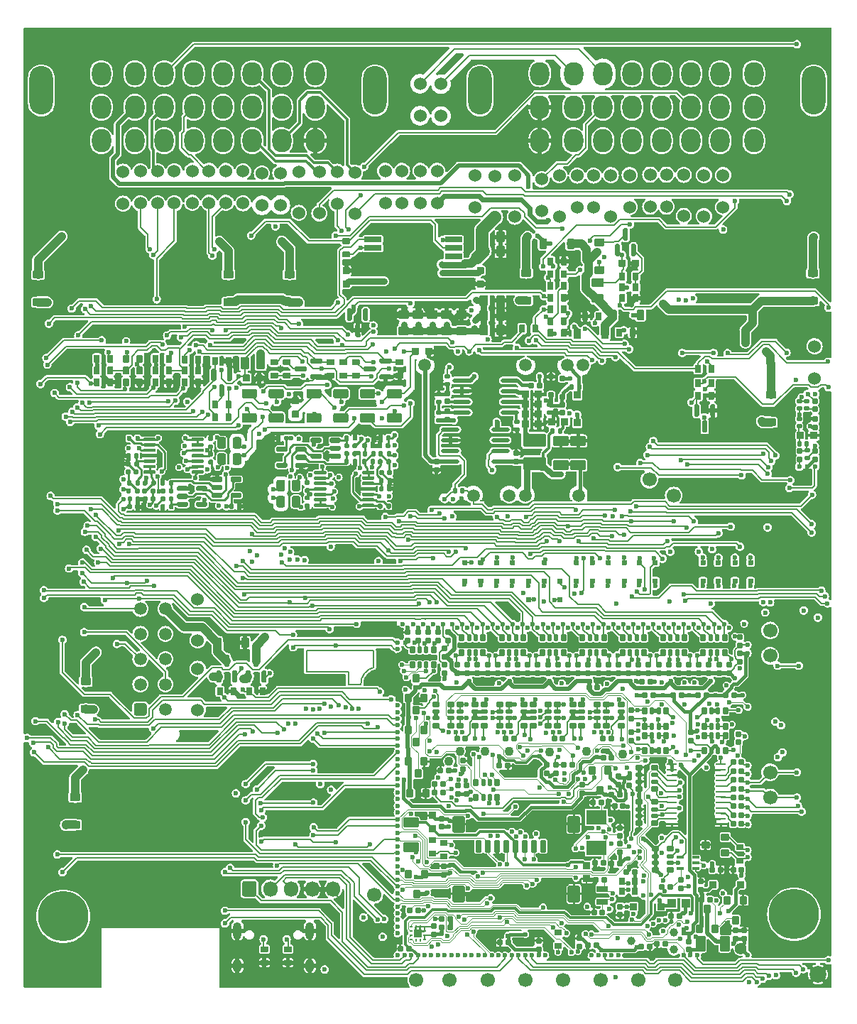
<source format=gbl>
G75*
G70*
%OFA0B0*%
%FSLAX25Y25*%
%IPPOS*%
%LPD*%
%AMOC8*
5,1,8,0,0,1.08239X$1,22.5*
%
%AMM132*
21,1,0.035430,0.030320,-0.000000,-0.000000,270.000000*
21,1,0.028350,0.037400,-0.000000,-0.000000,270.000000*
1,1,0.007090,-0.015160,-0.014170*
1,1,0.007090,-0.015160,0.014170*
1,1,0.007090,0.015160,0.014170*
1,1,0.007090,0.015160,-0.014170*
%
%AMM134*
21,1,0.035830,0.026770,-0.000000,-0.000000,180.000000*
21,1,0.029130,0.033470,-0.000000,-0.000000,180.000000*
1,1,0.006690,-0.014570,0.013390*
1,1,0.006690,0.014570,0.013390*
1,1,0.006690,0.014570,-0.013390*
1,1,0.006690,-0.014570,-0.013390*
%
%AMM136*
21,1,0.070870,0.036220,-0.000000,-0.000000,270.000000*
21,1,0.061810,0.045280,-0.000000,-0.000000,270.000000*
1,1,0.009060,-0.018110,-0.030910*
1,1,0.009060,-0.018110,0.030910*
1,1,0.009060,0.018110,0.030910*
1,1,0.009060,0.018110,-0.030910*
%
%AMM156*
21,1,0.033470,0.026770,-0.000000,-0.000000,90.000000*
21,1,0.026770,0.033470,-0.000000,-0.000000,90.000000*
1,1,0.006690,0.013390,0.013390*
1,1,0.006690,0.013390,-0.013390*
1,1,0.006690,-0.013390,-0.013390*
1,1,0.006690,-0.013390,0.013390*
%
%AMM170*
21,1,0.035830,0.026770,0.000000,-0.000000,270.000000*
21,1,0.029130,0.033470,0.000000,-0.000000,270.000000*
1,1,0.006690,-0.013390,-0.014570*
1,1,0.006690,-0.013390,0.014570*
1,1,0.006690,0.013390,0.014570*
1,1,0.006690,0.013390,-0.014570*
%
%AMM172*
21,1,0.070870,0.036220,0.000000,-0.000000,0.000000*
21,1,0.061810,0.045280,0.000000,-0.000000,0.000000*
1,1,0.009060,0.030910,-0.018110*
1,1,0.009060,-0.030910,-0.018110*
1,1,0.009060,-0.030910,0.018110*
1,1,0.009060,0.030910,0.018110*
%
%AMM175*
21,1,0.023620,0.018900,0.000000,-0.000000,0.000000*
21,1,0.018900,0.023620,0.000000,-0.000000,0.000000*
1,1,0.004720,0.009450,-0.009450*
1,1,0.004720,-0.009450,-0.009450*
1,1,0.004720,-0.009450,0.009450*
1,1,0.004720,0.009450,0.009450*
%
%AMM176*
21,1,0.019680,0.019680,0.000000,-0.000000,270.000000*
21,1,0.015750,0.023620,0.000000,-0.000000,270.000000*
1,1,0.003940,-0.009840,-0.007870*
1,1,0.003940,-0.009840,0.007870*
1,1,0.003940,0.009840,0.007870*
1,1,0.003940,0.009840,-0.007870*
%
%AMM177*
21,1,0.019680,0.019680,0.000000,-0.000000,180.000000*
21,1,0.015750,0.023620,0.000000,-0.000000,180.000000*
1,1,0.003940,-0.007870,0.009840*
1,1,0.003940,0.007870,0.009840*
1,1,0.003940,0.007870,-0.009840*
1,1,0.003940,-0.007870,-0.009840*
%
%AMM191*
21,1,0.106300,0.050390,0.000000,-0.000000,0.000000*
21,1,0.093700,0.062990,0.000000,-0.000000,0.000000*
1,1,0.012600,0.046850,-0.025200*
1,1,0.012600,-0.046850,-0.025200*
1,1,0.012600,-0.046850,0.025200*
1,1,0.012600,0.046850,0.025200*
%
%AMM192*
21,1,0.033470,0.026770,0.000000,-0.000000,180.000000*
21,1,0.026770,0.033470,0.000000,-0.000000,180.000000*
1,1,0.006690,-0.013390,0.013390*
1,1,0.006690,0.013390,0.013390*
1,1,0.006690,0.013390,-0.013390*
1,1,0.006690,-0.013390,-0.013390*
%
%AMM193*
21,1,0.023620,0.018900,0.000000,-0.000000,90.000000*
21,1,0.018900,0.023620,0.000000,-0.000000,90.000000*
1,1,0.004720,0.009450,0.009450*
1,1,0.004720,0.009450,-0.009450*
1,1,0.004720,-0.009450,-0.009450*
1,1,0.004720,-0.009450,0.009450*
%
%AMM194*
21,1,0.122050,0.075590,0.000000,-0.000000,90.000000*
21,1,0.103150,0.094490,0.000000,-0.000000,90.000000*
1,1,0.018900,0.037800,0.051580*
1,1,0.018900,0.037800,-0.051580*
1,1,0.018900,-0.037800,-0.051580*
1,1,0.018900,-0.037800,0.051580*
%
%AMM195*
21,1,0.118110,0.083460,0.000000,-0.000000,270.000000*
21,1,0.097240,0.104330,0.000000,-0.000000,270.000000*
1,1,0.020870,-0.041730,-0.048620*
1,1,0.020870,-0.041730,0.048620*
1,1,0.020870,0.041730,0.048620*
1,1,0.020870,0.041730,-0.048620*
%
%AMM206*
21,1,0.027560,0.030710,-0.000000,-0.000000,180.000000*
21,1,0.022050,0.036220,-0.000000,-0.000000,180.000000*
1,1,0.005510,-0.011020,0.015350*
1,1,0.005510,0.011020,0.015350*
1,1,0.005510,0.011020,-0.015350*
1,1,0.005510,-0.011020,-0.015350*
%
%AMM267*
21,1,0.027560,0.018900,-0.000000,-0.000000,0.000000*
21,1,0.022840,0.023620,-0.000000,-0.000000,0.000000*
1,1,0.004720,0.011420,-0.009450*
1,1,0.004720,-0.011420,-0.009450*
1,1,0.004720,-0.011420,0.009450*
1,1,0.004720,0.011420,0.009450*
%
%AMM270*
21,1,0.025590,0.026380,-0.000000,-0.000000,270.000000*
21,1,0.020470,0.031500,-0.000000,-0.000000,270.000000*
1,1,0.005120,-0.013190,-0.010240*
1,1,0.005120,-0.013190,0.010240*
1,1,0.005120,0.013190,0.010240*
1,1,0.005120,0.013190,-0.010240*
%
%AMM271*
21,1,0.017720,0.027950,-0.000000,-0.000000,270.000000*
21,1,0.014170,0.031500,-0.000000,-0.000000,270.000000*
1,1,0.003540,-0.013980,-0.007090*
1,1,0.003540,-0.013980,0.007090*
1,1,0.003540,0.013980,0.007090*
1,1,0.003540,0.013980,-0.007090*
%
%AMM273*
21,1,0.012600,0.028980,-0.000000,-0.000000,270.000000*
21,1,0.010080,0.031500,-0.000000,-0.000000,270.000000*
1,1,0.002520,-0.014490,-0.005040*
1,1,0.002520,-0.014490,0.005040*
1,1,0.002520,0.014490,0.005040*
1,1,0.002520,0.014490,-0.005040*
%
%AMM276*
21,1,0.027560,0.018900,-0.000000,-0.000000,270.000000*
21,1,0.022840,0.023620,-0.000000,-0.000000,270.000000*
1,1,0.004720,-0.009450,-0.011420*
1,1,0.004720,-0.009450,0.011420*
1,1,0.004720,0.009450,0.011420*
1,1,0.004720,0.009450,-0.011420*
%
%AMM293*
21,1,0.035430,0.030320,-0.000000,-0.000000,0.000000*
21,1,0.028350,0.037400,-0.000000,-0.000000,0.000000*
1,1,0.007090,0.014170,-0.015160*
1,1,0.007090,-0.014170,-0.015160*
1,1,0.007090,-0.014170,0.015160*
1,1,0.007090,0.014170,0.015160*
%
%AMM294*
21,1,0.070870,0.036220,-0.000000,-0.000000,180.000000*
21,1,0.061810,0.045280,-0.000000,-0.000000,180.000000*
1,1,0.009060,-0.030910,0.018110*
1,1,0.009060,0.030910,0.018110*
1,1,0.009060,0.030910,-0.018110*
1,1,0.009060,-0.030910,-0.018110*
%
%AMM295*
21,1,0.059060,0.020470,-0.000000,-0.000000,270.000000*
21,1,0.053940,0.025590,-0.000000,-0.000000,270.000000*
1,1,0.005120,-0.010240,-0.026970*
1,1,0.005120,-0.010240,0.026970*
1,1,0.005120,0.010240,0.026970*
1,1,0.005120,0.010240,-0.026970*
%
%AMM296*
21,1,0.078740,0.045670,-0.000000,-0.000000,270.000000*
21,1,0.067320,0.057090,-0.000000,-0.000000,270.000000*
1,1,0.011420,-0.022840,-0.033660*
1,1,0.011420,-0.022840,0.033660*
1,1,0.011420,0.022840,0.033660*
1,1,0.011420,0.022840,-0.033660*
%
%AMM297*
21,1,0.025590,0.026380,-0.000000,-0.000000,180.000000*
21,1,0.020470,0.031500,-0.000000,-0.000000,180.000000*
1,1,0.005120,-0.010240,0.013190*
1,1,0.005120,0.010240,0.013190*
1,1,0.005120,0.010240,-0.013190*
1,1,0.005120,-0.010240,-0.013190*
%
%AMM298*
21,1,0.017720,0.027950,-0.000000,-0.000000,180.000000*
21,1,0.014170,0.031500,-0.000000,-0.000000,180.000000*
1,1,0.003540,-0.007090,0.013980*
1,1,0.003540,0.007090,0.013980*
1,1,0.003540,0.007090,-0.013980*
1,1,0.003540,-0.007090,-0.013980*
%
%AMM299*
21,1,0.027560,0.030710,-0.000000,-0.000000,270.000000*
21,1,0.022050,0.036220,-0.000000,-0.000000,270.000000*
1,1,0.005510,-0.015350,-0.011020*
1,1,0.005510,-0.015350,0.011020*
1,1,0.005510,0.015350,0.011020*
1,1,0.005510,0.015350,-0.011020*
%
%AMM300*
21,1,0.027560,0.049610,-0.000000,-0.000000,90.000000*
21,1,0.022050,0.055120,-0.000000,-0.000000,90.000000*
1,1,0.005510,0.024800,0.011020*
1,1,0.005510,0.024800,-0.011020*
1,1,0.005510,-0.024800,-0.011020*
1,1,0.005510,-0.024800,0.011020*
%
%ADD10C,0.06000*%
%ADD105C,0.02756*%
%ADD11C,0.06693*%
%ADD12C,0.23622*%
%ADD135O,0.04961X0.00984*%
%ADD14O,0.06693X0.07283*%
%ADD15O,0.11024X0.22835*%
%ADD16O,0.09055X0.11024*%
%ADD170C,0.00492*%
%ADD171C,0.03900*%
%ADD172C,0.04331*%
%ADD173C,0.05512*%
%ADD18O,0.03937X0.08268*%
%ADD19O,0.03937X0.06299*%
%ADD20C,0.02362*%
%ADD202R,0.03937X0.04331*%
%ADD206R,0.01968X0.01968*%
%ADD207R,0.09449X0.06693*%
%ADD21R,0.00787X0.09055*%
%ADD212R,0.00984X0.01378*%
%ADD213R,0.01378X0.00984*%
%ADD214R,0.01968X0.01176*%
%ADD22R,0.00787X0.42126*%
%ADD23R,0.00787X0.08268*%
%ADD24R,0.00787X0.23622*%
%ADD248O,0.40158X0.00787*%
%ADD25R,0.00787X0.21260*%
%ADD26R,0.05512X0.00787*%
%ADD265O,0.08661X0.01968*%
%ADD27R,0.19685X0.00787*%
%ADD277M132*%
%ADD279M134*%
%ADD28R,0.26772X0.00787*%
%ADD281M136*%
%ADD29R,0.17717X0.00787*%
%ADD30R,0.00787X0.06299*%
%ADD301M156*%
%ADD31R,0.00787X0.22441*%
%ADD315M170*%
%ADD317M172*%
%ADD32R,0.00787X0.07874*%
%ADD320M175*%
%ADD321M176*%
%ADD322M177*%
%ADD33C,0.05906*%
%ADD336M191*%
%ADD337M192*%
%ADD338M193*%
%ADD339M194*%
%ADD34O,0.12992X0.00787*%
%ADD340M195*%
%ADD35O,0.40157X0.00787*%
%ADD357M206*%
%ADD36O,0.01181X0.00787*%
%ADD37O,0.00787X0.66929*%
%ADD38O,0.00787X0.60630*%
%ADD39O,0.18898X0.00787*%
%ADD40O,0.10236X0.00787*%
%ADD41O,0.03937X0.00787*%
%ADD42O,0.05906X0.00787*%
%ADD43R,0.00984X0.24350*%
%ADD44R,0.00984X0.04390*%
%ADD443M267*%
%ADD446M270*%
%ADD447M271*%
%ADD449M273*%
%ADD45R,0.56201X0.00984*%
%ADD452M276*%
%ADD46R,0.59449X0.00984*%
%ADD469M293*%
%ADD47R,0.00984X0.20374*%
%ADD470M294*%
%ADD471M295*%
%ADD472M296*%
%ADD473M297*%
%ADD474M298*%
%ADD475M299*%
%ADD476M300*%
%ADD49C,0.07874*%
%ADD50O,0.04823X0.00787*%
%ADD51O,0.00787X0.36614*%
%ADD56C,0.05118*%
%ADD57C,0.01575*%
%ADD58C,0.00787*%
%ADD59C,0.03937*%
%ADD60C,0.02000*%
%ADD61C,0.01181*%
%ADD62C,0.00800*%
%ADD63C,0.03150*%
%ADD70C,0.00984*%
%ADD76R,0.07874X0.02559*%
%ADD77R,0.17717X0.31890*%
%ADD78C,0.01969*%
%ADD82C,0.01968*%
X0000000Y0000000D02*
%LPD*%
G01*
D58*
X0152756Y0142913D02*
X0158661Y0142913D01*
X0152756Y0142913D02*
X0152756Y0148819D01*
X0133071Y0148819D02*
X0133071Y0158661D01*
X0152756Y0148819D02*
X0133071Y0148819D01*
X0133071Y0158661D02*
X0164567Y0158661D01*
X0164567Y0158661D02*
X0164567Y0150787D01*
X0164567Y0150787D02*
G75*
G03*
X0158661Y0142913I0001885J-007565D01*
G01*
G36*
G01*
X0170866Y0266555D02*
X0170866Y0269272D01*
G75*
G02*
X0171772Y0270177I0000906J0000000D01*
G01*
X0177047Y0270177D01*
G75*
G02*
X0177953Y0269272I0000000J-000906D01*
G01*
X0177953Y0266555D01*
G75*
G02*
X0177047Y0265650I-000906J0000000D01*
G01*
X0171772Y0265650D01*
G75*
G02*
X0170866Y0266555I0000000J0000906D01*
G01*
G37*
G36*
G01*
X0170866Y0277972D02*
X0170866Y0280689D01*
G75*
G02*
X0171772Y0281595I0000906J0000000D01*
G01*
X0177047Y0281595D01*
G75*
G02*
X0177953Y0280689I0000000J-000906D01*
G01*
X0177953Y0277972D01*
G75*
G02*
X0177047Y0277067I-000906J0000000D01*
G01*
X0171772Y0277067D01*
G75*
G02*
X0170866Y0277972I0000000J0000906D01*
G01*
G37*
G36*
G01*
X0097835Y0269793D02*
X0097835Y0266722D01*
G75*
G02*
X0097559Y0266447I-000276J0000000D01*
G01*
X0095354Y0266447D01*
G75*
G02*
X0095079Y0266722I0000000J0000276D01*
G01*
X0095079Y0269793D01*
G75*
G02*
X0095354Y0270069I0000276J0000000D01*
G01*
X0097559Y0270069D01*
G75*
G02*
X0097835Y0269793I0000000J-000276D01*
G01*
G37*
G36*
G01*
X0091535Y0269793D02*
X0091535Y0266722D01*
G75*
G02*
X0091260Y0266447I-000276J0000000D01*
G01*
X0089055Y0266447D01*
G75*
G02*
X0088780Y0266722I0000000J0000276D01*
G01*
X0088780Y0269793D01*
G75*
G02*
X0089055Y0270069I0000276J0000000D01*
G01*
X0091260Y0270069D01*
G75*
G02*
X0091535Y0269793I0000000J-000276D01*
G01*
G37*
G36*
G01*
X0102756Y0266555D02*
X0102756Y0269272D01*
G75*
G02*
X0103661Y0270177I0000906J0000000D01*
G01*
X0108937Y0270177D01*
G75*
G02*
X0109843Y0269272I0000000J-000906D01*
G01*
X0109843Y0266555D01*
G75*
G02*
X0108937Y0265650I-000906J0000000D01*
G01*
X0103661Y0265650D01*
G75*
G02*
X0102756Y0266555I0000000J0000906D01*
G01*
G37*
G36*
G01*
X0102756Y0277972D02*
X0102756Y0280689D01*
G75*
G02*
X0103661Y0281595I0000906J0000000D01*
G01*
X0108937Y0281595D01*
G75*
G02*
X0109843Y0280689I0000000J-000906D01*
G01*
X0109843Y0277972D01*
G75*
G02*
X0108937Y0277067I-000906J0000000D01*
G01*
X0103661Y0277067D01*
G75*
G02*
X0102756Y0277972I0000000J0000906D01*
G01*
G37*
G36*
G01*
X0088780Y0272628D02*
X0088780Y0275699D01*
G75*
G02*
X0089055Y0275974I0000276J0000000D01*
G01*
X0091260Y0275974D01*
G75*
G02*
X0091535Y0275699I0000000J-000276D01*
G01*
X0091535Y0272628D01*
G75*
G02*
X0091260Y0272352I-000276J0000000D01*
G01*
X0089055Y0272352D01*
G75*
G02*
X0088780Y0272628I0000000J0000276D01*
G01*
G37*
G36*
G01*
X0095079Y0272628D02*
X0095079Y0275699D01*
G75*
G02*
X0095354Y0275974I0000276J0000000D01*
G01*
X0097559Y0275974D01*
G75*
G02*
X0097835Y0275699I0000000J-000276D01*
G01*
X0097835Y0272628D01*
G75*
G02*
X0097559Y0272352I-000276J0000000D01*
G01*
X0095354Y0272352D01*
G75*
G02*
X0095079Y0272628I0000000J0000276D01*
G01*
G37*
G36*
G01*
X0088780Y0293100D02*
X0088780Y0296171D01*
G75*
G02*
X0089055Y0296447I0000276J0000000D01*
G01*
X0091260Y0296447D01*
G75*
G02*
X0091535Y0296171I0000000J-000276D01*
G01*
X0091535Y0293100D01*
G75*
G02*
X0091260Y0292825I-000276J0000000D01*
G01*
X0089055Y0292825D01*
G75*
G02*
X0088780Y0293100I0000000J0000276D01*
G01*
G37*
G36*
G01*
X0095079Y0293100D02*
X0095079Y0296171D01*
G75*
G02*
X0095354Y0296447I0000276J0000000D01*
G01*
X0097559Y0296447D01*
G75*
G02*
X0097835Y0296171I0000000J-000276D01*
G01*
X0097835Y0293100D01*
G75*
G02*
X0097559Y0292825I-000276J0000000D01*
G01*
X0095354Y0292825D01*
G75*
G02*
X0095079Y0293100I0000000J0000276D01*
G01*
G37*
G36*
G01*
X0122333Y0295472D02*
X0125404Y0295472D01*
G75*
G02*
X0125679Y0295197I0000000J-000276D01*
G01*
X0125679Y0292992D01*
G75*
G02*
X0125404Y0292717I-000276J0000000D01*
G01*
X0122333Y0292717D01*
G75*
G02*
X0122057Y0292992I0000000J0000276D01*
G01*
X0122057Y0295197D01*
G75*
G02*
X0122333Y0295472I0000276J0000000D01*
G01*
G37*
G36*
G01*
X0122333Y0289173D02*
X0125404Y0289173D01*
G75*
G02*
X0125679Y0288898I0000000J-000276D01*
G01*
X0125679Y0286693D01*
G75*
G02*
X0125404Y0286417I-000276J0000000D01*
G01*
X0122333Y0286417D01*
G75*
G02*
X0122057Y0286693I0000000J0000276D01*
G01*
X0122057Y0288898D01*
G75*
G02*
X0122333Y0289173I0000276J0000000D01*
G01*
G37*
G36*
G01*
X0119498Y0286417D02*
X0116427Y0286417D01*
G75*
G02*
X0116152Y0286693I0000000J0000276D01*
G01*
X0116152Y0288898D01*
G75*
G02*
X0116427Y0289173I0000276J0000000D01*
G01*
X0119498Y0289173D01*
G75*
G02*
X0119774Y0288898I0000000J-000276D01*
G01*
X0119774Y0286693D01*
G75*
G02*
X0119498Y0286417I-000276J0000000D01*
G01*
G37*
G36*
G01*
X0119498Y0292717D02*
X0116427Y0292717D01*
G75*
G02*
X0116152Y0292992I0000000J0000276D01*
G01*
X0116152Y0295197D01*
G75*
G02*
X0116427Y0295472I0000276J0000000D01*
G01*
X0119498Y0295472D01*
G75*
G02*
X0119774Y0295197I0000000J-000276D01*
G01*
X0119774Y0292992D01*
G75*
G02*
X0119498Y0292717I-000276J0000000D01*
G01*
G37*
G36*
G01*
X0154764Y0295472D02*
X0157835Y0295472D01*
G75*
G02*
X0158110Y0295197I0000000J-000276D01*
G01*
X0158110Y0292992D01*
G75*
G02*
X0157835Y0292717I-000276J0000000D01*
G01*
X0154764Y0292717D01*
G75*
G02*
X0154488Y0292992I0000000J0000276D01*
G01*
X0154488Y0295197D01*
G75*
G02*
X0154764Y0295472I0000276J0000000D01*
G01*
G37*
G36*
G01*
X0154764Y0289173D02*
X0157835Y0289173D01*
G75*
G02*
X0158110Y0288898I0000000J-000276D01*
G01*
X0158110Y0286693D01*
G75*
G02*
X0157835Y0286417I-000276J0000000D01*
G01*
X0154764Y0286417D01*
G75*
G02*
X0154488Y0286693I0000000J0000276D01*
G01*
X0154488Y0288898D01*
G75*
G02*
X0154764Y0289173I0000276J0000000D01*
G01*
G37*
G36*
G01*
X0151929Y0286417D02*
X0148858Y0286417D01*
G75*
G02*
X0148583Y0286693I0000000J0000276D01*
G01*
X0148583Y0288898D01*
G75*
G02*
X0148858Y0289173I0000276J0000000D01*
G01*
X0151929Y0289173D01*
G75*
G02*
X0152205Y0288898I0000000J-000276D01*
G01*
X0152205Y0286693D01*
G75*
G02*
X0151929Y0286417I-000276J0000000D01*
G01*
G37*
G36*
G01*
X0151929Y0292717D02*
X0148858Y0292717D01*
G75*
G02*
X0148583Y0292992I0000000J0000276D01*
G01*
X0148583Y0295197D01*
G75*
G02*
X0148858Y0295472I0000276J0000000D01*
G01*
X0151929Y0295472D01*
G75*
G02*
X0152205Y0295197I0000000J-000276D01*
G01*
X0152205Y0292992D01*
G75*
G02*
X0151929Y0292717I-000276J0000000D01*
G01*
G37*
G36*
G01*
X0133071Y0266555D02*
X0133071Y0269272D01*
G75*
G02*
X0133976Y0270177I0000906J0000000D01*
G01*
X0139252Y0270177D01*
G75*
G02*
X0140157Y0269272I0000000J-000906D01*
G01*
X0140157Y0266555D01*
G75*
G02*
X0139252Y0265650I-000906J0000000D01*
G01*
X0133976Y0265650D01*
G75*
G02*
X0133071Y0266555I0000000J0000906D01*
G01*
G37*
G36*
G01*
X0133071Y0277972D02*
X0133071Y0280689D01*
G75*
G02*
X0133976Y0281595I0000906J0000000D01*
G01*
X0139252Y0281595D01*
G75*
G02*
X0140157Y0280689I0000000J-000906D01*
G01*
X0140157Y0277972D01*
G75*
G02*
X0139252Y0277067I-000906J0000000D01*
G01*
X0133976Y0277067D01*
G75*
G02*
X0133071Y0277972I0000000J0000906D01*
G01*
G37*
G36*
G01*
X0145876Y0286417D02*
X0142805Y0286417D01*
G75*
G02*
X0142530Y0286693I0000000J0000276D01*
G01*
X0142530Y0288898D01*
G75*
G02*
X0142805Y0289173I0000276J0000000D01*
G01*
X0145876Y0289173D01*
G75*
G02*
X0146152Y0288898I0000000J-000276D01*
G01*
X0146152Y0286693D01*
G75*
G02*
X0145876Y0286417I-000276J0000000D01*
G01*
G37*
G36*
G01*
X0145876Y0292717D02*
X0142805Y0292717D01*
G75*
G02*
X0142530Y0292992I0000000J0000276D01*
G01*
X0142530Y0295197D01*
G75*
G02*
X0142805Y0295472I0000276J0000000D01*
G01*
X0145876Y0295472D01*
G75*
G02*
X0146152Y0295197I0000000J-000276D01*
G01*
X0146152Y0292992D01*
G75*
G02*
X0145876Y0292717I-000276J0000000D01*
G01*
G37*
G36*
G01*
X0278543Y0306437D02*
X0278543Y0309508D01*
G75*
G02*
X0278819Y0309783I0000276J0000000D01*
G01*
X0281024Y0309783D01*
G75*
G02*
X0281299Y0309508I0000000J-000276D01*
G01*
X0281299Y0306437D01*
G75*
G02*
X0281024Y0306161I-000276J0000000D01*
G01*
X0278819Y0306161D01*
G75*
G02*
X0278543Y0306437I0000000J0000276D01*
G01*
G37*
G36*
G01*
X0284843Y0306437D02*
X0284843Y0309508D01*
G75*
G02*
X0285118Y0309783I0000276J0000000D01*
G01*
X0287323Y0309783D01*
G75*
G02*
X0287598Y0309508I0000000J-000276D01*
G01*
X0287598Y0306437D01*
G75*
G02*
X0287323Y0306161I-000276J0000000D01*
G01*
X0285118Y0306161D01*
G75*
G02*
X0284843Y0306437I0000000J0000276D01*
G01*
G37*
G36*
G01*
X0271654Y0317136D02*
X0271654Y0314065D01*
G75*
G02*
X0271378Y0313789I-000276J0000000D01*
G01*
X0269173Y0313789D01*
G75*
G02*
X0268898Y0314065I0000000J0000276D01*
G01*
X0268898Y0317136D01*
G75*
G02*
X0269173Y0317411I0000276J0000000D01*
G01*
X0271378Y0317411D01*
G75*
G02*
X0271654Y0317136I0000000J-000276D01*
G01*
G37*
G36*
G01*
X0265354Y0317136D02*
X0265354Y0314065D01*
G75*
G02*
X0265079Y0313789I-000276J0000000D01*
G01*
X0262874Y0313789D01*
G75*
G02*
X0262598Y0314065I0000000J0000276D01*
G01*
X0262598Y0317136D01*
G75*
G02*
X0262874Y0317411I0000276J0000000D01*
G01*
X0265079Y0317411D01*
G75*
G02*
X0265354Y0317136I0000000J-000276D01*
G01*
G37*
G36*
G01*
X0246260Y0339803D02*
X0246260Y0342874D01*
G75*
G02*
X0246535Y0343150I0000276J0000000D01*
G01*
X0248740Y0343150D01*
G75*
G02*
X0249016Y0342874I0000000J-000276D01*
G01*
X0249016Y0339803D01*
G75*
G02*
X0248740Y0339528I-000276J0000000D01*
G01*
X0246535Y0339528D01*
G75*
G02*
X0246260Y0339803I0000000J0000276D01*
G01*
G37*
G36*
G01*
X0252559Y0339803D02*
X0252559Y0342874D01*
G75*
G02*
X0252835Y0343150I0000276J0000000D01*
G01*
X0255039Y0343150D01*
G75*
G02*
X0255315Y0342874I0000000J-000276D01*
G01*
X0255315Y0339803D01*
G75*
G02*
X0255039Y0339528I-000276J0000000D01*
G01*
X0252835Y0339528D01*
G75*
G02*
X0252559Y0339803I0000000J0000276D01*
G01*
G37*
D10*
X0302165Y0367106D03*
X0302165Y0382106D03*
D11*
X0350787Y0156299D03*
D10*
X0082047Y0130906D03*
X0082047Y0150197D03*
D11*
X0235827Y0003937D03*
D12*
X0018909Y0033933D03*
D10*
X0177953Y0383878D03*
X0177953Y0368878D03*
X0294488Y0367106D03*
X0294488Y0382106D03*
X0095276Y0368878D03*
X0095276Y0383878D03*
G36*
G01*
X0102953Y0044193D02*
X0102953Y0049508D01*
G75*
G02*
X0103937Y0050492I0000984J0000000D01*
G01*
X0108661Y0050492D01*
G75*
G02*
X0109646Y0049508I0000000J-000984D01*
G01*
X0109646Y0044193D01*
G75*
G02*
X0108661Y0043209I-000984J0000000D01*
G01*
X0103937Y0043209D01*
G75*
G02*
X0102953Y0044193I0000000J0000984D01*
G01*
G37*
D14*
X0116142Y0046850D03*
X0125984Y0046850D03*
X0135827Y0046850D03*
X0145669Y0046850D03*
D10*
X0251772Y0381890D03*
X0251772Y0362598D03*
X0371654Y0286594D03*
X0371654Y0301594D03*
D15*
X0008661Y0421654D03*
X0165354Y0421654D03*
D16*
X0036811Y0398031D03*
X0052559Y0398031D03*
X0066339Y0398031D03*
X0080118Y0398031D03*
X0093898Y0398031D03*
X0107677Y0398031D03*
X0121457Y0398031D03*
X0137205Y0398031D03*
X0036811Y0413780D03*
X0052559Y0413780D03*
X0066339Y0413780D03*
X0080118Y0413780D03*
X0093898Y0413780D03*
X0107677Y0413780D03*
X0121457Y0413780D03*
X0137205Y0413780D03*
X0036811Y0429528D03*
X0052559Y0429528D03*
X0066339Y0429528D03*
X0080118Y0429528D03*
X0093898Y0429528D03*
X0107677Y0429528D03*
X0121457Y0429528D03*
X0137205Y0429528D03*
D11*
X0164961Y0044094D03*
D10*
X0186417Y0409823D03*
X0186417Y0424823D03*
D11*
X0253543Y0003937D03*
D10*
X0170079Y0368878D03*
X0170079Y0383878D03*
D18*
X0100709Y0027244D03*
D19*
X0100709Y0010787D03*
D18*
X0134724Y0027244D03*
D19*
X0134724Y0010787D03*
D11*
X0350787Y0089764D03*
X0200394Y0003937D03*
D10*
X0267913Y0366713D03*
X0267913Y0381713D03*
X0087402Y0368878D03*
X0087402Y0383878D03*
D11*
X0184646Y0003937D03*
X0306299Y0003937D03*
D10*
X0284843Y0366909D03*
X0284843Y0381909D03*
X0047047Y0368484D03*
X0047047Y0383484D03*
D20*
X0175984Y0025984D03*
X0175984Y0029134D03*
X0175984Y0032283D03*
X0175984Y0035433D03*
X0175984Y0038583D03*
X0175984Y0041732D03*
X0175984Y0044882D03*
X0175984Y0048032D03*
X0175984Y0051181D03*
X0175984Y0054331D03*
X0175984Y0057480D03*
X0175984Y0060630D03*
X0175984Y0063780D03*
X0175984Y0066929D03*
X0175984Y0070079D03*
X0175984Y0073228D03*
X0175984Y0076378D03*
X0175984Y0079528D03*
X0175984Y0082677D03*
X0175984Y0085827D03*
X0175984Y0088976D03*
X0175984Y0092126D03*
X0175984Y0095276D03*
X0175984Y0098425D03*
X0175984Y0101575D03*
X0175984Y0104724D03*
X0175984Y0107874D03*
X0175984Y0111024D03*
X0175984Y0114173D03*
X0175984Y0117323D03*
X0175984Y0120472D03*
X0175984Y0123622D03*
X0175984Y0126772D03*
X0175984Y0129921D03*
X0175984Y0133071D03*
X0175984Y0159449D03*
X0175984Y0162598D03*
D21*
X0340945Y0167913D03*
D22*
X0340945Y0038780D03*
D23*
X0340945Y0071063D03*
D24*
X0340945Y0118504D03*
D25*
X0340945Y0144882D03*
D26*
X0333858Y0172047D03*
D27*
X0328346Y0014961D03*
D28*
X0294882Y0014961D03*
D29*
X0256102Y0014961D03*
D30*
X0175197Y0020866D03*
D31*
X0175197Y0146260D03*
D32*
X0175197Y0168504D03*
D20*
X0175984Y0015748D03*
X0179134Y0015748D03*
X0182283Y0015748D03*
X0185433Y0015748D03*
X0188583Y0015748D03*
X0191732Y0015748D03*
X0194882Y0015748D03*
X0198031Y0015748D03*
X0201181Y0015748D03*
X0204331Y0015748D03*
X0207480Y0015748D03*
X0210630Y0015748D03*
X0213780Y0015748D03*
X0216929Y0015748D03*
X0220079Y0015748D03*
X0223228Y0015748D03*
X0226378Y0015748D03*
X0229528Y0015748D03*
X0232677Y0015748D03*
X0235827Y0015748D03*
X0238976Y0015748D03*
X0242126Y0015748D03*
X0245276Y0015748D03*
X0266929Y0015748D03*
X0270079Y0015748D03*
X0273228Y0015748D03*
X0276378Y0015748D03*
X0279528Y0015748D03*
X0310236Y0015748D03*
X0313386Y0015748D03*
X0316535Y0015748D03*
X0340157Y0015748D03*
X0178346Y0171260D03*
X0183071Y0171260D03*
X0187795Y0171260D03*
X0192520Y0171260D03*
X0197244Y0171260D03*
X0201575Y0171260D03*
X0206299Y0171260D03*
X0211024Y0171260D03*
X0215748Y0171260D03*
X0220472Y0171260D03*
X0225197Y0171260D03*
X0229921Y0171260D03*
X0234646Y0171260D03*
X0239370Y0171260D03*
X0244094Y0171260D03*
X0248819Y0171260D03*
X0253543Y0171260D03*
X0258268Y0171260D03*
X0262992Y0171260D03*
X0267717Y0171260D03*
X0272441Y0171260D03*
X0277165Y0171260D03*
X0281890Y0171260D03*
X0286614Y0171260D03*
X0291339Y0171260D03*
X0296063Y0171260D03*
X0300787Y0171260D03*
X0305512Y0171260D03*
X0310236Y0171260D03*
X0314961Y0171260D03*
X0319685Y0171260D03*
X0324409Y0171260D03*
X0329134Y0171260D03*
X0338583Y0171260D03*
X0340157Y0161417D03*
X0340157Y0157480D03*
X0340157Y0132283D03*
X0340157Y0104724D03*
X0340157Y0100787D03*
X0340157Y0096850D03*
X0340157Y0092913D03*
X0340157Y0088976D03*
X0340157Y0085039D03*
X0340157Y0081102D03*
X0340157Y0077165D03*
X0340157Y0064961D03*
X0340157Y0061811D03*
D11*
X0294094Y0238976D03*
G36*
G01*
X0057087Y0128150D02*
X0053150Y0128150D01*
G75*
G02*
X0052165Y0129134I0000000J0000984D01*
G01*
X0052165Y0133071D01*
G75*
G02*
X0053150Y0134055I0000984J0000000D01*
G01*
X0057087Y0134055D01*
G75*
G02*
X0058071Y0133071I0000000J-000984D01*
G01*
X0058071Y0129134D01*
G75*
G02*
X0057087Y0128150I-000984J0000000D01*
G01*
G37*
D33*
X0055118Y0142913D03*
X0055118Y0154724D03*
X0055118Y0166535D03*
X0055118Y0178346D03*
X0066929Y0131102D03*
X0066929Y0142913D03*
X0066929Y0154724D03*
X0066929Y0166535D03*
X0066929Y0178346D03*
D11*
X0288976Y0003937D03*
D33*
X0261024Y0231595D03*
X0235827Y0231595D03*
X0228346Y0231595D03*
X0211417Y0231595D03*
D20*
X0201969Y0229823D03*
X0198032Y0229823D03*
D34*
X0245866Y0295177D03*
D35*
X0212402Y0295177D03*
D36*
X0184449Y0295177D03*
D37*
X0184252Y0262106D03*
D38*
X0265354Y0258957D03*
D33*
X0186811Y0231595D03*
D36*
X0265157Y0229035D03*
D39*
X0248622Y0229035D03*
D40*
X0219685Y0229035D03*
D41*
X0205906Y0229035D03*
D42*
X0192913Y0229035D03*
D33*
X0262795Y0292618D03*
X0255512Y0292618D03*
X0236024Y0292618D03*
X0188583Y0292618D03*
D20*
X0047146Y0234449D03*
X0047146Y0239173D03*
X0047146Y0229724D03*
X0047146Y0225000D03*
D43*
X0104823Y0235502D03*
D44*
X0104823Y0259321D03*
D45*
X0077215Y0223819D03*
D46*
X0075591Y0261024D03*
D47*
X0046358Y0251329D03*
D20*
X0103937Y0250433D03*
X0103937Y0254370D03*
D10*
X0260236Y0366713D03*
X0260236Y0381713D03*
X0112205Y0367697D03*
X0112205Y0382697D03*
X0129528Y0383464D03*
X0129528Y0364173D03*
X0055118Y0368681D03*
X0055118Y0383681D03*
X0212402Y0366713D03*
X0212402Y0381713D03*
X0103346Y0368681D03*
X0103346Y0383681D03*
X0319669Y0381870D03*
X0319669Y0362579D03*
X0063189Y0368681D03*
X0063189Y0383681D03*
X0275984Y0381890D03*
X0275984Y0362598D03*
X0120866Y0367894D03*
X0120866Y0382894D03*
D11*
X0218110Y0003937D03*
D12*
X0362000Y0034933D03*
D11*
X0350787Y0168110D03*
D10*
X0071063Y0368681D03*
X0071063Y0383681D03*
X0079528Y0368878D03*
X0079528Y0383878D03*
X0155906Y0383071D03*
X0155906Y0363779D03*
D11*
X0271260Y0003937D03*
D10*
X0147441Y0368484D03*
X0147441Y0383484D03*
X0186614Y0368878D03*
X0186614Y0383878D03*
D20*
X0371949Y0244980D03*
D50*
X0364173Y0280020D03*
D51*
X0374311Y0262106D03*
X0362106Y0262106D03*
D20*
X0368209Y0244980D03*
X0364469Y0244980D03*
X0368406Y0279232D03*
X0371949Y0279232D03*
D20*
X0146791Y0076378D03*
X0139567Y0078051D03*
X0147638Y0080217D03*
X0146791Y0083661D03*
X0146496Y0087008D03*
X0139567Y0088287D03*
X0144724Y0093405D03*
X0139567Y0095965D03*
X0162894Y0067717D03*
X0146850Y0068898D03*
D10*
X0328669Y0366890D03*
X0328669Y0381890D03*
X0194488Y0368878D03*
X0194488Y0383878D03*
D20*
X0174409Y0250344D03*
X0174409Y0245620D03*
X0174409Y0255069D03*
X0174409Y0259793D03*
D43*
X0116732Y0249291D03*
D44*
X0116732Y0225472D03*
D45*
X0144341Y0260974D03*
D46*
X0145965Y0223770D03*
D47*
X0175197Y0233465D03*
D20*
X0117618Y0234360D03*
X0117618Y0230423D03*
D10*
X0139173Y0383268D03*
X0139173Y0363976D03*
D11*
X0350787Y0101575D03*
D15*
X0214567Y0421654D03*
X0371260Y0421654D03*
D16*
X0242717Y0398031D03*
X0258465Y0398031D03*
X0272244Y0398031D03*
X0286024Y0398031D03*
X0299803Y0398031D03*
X0313583Y0398031D03*
X0327362Y0398031D03*
X0343110Y0398031D03*
X0242717Y0413780D03*
X0258465Y0413780D03*
X0272244Y0413780D03*
X0286024Y0413780D03*
X0299803Y0413780D03*
X0313583Y0413780D03*
X0327362Y0413780D03*
X0343110Y0413780D03*
X0242717Y0429528D03*
X0258465Y0429528D03*
X0272244Y0429528D03*
X0286024Y0429528D03*
X0299803Y0429528D03*
X0313583Y0429528D03*
X0327362Y0429528D03*
X0343110Y0429528D03*
D10*
X0221654Y0381496D03*
X0221654Y0362205D03*
D20*
X0111831Y0076523D03*
X0104607Y0078196D03*
X0112678Y0080362D03*
X0111831Y0083806D03*
X0111536Y0087153D03*
X0104607Y0088433D03*
X0109764Y0093551D03*
X0104607Y0096110D03*
X0127934Y0067862D03*
X0111890Y0069043D03*
D10*
X0196260Y0409626D03*
X0196260Y0424626D03*
X0243504Y0364941D03*
X0243504Y0379941D03*
D11*
X0305512Y0231496D03*
D10*
X0230906Y0381673D03*
X0230906Y0362382D03*
X0082047Y0163583D03*
X0082047Y0182874D03*
X0310236Y0382067D03*
X0310236Y0362776D03*
G36*
G01*
X0112697Y0287953D02*
X0112697Y0285276D01*
G75*
G02*
X0112362Y0284941I-000335J0000000D01*
G01*
X0109685Y0284941D01*
G75*
G02*
X0109350Y0285276I0000000J0000335D01*
G01*
X0109350Y0287953D01*
G75*
G02*
X0109685Y0288287I0000335J0000000D01*
G01*
X0112362Y0288287D01*
G75*
G02*
X0112697Y0287953I0000000J-000335D01*
G01*
G37*
G36*
G01*
X0106476Y0287953D02*
X0106476Y0285276D01*
G75*
G02*
X0106142Y0284941I-000335J0000000D01*
G01*
X0103465Y0284941D01*
G75*
G02*
X0103130Y0285276I0000000J0000335D01*
G01*
X0103130Y0287953D01*
G75*
G02*
X0103465Y0288287I0000335J0000000D01*
G01*
X0106142Y0288287D01*
G75*
G02*
X0106476Y0287953I0000000J-000335D01*
G01*
G37*
G36*
G01*
X0315551Y0276811D02*
X0315551Y0279882D01*
G75*
G02*
X0315827Y0280157I0000276J0000000D01*
G01*
X0318031Y0280157D01*
G75*
G02*
X0318307Y0279882I0000000J-000276D01*
G01*
X0318307Y0276811D01*
G75*
G02*
X0318031Y0276535I-000276J0000000D01*
G01*
X0315827Y0276535D01*
G75*
G02*
X0315551Y0276811I0000000J0000276D01*
G01*
G37*
G36*
G01*
X0321850Y0276811D02*
X0321850Y0279882D01*
G75*
G02*
X0322126Y0280157I0000276J0000000D01*
G01*
X0324331Y0280157D01*
G75*
G02*
X0324606Y0279882I0000000J-000276D01*
G01*
X0324606Y0276811D01*
G75*
G02*
X0324331Y0276535I-000276J0000000D01*
G01*
X0322126Y0276535D01*
G75*
G02*
X0321850Y0276811I0000000J0000276D01*
G01*
G37*
G36*
G01*
X0153289Y0343268D02*
X0150218Y0343268D01*
G75*
G02*
X0149942Y0343543I0000000J0000276D01*
G01*
X0149942Y0345748D01*
G75*
G02*
X0150218Y0346024I0000276J0000000D01*
G01*
X0153289Y0346024D01*
G75*
G02*
X0153564Y0345748I0000000J-000276D01*
G01*
X0153564Y0343543D01*
G75*
G02*
X0153289Y0343268I-000276J0000000D01*
G01*
G37*
G36*
G01*
X0153289Y0349567D02*
X0150218Y0349567D01*
G75*
G02*
X0149942Y0349843I0000000J0000276D01*
G01*
X0149942Y0352047D01*
G75*
G02*
X0150218Y0352323I0000276J0000000D01*
G01*
X0153289Y0352323D01*
G75*
G02*
X0153564Y0352047I0000000J-000276D01*
G01*
X0153564Y0349843D01*
G75*
G02*
X0153289Y0349567I-000276J0000000D01*
G01*
G37*
G36*
G01*
X0298031Y0192283D02*
X0298031Y0190394D01*
G75*
G02*
X0297795Y0190157I-000236J0000000D01*
G01*
X0295906Y0190157D01*
G75*
G02*
X0295669Y0190394I0000000J0000236D01*
G01*
X0295669Y0192283D01*
G75*
G02*
X0295906Y0192520I0000236J0000000D01*
G01*
X0297795Y0192520D01*
G75*
G02*
X0298031Y0192283I0000000J-000236D01*
G01*
G37*
G36*
G01*
X0298031Y0200945D02*
X0298031Y0199055D01*
G75*
G02*
X0297795Y0198819I-000236J0000000D01*
G01*
X0295906Y0198819D01*
G75*
G02*
X0295669Y0199055I0000000J0000236D01*
G01*
X0295669Y0200945D01*
G75*
G02*
X0295906Y0201181I0000236J0000000D01*
G01*
X0297795Y0201181D01*
G75*
G02*
X0298031Y0200945I0000000J-000236D01*
G01*
G37*
G36*
G01*
X0150415Y0338799D02*
X0153092Y0338799D01*
G75*
G02*
X0153426Y0338465I0000000J-000335D01*
G01*
X0153426Y0335787D01*
G75*
G02*
X0153092Y0335453I-000335J0000000D01*
G01*
X0150415Y0335453D01*
G75*
G02*
X0150080Y0335787I0000000J0000335D01*
G01*
X0150080Y0338465D01*
G75*
G02*
X0150415Y0338799I0000335J0000000D01*
G01*
G37*
G36*
G01*
X0150415Y0332579D02*
X0153092Y0332579D01*
G75*
G02*
X0153426Y0332244I0000000J-000335D01*
G01*
X0153426Y0329567D01*
G75*
G02*
X0153092Y0329232I-000335J0000000D01*
G01*
X0150415Y0329232D01*
G75*
G02*
X0150080Y0329567I0000000J0000335D01*
G01*
X0150080Y0332244D01*
G75*
G02*
X0150415Y0332579I0000335J0000000D01*
G01*
G37*
G36*
G01*
X0223622Y0192283D02*
X0223622Y0190394D01*
G75*
G02*
X0223386Y0190157I-000236J0000000D01*
G01*
X0221496Y0190157D01*
G75*
G02*
X0221260Y0190394I0000000J0000236D01*
G01*
X0221260Y0192283D01*
G75*
G02*
X0221496Y0192520I0000236J0000000D01*
G01*
X0223386Y0192520D01*
G75*
G02*
X0223622Y0192283I0000000J-000236D01*
G01*
G37*
G36*
G01*
X0223622Y0200945D02*
X0223622Y0199055D01*
G75*
G02*
X0223386Y0198819I-000236J0000000D01*
G01*
X0221496Y0198819D01*
G75*
G02*
X0221260Y0199055I0000000J0000236D01*
G01*
X0221260Y0200945D01*
G75*
G02*
X0221496Y0201181I0000236J0000000D01*
G01*
X0223386Y0201181D01*
G75*
G02*
X0223622Y0200945I0000000J-000236D01*
G01*
G37*
G36*
G01*
X0047047Y0283110D02*
X0047047Y0286181D01*
G75*
G02*
X0047323Y0286457I0000276J0000000D01*
G01*
X0049528Y0286457D01*
G75*
G02*
X0049803Y0286181I0000000J-000276D01*
G01*
X0049803Y0283110D01*
G75*
G02*
X0049528Y0282835I-000276J0000000D01*
G01*
X0047323Y0282835D01*
G75*
G02*
X0047047Y0283110I0000000J0000276D01*
G01*
G37*
G36*
G01*
X0053346Y0283110D02*
X0053346Y0286181D01*
G75*
G02*
X0053622Y0286457I0000276J0000000D01*
G01*
X0055827Y0286457D01*
G75*
G02*
X0056102Y0286181I0000000J-000276D01*
G01*
X0056102Y0283110D01*
G75*
G02*
X0055827Y0282835I-000276J0000000D01*
G01*
X0053622Y0282835D01*
G75*
G02*
X0053346Y0283110I0000000J0000276D01*
G01*
G37*
G36*
G01*
X0246260Y0317362D02*
X0246260Y0320433D01*
G75*
G02*
X0246535Y0320709I0000276J0000000D01*
G01*
X0248740Y0320709D01*
G75*
G02*
X0249016Y0320433I0000000J-000276D01*
G01*
X0249016Y0317362D01*
G75*
G02*
X0248740Y0317087I-000276J0000000D01*
G01*
X0246535Y0317087D01*
G75*
G02*
X0246260Y0317362I0000000J0000276D01*
G01*
G37*
G36*
G01*
X0252559Y0317362D02*
X0252559Y0320433D01*
G75*
G02*
X0252835Y0320709I0000276J0000000D01*
G01*
X0255039Y0320709D01*
G75*
G02*
X0255315Y0320433I0000000J-000276D01*
G01*
X0255315Y0317362D01*
G75*
G02*
X0255039Y0317087I-000276J0000000D01*
G01*
X0252835Y0317087D01*
G75*
G02*
X0252559Y0317362I0000000J0000276D01*
G01*
G37*
G36*
G01*
X0047047Y0294134D02*
X0047047Y0297205D01*
G75*
G02*
X0047323Y0297480I0000276J0000000D01*
G01*
X0049528Y0297480D01*
G75*
G02*
X0049803Y0297205I0000000J-000276D01*
G01*
X0049803Y0294134D01*
G75*
G02*
X0049528Y0293858I-000276J0000000D01*
G01*
X0047323Y0293858D01*
G75*
G02*
X0047047Y0294134I0000000J0000276D01*
G01*
G37*
G36*
G01*
X0053346Y0294134D02*
X0053346Y0297205D01*
G75*
G02*
X0053622Y0297480I0000276J0000000D01*
G01*
X0055827Y0297480D01*
G75*
G02*
X0056102Y0297205I0000000J-000276D01*
G01*
X0056102Y0294134D01*
G75*
G02*
X0055827Y0293858I-000276J0000000D01*
G01*
X0053622Y0293858D01*
G75*
G02*
X0053346Y0294134I0000000J0000276D01*
G01*
G37*
G36*
G01*
X0275197Y0314232D02*
X0275197Y0318248D01*
G75*
G02*
X0275551Y0318602I0000354J0000000D01*
G01*
X0278386Y0318602D01*
G75*
G02*
X0278740Y0318248I0000000J-000354D01*
G01*
X0278740Y0314232D01*
G75*
G02*
X0278386Y0313878I-000354J0000000D01*
G01*
X0275551Y0313878D01*
G75*
G02*
X0275197Y0314232I0000000J0000354D01*
G01*
G37*
G36*
G01*
X0288189Y0314232D02*
X0288189Y0318248D01*
G75*
G02*
X0288543Y0318602I0000354J0000000D01*
G01*
X0291378Y0318602D01*
G75*
G02*
X0291732Y0318248I0000000J-000354D01*
G01*
X0291732Y0314232D01*
G75*
G02*
X0291378Y0313878I-000354J0000000D01*
G01*
X0288543Y0313878D01*
G75*
G02*
X0288189Y0314232I0000000J0000354D01*
G01*
G37*
G36*
G01*
X0192185Y0300551D02*
X0192185Y0297874D01*
G75*
G02*
X0191850Y0297539I-000335J0000000D01*
G01*
X0189173Y0297539D01*
G75*
G02*
X0188839Y0297874I0000000J0000335D01*
G01*
X0188839Y0300551D01*
G75*
G02*
X0189173Y0300886I0000335J0000000D01*
G01*
X0191850Y0300886D01*
G75*
G02*
X0192185Y0300551I0000000J-000335D01*
G01*
G37*
G36*
G01*
X0185965Y0300551D02*
X0185965Y0297874D01*
G75*
G02*
X0185630Y0297539I-000335J0000000D01*
G01*
X0182953Y0297539D01*
G75*
G02*
X0182618Y0297874I0000000J0000335D01*
G01*
X0182618Y0300551D01*
G75*
G02*
X0182953Y0300886I0000335J0000000D01*
G01*
X0185630Y0300886D01*
G75*
G02*
X0185965Y0300551I0000000J-000335D01*
G01*
G37*
G36*
G01*
X0236220Y0190394D02*
X0236220Y0192283D01*
G75*
G02*
X0236457Y0192520I0000236J0000000D01*
G01*
X0238346Y0192520D01*
G75*
G02*
X0238583Y0192283I0000000J-000236D01*
G01*
X0238583Y0190394D01*
G75*
G02*
X0238346Y0190157I-000236J0000000D01*
G01*
X0236457Y0190157D01*
G75*
G02*
X0236220Y0190394I0000000J0000236D01*
G01*
G37*
G36*
G01*
X0236220Y0181732D02*
X0236220Y0183622D01*
G75*
G02*
X0236457Y0183858I0000236J0000000D01*
G01*
X0238346Y0183858D01*
G75*
G02*
X0238583Y0183622I0000000J-000236D01*
G01*
X0238583Y0181732D01*
G75*
G02*
X0238346Y0181496I-000236J0000000D01*
G01*
X0236457Y0181496D01*
G75*
G02*
X0236220Y0181732I0000000J0000236D01*
G01*
G37*
G36*
G01*
X0216084Y0329232D02*
X0213407Y0329232D01*
G75*
G02*
X0213072Y0329567I0000000J0000335D01*
G01*
X0213072Y0332244D01*
G75*
G02*
X0213407Y0332579I0000335J0000000D01*
G01*
X0216084Y0332579D01*
G75*
G02*
X0216418Y0332244I0000000J-000335D01*
G01*
X0216418Y0329567D01*
G75*
G02*
X0216084Y0329232I-000335J0000000D01*
G01*
G37*
G36*
G01*
X0216084Y0335453D02*
X0213407Y0335453D01*
G75*
G02*
X0213072Y0335787I0000000J0000335D01*
G01*
X0213072Y0338465D01*
G75*
G02*
X0213407Y0338799I0000335J0000000D01*
G01*
X0216084Y0338799D01*
G75*
G02*
X0216418Y0338465I0000000J-000335D01*
G01*
X0216418Y0335787D01*
G75*
G02*
X0216084Y0335453I-000335J0000000D01*
G01*
G37*
G36*
G01*
X0327510Y0192289D02*
X0327510Y0190400D01*
G75*
G02*
X0327274Y0190163I-000236J0000000D01*
G01*
X0325384Y0190163D01*
G75*
G02*
X0325148Y0190400I0000000J0000236D01*
G01*
X0325148Y0192289D01*
G75*
G02*
X0325384Y0192526I0000236J0000000D01*
G01*
X0327274Y0192526D01*
G75*
G02*
X0327510Y0192289I0000000J-000236D01*
G01*
G37*
G36*
G01*
X0327510Y0200951D02*
X0327510Y0199061D01*
G75*
G02*
X0327274Y0198825I-000236J0000000D01*
G01*
X0325384Y0198825D01*
G75*
G02*
X0325148Y0199061I0000000J0000236D01*
G01*
X0325148Y0200951D01*
G75*
G02*
X0325384Y0201187I0000236J0000000D01*
G01*
X0327274Y0201187D01*
G75*
G02*
X0327510Y0200951I0000000J-000236D01*
G01*
G37*
G36*
G01*
X0173130Y0295276D02*
X0173130Y0294094D01*
G75*
G02*
X0172539Y0293504I-000591J0000000D01*
G01*
X0167913Y0293504D01*
G75*
G02*
X0167323Y0294094I0000000J0000591D01*
G01*
X0167323Y0295276D01*
G75*
G02*
X0167913Y0295866I0000591J0000000D01*
G01*
X0172539Y0295866D01*
G75*
G02*
X0173130Y0295276I0000000J-000591D01*
G01*
G37*
G36*
G01*
X0165748Y0291535D02*
X0165748Y0290354D01*
G75*
G02*
X0165157Y0289764I-000591J0000000D01*
G01*
X0160531Y0289764D01*
G75*
G02*
X0159941Y0290354I0000000J0000591D01*
G01*
X0159941Y0291535D01*
G75*
G02*
X0160531Y0292126I0000591J0000000D01*
G01*
X0165157Y0292126D01*
G75*
G02*
X0165748Y0291535I0000000J-000591D01*
G01*
G37*
G36*
G01*
X0173130Y0287795D02*
X0173130Y0286614D01*
G75*
G02*
X0172539Y0286024I-000591J0000000D01*
G01*
X0167913Y0286024D01*
G75*
G02*
X0167323Y0286614I0000000J0000591D01*
G01*
X0167323Y0287795D01*
G75*
G02*
X0167913Y0288386I0000591J0000000D01*
G01*
X0172539Y0288386D01*
G75*
G02*
X0173130Y0287795I0000000J-000591D01*
G01*
G37*
G36*
G01*
X0145669Y0266555D02*
X0145669Y0269272D01*
G75*
G02*
X0146575Y0270177I0000906J0000000D01*
G01*
X0151850Y0270177D01*
G75*
G02*
X0152756Y0269272I0000000J-000906D01*
G01*
X0152756Y0266555D01*
G75*
G02*
X0151850Y0265650I-000906J0000000D01*
G01*
X0146575Y0265650D01*
G75*
G02*
X0145669Y0266555I0000000J0000906D01*
G01*
G37*
G36*
G01*
X0145669Y0277972D02*
X0145669Y0280689D01*
G75*
G02*
X0146575Y0281595I0000906J0000000D01*
G01*
X0151850Y0281595D01*
G75*
G02*
X0152756Y0280689I0000000J-000906D01*
G01*
X0152756Y0277972D01*
G75*
G02*
X0151850Y0277067I-000906J0000000D01*
G01*
X0146575Y0277067D01*
G75*
G02*
X0145669Y0277972I0000000J0000906D01*
G01*
G37*
G36*
G01*
X0091142Y0138061D02*
X0091142Y0141132D01*
G75*
G02*
X0091417Y0141408I0000276J0000000D01*
G01*
X0093622Y0141408D01*
G75*
G02*
X0093898Y0141132I0000000J-000276D01*
G01*
X0093898Y0138061D01*
G75*
G02*
X0093622Y0137786I-000276J0000000D01*
G01*
X0091417Y0137786D01*
G75*
G02*
X0091142Y0138061I0000000J0000276D01*
G01*
G37*
G36*
G01*
X0097441Y0138061D02*
X0097441Y0141132D01*
G75*
G02*
X0097717Y0141408I0000276J0000000D01*
G01*
X0099921Y0141408D01*
G75*
G02*
X0100197Y0141132I0000000J-000276D01*
G01*
X0100197Y0138061D01*
G75*
G02*
X0099921Y0137786I-000276J0000000D01*
G01*
X0097717Y0137786D01*
G75*
G02*
X0097441Y0138061I0000000J0000276D01*
G01*
G37*
G36*
G01*
X0026496Y0075197D02*
X0022480Y0075197D01*
G75*
G02*
X0022126Y0075551I0000000J0000354D01*
G01*
X0022126Y0078386D01*
G75*
G02*
X0022480Y0078740I0000354J0000000D01*
G01*
X0026496Y0078740D01*
G75*
G02*
X0026850Y0078386I0000000J-000354D01*
G01*
X0026850Y0075551D01*
G75*
G02*
X0026496Y0075197I-000354J0000000D01*
G01*
G37*
G36*
G01*
X0026496Y0088189D02*
X0022480Y0088189D01*
G75*
G02*
X0022126Y0088543I0000000J0000354D01*
G01*
X0022126Y0091378D01*
G75*
G02*
X0022480Y0091732I0000354J0000000D01*
G01*
X0026496Y0091732D01*
G75*
G02*
X0026850Y0091378I0000000J-000354D01*
G01*
X0026850Y0088543D01*
G75*
G02*
X0026496Y0088189I-000354J0000000D01*
G01*
G37*
G36*
G01*
X0231053Y0192289D02*
X0231053Y0190400D01*
G75*
G02*
X0230817Y0190163I-000236J0000000D01*
G01*
X0228927Y0190163D01*
G75*
G02*
X0228691Y0190400I0000000J0000236D01*
G01*
X0228691Y0192289D01*
G75*
G02*
X0228927Y0192526I0000236J0000000D01*
G01*
X0230817Y0192526D01*
G75*
G02*
X0231053Y0192289I0000000J-000236D01*
G01*
G37*
G36*
G01*
X0231053Y0200951D02*
X0231053Y0199061D01*
G75*
G02*
X0230817Y0198825I-000236J0000000D01*
G01*
X0228927Y0198825D01*
G75*
G02*
X0228691Y0199061I0000000J0000236D01*
G01*
X0228691Y0200951D01*
G75*
G02*
X0228927Y0201187I0000236J0000000D01*
G01*
X0230817Y0201187D01*
G75*
G02*
X0231053Y0200951I0000000J-000236D01*
G01*
G37*
G36*
G01*
X0324606Y0285787D02*
X0324606Y0282717D01*
G75*
G02*
X0324331Y0282441I-000276J0000000D01*
G01*
X0322126Y0282441D01*
G75*
G02*
X0321850Y0282717I0000000J0000276D01*
G01*
X0321850Y0285787D01*
G75*
G02*
X0322126Y0286063I0000276J0000000D01*
G01*
X0324331Y0286063D01*
G75*
G02*
X0324606Y0285787I0000000J-000276D01*
G01*
G37*
G36*
G01*
X0318307Y0285787D02*
X0318307Y0282717D01*
G75*
G02*
X0318031Y0282441I-000276J0000000D01*
G01*
X0315827Y0282441D01*
G75*
G02*
X0315551Y0282717I0000000J0000276D01*
G01*
X0315551Y0285787D01*
G75*
G02*
X0315827Y0286063I0000276J0000000D01*
G01*
X0318031Y0286063D01*
G75*
G02*
X0318307Y0285787I0000000J-000276D01*
G01*
G37*
G36*
G01*
X0353209Y0264075D02*
X0349193Y0264075D01*
G75*
G02*
X0348839Y0264429I0000000J0000354D01*
G01*
X0348839Y0267264D01*
G75*
G02*
X0349193Y0267618I0000354J0000000D01*
G01*
X0353209Y0267618D01*
G75*
G02*
X0353563Y0267264I0000000J-000354D01*
G01*
X0353563Y0264429D01*
G75*
G02*
X0353209Y0264075I-000354J0000000D01*
G01*
G37*
G36*
G01*
X0353209Y0277067D02*
X0349193Y0277067D01*
G75*
G02*
X0348839Y0277421I0000000J0000354D01*
G01*
X0348839Y0280256D01*
G75*
G02*
X0349193Y0280610I0000354J0000000D01*
G01*
X0353209Y0280610D01*
G75*
G02*
X0353563Y0280256I0000000J-000354D01*
G01*
X0353563Y0277421D01*
G75*
G02*
X0353209Y0277067I-000354J0000000D01*
G01*
G37*
G36*
G01*
X0283465Y0192283D02*
X0283465Y0190394D01*
G75*
G02*
X0283228Y0190157I-000236J0000000D01*
G01*
X0281339Y0190157D01*
G75*
G02*
X0281102Y0190394I0000000J0000236D01*
G01*
X0281102Y0192283D01*
G75*
G02*
X0281339Y0192520I0000236J0000000D01*
G01*
X0283228Y0192520D01*
G75*
G02*
X0283465Y0192283I0000000J-000236D01*
G01*
G37*
G36*
G01*
X0283465Y0200945D02*
X0283465Y0199055D01*
G75*
G02*
X0283228Y0198819I-000236J0000000D01*
G01*
X0281339Y0198819D01*
G75*
G02*
X0281102Y0199055I0000000J0000236D01*
G01*
X0281102Y0200945D01*
G75*
G02*
X0281339Y0201181I0000236J0000000D01*
G01*
X0283228Y0201181D01*
G75*
G02*
X0283465Y0200945I0000000J-000236D01*
G01*
G37*
G36*
G01*
X0214352Y0313839D02*
X0214352Y0317972D01*
G75*
G02*
X0214745Y0318366I0000394J0000000D01*
G01*
X0217895Y0318366D01*
G75*
G02*
X0218289Y0317972I0000000J-000394D01*
G01*
X0218289Y0313839D01*
G75*
G02*
X0217895Y0313445I-000394J0000000D01*
G01*
X0214745Y0313445D01*
G75*
G02*
X0214352Y0313839I0000000J0000394D01*
G01*
G37*
G36*
G01*
X0222226Y0313839D02*
X0222226Y0317972D01*
G75*
G02*
X0222619Y0318366I0000394J0000000D01*
G01*
X0225769Y0318366D01*
G75*
G02*
X0226163Y0317972I0000000J-000394D01*
G01*
X0226163Y0313839D01*
G75*
G02*
X0225769Y0313445I-000394J0000000D01*
G01*
X0222619Y0313445D01*
G75*
G02*
X0222226Y0313839I0000000J0000394D01*
G01*
G37*
G36*
G01*
X0255315Y0314921D02*
X0255315Y0311850D01*
G75*
G02*
X0255039Y0311575I-000276J0000000D01*
G01*
X0252835Y0311575D01*
G75*
G02*
X0252559Y0311850I0000000J0000276D01*
G01*
X0252559Y0314921D01*
G75*
G02*
X0252835Y0315197I0000276J0000000D01*
G01*
X0255039Y0315197D01*
G75*
G02*
X0255315Y0314921I0000000J-000276D01*
G01*
G37*
G36*
G01*
X0249016Y0314921D02*
X0249016Y0311850D01*
G75*
G02*
X0248740Y0311575I-000276J0000000D01*
G01*
X0246535Y0311575D01*
G75*
G02*
X0246260Y0311850I0000000J0000276D01*
G01*
X0246260Y0314921D01*
G75*
G02*
X0246535Y0315197I0000276J0000000D01*
G01*
X0248740Y0315197D01*
G75*
G02*
X0249016Y0314921I0000000J-000276D01*
G01*
G37*
G36*
G01*
X0060827Y0283110D02*
X0060827Y0286181D01*
G75*
G02*
X0061102Y0286457I0000276J0000000D01*
G01*
X0063307Y0286457D01*
G75*
G02*
X0063583Y0286181I0000000J-000276D01*
G01*
X0063583Y0283110D01*
G75*
G02*
X0063307Y0282835I-000276J0000000D01*
G01*
X0061102Y0282835D01*
G75*
G02*
X0060827Y0283110I0000000J0000276D01*
G01*
G37*
G36*
G01*
X0067126Y0283110D02*
X0067126Y0286181D01*
G75*
G02*
X0067402Y0286457I0000276J0000000D01*
G01*
X0069606Y0286457D01*
G75*
G02*
X0069882Y0286181I0000000J-000276D01*
G01*
X0069882Y0283110D01*
G75*
G02*
X0069606Y0282835I-000276J0000000D01*
G01*
X0067402Y0282835D01*
G75*
G02*
X0067126Y0283110I0000000J0000276D01*
G01*
G37*
G36*
G01*
X0140699Y0295276D02*
X0140699Y0294094D01*
G75*
G02*
X0140108Y0293504I-000591J0000000D01*
G01*
X0135482Y0293504D01*
G75*
G02*
X0134892Y0294094I0000000J0000591D01*
G01*
X0134892Y0295276D01*
G75*
G02*
X0135482Y0295866I0000591J0000000D01*
G01*
X0140108Y0295866D01*
G75*
G02*
X0140699Y0295276I0000000J-000591D01*
G01*
G37*
G36*
G01*
X0133317Y0291535D02*
X0133317Y0290354D01*
G75*
G02*
X0132726Y0289764I-000591J0000000D01*
G01*
X0128100Y0289764D01*
G75*
G02*
X0127510Y0290354I0000000J0000591D01*
G01*
X0127510Y0291535D01*
G75*
G02*
X0128100Y0292126I0000591J0000000D01*
G01*
X0132726Y0292126D01*
G75*
G02*
X0133317Y0291535I0000000J-000591D01*
G01*
G37*
G36*
G01*
X0140699Y0287795D02*
X0140699Y0286614D01*
G75*
G02*
X0140108Y0286024I-000591J0000000D01*
G01*
X0135482Y0286024D01*
G75*
G02*
X0134892Y0286614I0000000J0000591D01*
G01*
X0134892Y0287795D01*
G75*
G02*
X0135482Y0288386I0000591J0000000D01*
G01*
X0140108Y0288386D01*
G75*
G02*
X0140699Y0287795I0000000J-000591D01*
G01*
G37*
G36*
G01*
X0226163Y0348287D02*
X0226163Y0344154D01*
G75*
G02*
X0225769Y0343760I-000394J0000000D01*
G01*
X0222619Y0343760D01*
G75*
G02*
X0222226Y0344154I0000000J0000394D01*
G01*
X0222226Y0348287D01*
G75*
G02*
X0222619Y0348681I0000394J0000000D01*
G01*
X0225769Y0348681D01*
G75*
G02*
X0226163Y0348287I0000000J-000394D01*
G01*
G37*
G36*
G01*
X0218289Y0348287D02*
X0218289Y0344154D01*
G75*
G02*
X0217895Y0343760I-000394J0000000D01*
G01*
X0214745Y0343760D01*
G75*
G02*
X0214352Y0344154I0000000J0000394D01*
G01*
X0214352Y0348287D01*
G75*
G02*
X0214745Y0348681I0000394J0000000D01*
G01*
X0217895Y0348681D01*
G75*
G02*
X0218289Y0348287I0000000J-000394D01*
G01*
G37*
G36*
G01*
X0178307Y0286417D02*
X0175236Y0286417D01*
G75*
G02*
X0174961Y0286693I0000000J0000276D01*
G01*
X0174961Y0288898D01*
G75*
G02*
X0175236Y0289173I0000276J0000000D01*
G01*
X0178307Y0289173D01*
G75*
G02*
X0178583Y0288898I0000000J-000276D01*
G01*
X0178583Y0286693D01*
G75*
G02*
X0178307Y0286417I-000276J0000000D01*
G01*
G37*
G36*
G01*
X0178307Y0292717D02*
X0175236Y0292717D01*
G75*
G02*
X0174961Y0292992I0000000J0000276D01*
G01*
X0174961Y0295197D01*
G75*
G02*
X0175236Y0295472I0000276J0000000D01*
G01*
X0178307Y0295472D01*
G75*
G02*
X0178583Y0295197I0000000J-000276D01*
G01*
X0178583Y0292992D01*
G75*
G02*
X0178307Y0292717I-000276J0000000D01*
G01*
G37*
G36*
G01*
X0083661Y0291693D02*
X0083661Y0288622D01*
G75*
G02*
X0083386Y0288346I-000276J0000000D01*
G01*
X0081181Y0288346D01*
G75*
G02*
X0080906Y0288622I0000000J0000276D01*
G01*
X0080906Y0291693D01*
G75*
G02*
X0081181Y0291969I0000276J0000000D01*
G01*
X0083386Y0291969D01*
G75*
G02*
X0083661Y0291693I0000000J-000276D01*
G01*
G37*
G36*
G01*
X0077362Y0291693D02*
X0077362Y0288622D01*
G75*
G02*
X0077087Y0288346I-000276J0000000D01*
G01*
X0074882Y0288346D01*
G75*
G02*
X0074606Y0288622I0000000J0000276D01*
G01*
X0074606Y0291693D01*
G75*
G02*
X0074882Y0291969I0000276J0000000D01*
G01*
X0077087Y0291969D01*
G75*
G02*
X0077362Y0291693I0000000J-000276D01*
G01*
G37*
G36*
G01*
X0267421Y0333415D02*
X0272343Y0333415D01*
G75*
G02*
X0272736Y0333022I0000000J-000394D01*
G01*
X0272736Y0329872D01*
G75*
G02*
X0272343Y0329478I-000394J0000000D01*
G01*
X0267421Y0329478D01*
G75*
G02*
X0267028Y0329872I0000000J0000394D01*
G01*
X0267028Y0333022D01*
G75*
G02*
X0267421Y0333415I0000394J0000000D01*
G01*
G37*
G36*
G01*
X0267421Y0325935D02*
X0272343Y0325935D01*
G75*
G02*
X0272736Y0325541I0000000J-000394D01*
G01*
X0272736Y0322392D01*
G75*
G02*
X0272343Y0321998I-000394J0000000D01*
G01*
X0267421Y0321998D01*
G75*
G02*
X0267028Y0322392I0000000J0000394D01*
G01*
X0267028Y0325541D01*
G75*
G02*
X0267421Y0325935I0000394J0000000D01*
G01*
G37*
G36*
G01*
X0069882Y0297205D02*
X0069882Y0294134D01*
G75*
G02*
X0069606Y0293858I-000276J0000000D01*
G01*
X0067402Y0293858D01*
G75*
G02*
X0067126Y0294134I0000000J0000276D01*
G01*
X0067126Y0297205D01*
G75*
G02*
X0067402Y0297480I0000276J0000000D01*
G01*
X0069606Y0297480D01*
G75*
G02*
X0069882Y0297205I0000000J-000276D01*
G01*
G37*
G36*
G01*
X0063583Y0297205D02*
X0063583Y0294134D01*
G75*
G02*
X0063307Y0293858I-000276J0000000D01*
G01*
X0061102Y0293858D01*
G75*
G02*
X0060827Y0294134I0000000J0000276D01*
G01*
X0060827Y0297205D01*
G75*
G02*
X0061102Y0297480I0000276J0000000D01*
G01*
X0063307Y0297480D01*
G75*
G02*
X0063583Y0297205I0000000J-000276D01*
G01*
G37*
G36*
G01*
X0272677Y0335581D02*
X0268661Y0335581D01*
G75*
G02*
X0268307Y0335935I0000000J0000354D01*
G01*
X0268307Y0338770D01*
G75*
G02*
X0268661Y0339124I0000354J0000000D01*
G01*
X0272677Y0339124D01*
G75*
G02*
X0273031Y0338770I0000000J-000354D01*
G01*
X0273031Y0335935D01*
G75*
G02*
X0272677Y0335581I-000354J0000000D01*
G01*
G37*
G36*
G01*
X0272677Y0348573D02*
X0268661Y0348573D01*
G75*
G02*
X0268307Y0348927I0000000J0000354D01*
G01*
X0268307Y0351762D01*
G75*
G02*
X0268661Y0352116I0000354J0000000D01*
G01*
X0272677Y0352116D01*
G75*
G02*
X0273031Y0351762I0000000J-000354D01*
G01*
X0273031Y0348927D01*
G75*
G02*
X0272677Y0348573I-000354J0000000D01*
G01*
G37*
G36*
G01*
X0268504Y0192283D02*
X0268504Y0190394D01*
G75*
G02*
X0268268Y0190157I-000236J0000000D01*
G01*
X0266378Y0190157D01*
G75*
G02*
X0266142Y0190394I0000000J0000236D01*
G01*
X0266142Y0192283D01*
G75*
G02*
X0266378Y0192520I0000236J0000000D01*
G01*
X0268268Y0192520D01*
G75*
G02*
X0268504Y0192283I0000000J-000236D01*
G01*
G37*
G36*
G01*
X0268504Y0200945D02*
X0268504Y0199055D01*
G75*
G02*
X0268268Y0198819I-000236J0000000D01*
G01*
X0266378Y0198819D01*
G75*
G02*
X0266142Y0199055I0000000J0000236D01*
G01*
X0266142Y0200945D01*
G75*
G02*
X0266378Y0201181I0000236J0000000D01*
G01*
X0268268Y0201181D01*
G75*
G02*
X0268504Y0200945I0000000J-000236D01*
G01*
G37*
G36*
G01*
X0104921Y0138061D02*
X0104921Y0141132D01*
G75*
G02*
X0105197Y0141408I0000276J0000000D01*
G01*
X0107402Y0141408D01*
G75*
G02*
X0107677Y0141132I0000000J-000276D01*
G01*
X0107677Y0138061D01*
G75*
G02*
X0107402Y0137786I-000276J0000000D01*
G01*
X0105197Y0137786D01*
G75*
G02*
X0104921Y0138061I0000000J0000276D01*
G01*
G37*
G36*
G01*
X0111220Y0138061D02*
X0111220Y0141132D01*
G75*
G02*
X0111496Y0141408I0000276J0000000D01*
G01*
X0113701Y0141408D01*
G75*
G02*
X0113976Y0141132I0000000J-000276D01*
G01*
X0113976Y0138061D01*
G75*
G02*
X0113701Y0137786I-000276J0000000D01*
G01*
X0111496Y0137786D01*
G75*
G02*
X0111220Y0138061I0000000J0000276D01*
G01*
G37*
G36*
G01*
X0259055Y0351614D02*
X0259055Y0347598D01*
G75*
G02*
X0258701Y0347244I-000354J0000000D01*
G01*
X0255866Y0347244D01*
G75*
G02*
X0255512Y0347598I0000000J0000354D01*
G01*
X0255512Y0351614D01*
G75*
G02*
X0255866Y0351969I0000354J0000000D01*
G01*
X0258701Y0351969D01*
G75*
G02*
X0259055Y0351614I0000000J-000354D01*
G01*
G37*
G36*
G01*
X0246063Y0351614D02*
X0246063Y0347598D01*
G75*
G02*
X0245709Y0347244I-000354J0000000D01*
G01*
X0242874Y0347244D01*
G75*
G02*
X0242520Y0347598I0000000J0000354D01*
G01*
X0242520Y0351614D01*
G75*
G02*
X0242874Y0351969I0000354J0000000D01*
G01*
X0245709Y0351969D01*
G75*
G02*
X0246063Y0351614I0000000J-000354D01*
G01*
G37*
G36*
G01*
X0152756Y0319341D02*
X0153937Y0319341D01*
G75*
G02*
X0154528Y0318750I0000000J-000591D01*
G01*
X0154528Y0314124D01*
G75*
G02*
X0153937Y0313533I-000591J0000000D01*
G01*
X0152756Y0313533D01*
G75*
G02*
X0152165Y0314124I0000000J0000591D01*
G01*
X0152165Y0318750D01*
G75*
G02*
X0152756Y0319341I0000591J0000000D01*
G01*
G37*
G36*
G01*
X0156496Y0311959D02*
X0157677Y0311959D01*
G75*
G02*
X0158268Y0311368I0000000J-000591D01*
G01*
X0158268Y0306742D01*
G75*
G02*
X0157677Y0306152I-000591J0000000D01*
G01*
X0156496Y0306152D01*
G75*
G02*
X0155906Y0306742I0000000J0000591D01*
G01*
X0155906Y0311368D01*
G75*
G02*
X0156496Y0311959I0000591J0000000D01*
G01*
G37*
G36*
G01*
X0160236Y0319341D02*
X0161417Y0319341D01*
G75*
G02*
X0162008Y0318750I0000000J-000591D01*
G01*
X0162008Y0314124D01*
G75*
G02*
X0161417Y0313533I-000591J0000000D01*
G01*
X0160236Y0313533D01*
G75*
G02*
X0159646Y0314124I0000000J0000591D01*
G01*
X0159646Y0318750D01*
G75*
G02*
X0160236Y0319341I0000591J0000000D01*
G01*
G37*
G36*
G01*
X0238307Y0321260D02*
X0234291Y0321260D01*
G75*
G02*
X0233937Y0321614I0000000J0000354D01*
G01*
X0233937Y0324449D01*
G75*
G02*
X0234291Y0324803I0000354J0000000D01*
G01*
X0238307Y0324803D01*
G75*
G02*
X0238661Y0324449I0000000J-000354D01*
G01*
X0238661Y0321614D01*
G75*
G02*
X0238307Y0321260I-000354J0000000D01*
G01*
G37*
G36*
G01*
X0238307Y0334252D02*
X0234291Y0334252D01*
G75*
G02*
X0233937Y0334606I0000000J0000354D01*
G01*
X0233937Y0337441D01*
G75*
G02*
X0234291Y0337795I0000354J0000000D01*
G01*
X0238307Y0337795D01*
G75*
G02*
X0238661Y0337441I0000000J-000354D01*
G01*
X0238661Y0334606D01*
G75*
G02*
X0238307Y0334252I-000354J0000000D01*
G01*
G37*
G36*
G01*
X0246260Y0328386D02*
X0246260Y0331457D01*
G75*
G02*
X0246535Y0331732I0000276J0000000D01*
G01*
X0248740Y0331732D01*
G75*
G02*
X0249016Y0331457I0000000J-000276D01*
G01*
X0249016Y0328386D01*
G75*
G02*
X0248740Y0328110I-000276J0000000D01*
G01*
X0246535Y0328110D01*
G75*
G02*
X0246260Y0328386I0000000J0000276D01*
G01*
G37*
G36*
G01*
X0252559Y0328386D02*
X0252559Y0331457D01*
G75*
G02*
X0252835Y0331732I0000276J0000000D01*
G01*
X0255039Y0331732D01*
G75*
G02*
X0255315Y0331457I0000000J-000276D01*
G01*
X0255315Y0328386D01*
G75*
G02*
X0255039Y0328110I-000276J0000000D01*
G01*
X0252835Y0328110D01*
G75*
G02*
X0252559Y0328386I0000000J0000276D01*
G01*
G37*
G36*
G01*
X0187500Y0306693D02*
X0183366Y0306693D01*
G75*
G02*
X0182972Y0307087I0000000J0000394D01*
G01*
X0182972Y0310236D01*
G75*
G02*
X0183366Y0310630I0000394J0000000D01*
G01*
X0187500Y0310630D01*
G75*
G02*
X0187894Y0310236I0000000J-000394D01*
G01*
X0187894Y0307087D01*
G75*
G02*
X0187500Y0306693I-000394J0000000D01*
G01*
G37*
G36*
G01*
X0187500Y0314567D02*
X0183366Y0314567D01*
G75*
G02*
X0182972Y0314961I0000000J0000394D01*
G01*
X0182972Y0318110D01*
G75*
G02*
X0183366Y0318504I0000394J0000000D01*
G01*
X0187500Y0318504D01*
G75*
G02*
X0187894Y0318110I0000000J-000394D01*
G01*
X0187894Y0314961D01*
G75*
G02*
X0187500Y0314567I-000394J0000000D01*
G01*
G37*
G36*
G01*
X0289232Y0341890D02*
X0289232Y0339213D01*
G75*
G02*
X0288898Y0338878I-000335J0000000D01*
G01*
X0286220Y0338878D01*
G75*
G02*
X0285886Y0339213I0000000J0000335D01*
G01*
X0285886Y0341890D01*
G75*
G02*
X0286220Y0342224I0000335J0000000D01*
G01*
X0288898Y0342224D01*
G75*
G02*
X0289232Y0341890I0000000J-000335D01*
G01*
G37*
G36*
G01*
X0283012Y0341890D02*
X0283012Y0339213D01*
G75*
G02*
X0282677Y0338878I-000335J0000000D01*
G01*
X0280000Y0338878D01*
G75*
G02*
X0279665Y0339213I0000000J0000335D01*
G01*
X0279665Y0341890D01*
G75*
G02*
X0280000Y0342224I0000335J0000000D01*
G01*
X0282677Y0342224D01*
G75*
G02*
X0283012Y0341890I0000000J-000335D01*
G01*
G37*
G36*
G01*
X0114921Y0010827D02*
X0111850Y0010827D01*
G75*
G02*
X0111575Y0011102I0000000J0000276D01*
G01*
X0111575Y0013307D01*
G75*
G02*
X0111850Y0013583I0000276J0000000D01*
G01*
X0114921Y0013583D01*
G75*
G02*
X0115197Y0013307I0000000J-000276D01*
G01*
X0115197Y0011102D01*
G75*
G02*
X0114921Y0010827I-000276J0000000D01*
G01*
G37*
G36*
G01*
X0114921Y0017126D02*
X0111850Y0017126D01*
G75*
G02*
X0111575Y0017402I0000000J0000276D01*
G01*
X0111575Y0019606D01*
G75*
G02*
X0111850Y0019882I0000276J0000000D01*
G01*
X0114921Y0019882D01*
G75*
G02*
X0115197Y0019606I0000000J-000276D01*
G01*
X0115197Y0017402D01*
G75*
G02*
X0114921Y0017126I-000276J0000000D01*
G01*
G37*
G36*
G01*
X0255315Y0336969D02*
X0255315Y0333898D01*
G75*
G02*
X0255039Y0333622I-000276J0000000D01*
G01*
X0252835Y0333622D01*
G75*
G02*
X0252559Y0333898I0000000J0000276D01*
G01*
X0252559Y0336969D01*
G75*
G02*
X0252835Y0337244I0000276J0000000D01*
G01*
X0255039Y0337244D01*
G75*
G02*
X0255315Y0336969I0000000J-000276D01*
G01*
G37*
G36*
G01*
X0249016Y0336969D02*
X0249016Y0333898D01*
G75*
G02*
X0248740Y0333622I-000276J0000000D01*
G01*
X0246535Y0333622D01*
G75*
G02*
X0246260Y0333898I0000000J0000276D01*
G01*
X0246260Y0336969D01*
G75*
G02*
X0246535Y0337244I0000276J0000000D01*
G01*
X0248740Y0337244D01*
G75*
G02*
X0249016Y0336969I0000000J-000276D01*
G01*
G37*
G36*
G01*
X0216093Y0192289D02*
X0216093Y0190400D01*
G75*
G02*
X0215856Y0190163I-000236J0000000D01*
G01*
X0213967Y0190163D01*
G75*
G02*
X0213730Y0190400I0000000J0000236D01*
G01*
X0213730Y0192289D01*
G75*
G02*
X0213967Y0192526I0000236J0000000D01*
G01*
X0215856Y0192526D01*
G75*
G02*
X0216093Y0192289I0000000J-000236D01*
G01*
G37*
G36*
G01*
X0216093Y0200951D02*
X0216093Y0199061D01*
G75*
G02*
X0215856Y0198825I-000236J0000000D01*
G01*
X0213967Y0198825D01*
G75*
G02*
X0213730Y0199061I0000000J0000236D01*
G01*
X0213730Y0200951D01*
G75*
G02*
X0213967Y0201187I0000236J0000000D01*
G01*
X0215856Y0201187D01*
G75*
G02*
X0216093Y0200951I0000000J-000236D01*
G01*
G37*
G36*
G01*
X0115354Y0266555D02*
X0115354Y0269272D01*
G75*
G02*
X0116260Y0270177I0000906J0000000D01*
G01*
X0121535Y0270177D01*
G75*
G02*
X0122441Y0269272I0000000J-000906D01*
G01*
X0122441Y0266555D01*
G75*
G02*
X0121535Y0265650I-000906J0000000D01*
G01*
X0116260Y0265650D01*
G75*
G02*
X0115354Y0266555I0000000J0000906D01*
G01*
G37*
G36*
G01*
X0115354Y0277972D02*
X0115354Y0280689D01*
G75*
G02*
X0116260Y0281595I0000906J0000000D01*
G01*
X0121535Y0281595D01*
G75*
G02*
X0122441Y0280689I0000000J-000906D01*
G01*
X0122441Y0277972D01*
G75*
G02*
X0121535Y0277067I-000906J0000000D01*
G01*
X0116260Y0277067D01*
G75*
G02*
X0115354Y0277972I0000000J0000906D01*
G01*
G37*
G36*
G01*
X0246260Y0306339D02*
X0246260Y0309409D01*
G75*
G02*
X0246535Y0309685I0000276J0000000D01*
G01*
X0248740Y0309685D01*
G75*
G02*
X0249016Y0309409I0000000J-000276D01*
G01*
X0249016Y0306339D01*
G75*
G02*
X0248740Y0306063I-000276J0000000D01*
G01*
X0246535Y0306063D01*
G75*
G02*
X0246260Y0306339I0000000J0000276D01*
G01*
G37*
G36*
G01*
X0252559Y0306339D02*
X0252559Y0309409D01*
G75*
G02*
X0252835Y0309685I0000276J0000000D01*
G01*
X0255039Y0309685D01*
G75*
G02*
X0255315Y0309409I0000000J-000276D01*
G01*
X0255315Y0306339D01*
G75*
G02*
X0255039Y0306063I-000276J0000000D01*
G01*
X0252835Y0306063D01*
G75*
G02*
X0252559Y0306339I0000000J0000276D01*
G01*
G37*
G36*
G01*
X0275984Y0192283D02*
X0275984Y0190394D01*
G75*
G02*
X0275748Y0190157I-000236J0000000D01*
G01*
X0273858Y0190157D01*
G75*
G02*
X0273622Y0190394I0000000J0000236D01*
G01*
X0273622Y0192283D01*
G75*
G02*
X0273858Y0192520I0000236J0000000D01*
G01*
X0275748Y0192520D01*
G75*
G02*
X0275984Y0192283I0000000J-000236D01*
G01*
G37*
G36*
G01*
X0275984Y0200945D02*
X0275984Y0199055D01*
G75*
G02*
X0275748Y0198819I-000236J0000000D01*
G01*
X0273858Y0198819D01*
G75*
G02*
X0273622Y0199055I0000000J0000236D01*
G01*
X0273622Y0200945D01*
G75*
G02*
X0273858Y0201181I0000236J0000000D01*
G01*
X0275748Y0201181D01*
G75*
G02*
X0275984Y0200945I0000000J-000236D01*
G01*
G37*
G36*
G01*
X0324606Y0292480D02*
X0324606Y0289409D01*
G75*
G02*
X0324331Y0289134I-000276J0000000D01*
G01*
X0322126Y0289134D01*
G75*
G02*
X0321850Y0289409I0000000J0000276D01*
G01*
X0321850Y0292480D01*
G75*
G02*
X0322126Y0292756I0000276J0000000D01*
G01*
X0324331Y0292756D01*
G75*
G02*
X0324606Y0292480I0000000J-000276D01*
G01*
G37*
G36*
G01*
X0318307Y0292480D02*
X0318307Y0289409D01*
G75*
G02*
X0318031Y0289134I-000276J0000000D01*
G01*
X0315827Y0289134D01*
G75*
G02*
X0315551Y0289409I0000000J0000276D01*
G01*
X0315551Y0292480D01*
G75*
G02*
X0315827Y0292756I0000276J0000000D01*
G01*
X0318031Y0292756D01*
G75*
G02*
X0318307Y0292480I0000000J-000276D01*
G01*
G37*
G36*
G01*
X0232874Y0308307D02*
X0232874Y0311378D01*
G75*
G02*
X0233150Y0311654I0000276J0000000D01*
G01*
X0235354Y0311654D01*
G75*
G02*
X0235630Y0311378I0000000J-000276D01*
G01*
X0235630Y0308307D01*
G75*
G02*
X0235354Y0308031I-000276J0000000D01*
G01*
X0233150Y0308031D01*
G75*
G02*
X0232874Y0308307I0000000J0000276D01*
G01*
G37*
G36*
G01*
X0239173Y0308307D02*
X0239173Y0311378D01*
G75*
G02*
X0239449Y0311654I0000276J0000000D01*
G01*
X0241654Y0311654D01*
G75*
G02*
X0241929Y0311378I0000000J-000276D01*
G01*
X0241929Y0308307D01*
G75*
G02*
X0241654Y0308031I-000276J0000000D01*
G01*
X0239449Y0308031D01*
G75*
G02*
X0239173Y0308307I0000000J0000276D01*
G01*
G37*
D76*
X0202147Y0351732D03*
X0202147Y0347795D03*
X0202147Y0343858D03*
X0202147Y0339921D03*
X0202147Y0335984D03*
X0202147Y0332047D03*
X0164352Y0332047D03*
X0164352Y0335984D03*
X0164352Y0339921D03*
X0164352Y0343858D03*
X0164352Y0347795D03*
X0164352Y0351732D03*
D77*
X0183249Y0341890D03*
G36*
G01*
X0335433Y0192283D02*
X0335433Y0190394D01*
G75*
G02*
X0335197Y0190157I-000236J0000000D01*
G01*
X0333307Y0190157D01*
G75*
G02*
X0333071Y0190394I0000000J0000236D01*
G01*
X0333071Y0192283D01*
G75*
G02*
X0333307Y0192520I0000236J0000000D01*
G01*
X0335197Y0192520D01*
G75*
G02*
X0335433Y0192283I0000000J-000236D01*
G01*
G37*
G36*
G01*
X0335433Y0200945D02*
X0335433Y0199055D01*
G75*
G02*
X0335197Y0198819I-000236J0000000D01*
G01*
X0333307Y0198819D01*
G75*
G02*
X0333071Y0199055I0000000J0000236D01*
G01*
X0333071Y0200945D01*
G75*
G02*
X0333307Y0201181I0000236J0000000D01*
G01*
X0335197Y0201181D01*
G75*
G02*
X0335433Y0200945I0000000J-000236D01*
G01*
G37*
G36*
G01*
X0279921Y0327746D02*
X0279921Y0330817D01*
G75*
G02*
X0280197Y0331093I0000276J0000000D01*
G01*
X0282402Y0331093D01*
G75*
G02*
X0282677Y0330817I0000000J-000276D01*
G01*
X0282677Y0327746D01*
G75*
G02*
X0282402Y0327470I-000276J0000000D01*
G01*
X0280197Y0327470D01*
G75*
G02*
X0279921Y0327746I0000000J0000276D01*
G01*
G37*
G36*
G01*
X0286220Y0327746D02*
X0286220Y0330817D01*
G75*
G02*
X0286496Y0331093I0000276J0000000D01*
G01*
X0288701Y0331093D01*
G75*
G02*
X0288976Y0330817I0000000J-000276D01*
G01*
X0288976Y0327746D01*
G75*
G02*
X0288701Y0327470I-000276J0000000D01*
G01*
X0286496Y0327470D01*
G75*
G02*
X0286220Y0327746I0000000J0000276D01*
G01*
G37*
G36*
G01*
X0180807Y0306693D02*
X0176673Y0306693D01*
G75*
G02*
X0176280Y0307087I0000000J0000394D01*
G01*
X0176280Y0310236D01*
G75*
G02*
X0176673Y0310630I0000394J0000000D01*
G01*
X0180807Y0310630D01*
G75*
G02*
X0181201Y0310236I0000000J-000394D01*
G01*
X0181201Y0307087D01*
G75*
G02*
X0180807Y0306693I-000394J0000000D01*
G01*
G37*
G36*
G01*
X0180807Y0314567D02*
X0176673Y0314567D01*
G75*
G02*
X0176280Y0314961I0000000J0000394D01*
G01*
X0176280Y0318110D01*
G75*
G02*
X0176673Y0318504I0000394J0000000D01*
G01*
X0180807Y0318504D01*
G75*
G02*
X0181201Y0318110I0000000J-000394D01*
G01*
X0181201Y0314961D01*
G75*
G02*
X0180807Y0314567I-000394J0000000D01*
G01*
G37*
G36*
G01*
X0315748Y0274311D02*
X0316929Y0274311D01*
G75*
G02*
X0317520Y0273720I0000000J-000591D01*
G01*
X0317520Y0269094D01*
G75*
G02*
X0316929Y0268504I-000591J0000000D01*
G01*
X0315748Y0268504D01*
G75*
G02*
X0315157Y0269094I0000000J0000591D01*
G01*
X0315157Y0273720D01*
G75*
G02*
X0315748Y0274311I0000591J0000000D01*
G01*
G37*
G36*
G01*
X0319488Y0266929D02*
X0320669Y0266929D01*
G75*
G02*
X0321260Y0266339I0000000J-000591D01*
G01*
X0321260Y0261713D01*
G75*
G02*
X0320669Y0261122I-000591J0000000D01*
G01*
X0319488Y0261122D01*
G75*
G02*
X0318898Y0261713I0000000J0000591D01*
G01*
X0318898Y0266339D01*
G75*
G02*
X0319488Y0266929I0000591J0000000D01*
G01*
G37*
G36*
G01*
X0323228Y0274311D02*
X0324409Y0274311D01*
G75*
G02*
X0325000Y0273720I0000000J-000591D01*
G01*
X0325000Y0269094D01*
G75*
G02*
X0324409Y0268504I-000591J0000000D01*
G01*
X0323228Y0268504D01*
G75*
G02*
X0322638Y0269094I0000000J0000591D01*
G01*
X0322638Y0273720D01*
G75*
G02*
X0323228Y0274311I0000591J0000000D01*
G01*
G37*
G36*
G01*
X0246260Y0322874D02*
X0246260Y0325945D01*
G75*
G02*
X0246535Y0326220I0000276J0000000D01*
G01*
X0248740Y0326220D01*
G75*
G02*
X0249016Y0325945I0000000J-000276D01*
G01*
X0249016Y0322874D01*
G75*
G02*
X0248740Y0322598I-000276J0000000D01*
G01*
X0246535Y0322598D01*
G75*
G02*
X0246260Y0322874I0000000J0000276D01*
G01*
G37*
G36*
G01*
X0252559Y0322874D02*
X0252559Y0325945D01*
G75*
G02*
X0252835Y0326220I0000276J0000000D01*
G01*
X0255039Y0326220D01*
G75*
G02*
X0255315Y0325945I0000000J-000276D01*
G01*
X0255315Y0322874D01*
G75*
G02*
X0255039Y0322598I-000276J0000000D01*
G01*
X0252835Y0322598D01*
G75*
G02*
X0252559Y0322874I0000000J0000276D01*
G01*
G37*
G36*
G01*
X0214352Y0307146D02*
X0214352Y0311280D01*
G75*
G02*
X0214745Y0311673I0000394J0000000D01*
G01*
X0217895Y0311673D01*
G75*
G02*
X0218289Y0311280I0000000J-000394D01*
G01*
X0218289Y0307146D01*
G75*
G02*
X0217895Y0306752I-000394J0000000D01*
G01*
X0214745Y0306752D01*
G75*
G02*
X0214352Y0307146I0000000J0000394D01*
G01*
G37*
G36*
G01*
X0222226Y0307146D02*
X0222226Y0311280D01*
G75*
G02*
X0222619Y0311673I0000394J0000000D01*
G01*
X0225769Y0311673D01*
G75*
G02*
X0226163Y0311280I0000000J-000394D01*
G01*
X0226163Y0307146D01*
G75*
G02*
X0225769Y0306752I-000394J0000000D01*
G01*
X0222619Y0306752D01*
G75*
G02*
X0222226Y0307146I0000000J0000394D01*
G01*
G37*
G36*
G01*
X0125945Y0010827D02*
X0122874Y0010827D01*
G75*
G02*
X0122598Y0011102I0000000J0000276D01*
G01*
X0122598Y0013307D01*
G75*
G02*
X0122874Y0013583I0000276J0000000D01*
G01*
X0125945Y0013583D01*
G75*
G02*
X0126220Y0013307I0000000J-000276D01*
G01*
X0126220Y0011102D01*
G75*
G02*
X0125945Y0010827I-000276J0000000D01*
G01*
G37*
G36*
G01*
X0125945Y0017126D02*
X0122874Y0017126D01*
G75*
G02*
X0122598Y0017402I0000000J0000276D01*
G01*
X0122598Y0019606D01*
G75*
G02*
X0122874Y0019882I0000276J0000000D01*
G01*
X0125945Y0019882D01*
G75*
G02*
X0126220Y0019606I0000000J-000276D01*
G01*
X0126220Y0017402D01*
G75*
G02*
X0125945Y0017126I-000276J0000000D01*
G01*
G37*
G36*
G01*
X0113780Y0143632D02*
X0112598Y0143632D01*
G75*
G02*
X0112008Y0144223I0000000J0000591D01*
G01*
X0112008Y0148849D01*
G75*
G02*
X0112598Y0149439I0000591J0000000D01*
G01*
X0113780Y0149439D01*
G75*
G02*
X0114370Y0148849I0000000J-000591D01*
G01*
X0114370Y0144223D01*
G75*
G02*
X0113780Y0143632I-000591J0000000D01*
G01*
G37*
G36*
G01*
X0106299Y0143632D02*
X0105118Y0143632D01*
G75*
G02*
X0104528Y0144223I0000000J0000591D01*
G01*
X0104528Y0148849D01*
G75*
G02*
X0105118Y0149439I0000591J0000000D01*
G01*
X0106299Y0149439D01*
G75*
G02*
X0106890Y0148849I0000000J-000591D01*
G01*
X0106890Y0144223D01*
G75*
G02*
X0106299Y0143632I-000591J0000000D01*
G01*
G37*
G36*
G01*
X0110039Y0151014D02*
X0108858Y0151014D01*
G75*
G02*
X0108268Y0151605I0000000J0000591D01*
G01*
X0108268Y0156231D01*
G75*
G02*
X0108858Y0156821I0000591J0000000D01*
G01*
X0110039Y0156821D01*
G75*
G02*
X0110630Y0156231I0000000J-000591D01*
G01*
X0110630Y0151605D01*
G75*
G02*
X0110039Y0151014I-000591J0000000D01*
G01*
G37*
G36*
G01*
X0250837Y0190388D02*
X0250837Y0192278D01*
G75*
G02*
X0251073Y0192514I0000236J0000000D01*
G01*
X0252963Y0192514D01*
G75*
G02*
X0253199Y0192278I0000000J-000236D01*
G01*
X0253199Y0190388D01*
G75*
G02*
X0252963Y0190152I-000236J0000000D01*
G01*
X0251073Y0190152D01*
G75*
G02*
X0250837Y0190388I0000000J0000236D01*
G01*
G37*
G36*
G01*
X0250837Y0181726D02*
X0250837Y0183616D01*
G75*
G02*
X0251073Y0183852I0000236J0000000D01*
G01*
X0252963Y0183852D01*
G75*
G02*
X0253199Y0183616I0000000J-000236D01*
G01*
X0253199Y0181726D01*
G75*
G02*
X0252963Y0181490I-000236J0000000D01*
G01*
X0251073Y0181490D01*
G75*
G02*
X0250837Y0181726I0000000J0000236D01*
G01*
G37*
G36*
G01*
X0342864Y0192289D02*
X0342864Y0190400D01*
G75*
G02*
X0342628Y0190163I-000236J0000000D01*
G01*
X0340738Y0190163D01*
G75*
G02*
X0340502Y0190400I0000000J0000236D01*
G01*
X0340502Y0192289D01*
G75*
G02*
X0340738Y0192526I0000236J0000000D01*
G01*
X0342628Y0192526D01*
G75*
G02*
X0342864Y0192289I0000000J-000236D01*
G01*
G37*
G36*
G01*
X0342864Y0200951D02*
X0342864Y0199061D01*
G75*
G02*
X0342628Y0198825I-000236J0000000D01*
G01*
X0340738Y0198825D01*
G75*
G02*
X0340502Y0199061I0000000J0000236D01*
G01*
X0340502Y0200951D01*
G75*
G02*
X0340738Y0201187I0000236J0000000D01*
G01*
X0342628Y0201187D01*
G75*
G02*
X0342864Y0200951I0000000J-000236D01*
G01*
G37*
G36*
G01*
X0372894Y0321161D02*
X0368878Y0321161D01*
G75*
G02*
X0368524Y0321516I0000000J0000354D01*
G01*
X0368524Y0324350D01*
G75*
G02*
X0368878Y0324705I0000354J0000000D01*
G01*
X0372894Y0324705D01*
G75*
G02*
X0373248Y0324350I0000000J-000354D01*
G01*
X0373248Y0321516D01*
G75*
G02*
X0372894Y0321161I-000354J0000000D01*
G01*
G37*
G36*
G01*
X0372894Y0334154D02*
X0368878Y0334154D01*
G75*
G02*
X0368524Y0334508I0000000J0000354D01*
G01*
X0368524Y0337343D01*
G75*
G02*
X0368878Y0337697I0000354J0000000D01*
G01*
X0372894Y0337697D01*
G75*
G02*
X0373248Y0337343I0000000J-000354D01*
G01*
X0373248Y0334508D01*
G75*
G02*
X0372894Y0334154I-000354J0000000D01*
G01*
G37*
G36*
G01*
X0100000Y0143632D02*
X0098819Y0143632D01*
G75*
G02*
X0098228Y0144223I0000000J0000591D01*
G01*
X0098228Y0148849D01*
G75*
G02*
X0098819Y0149439I0000591J0000000D01*
G01*
X0100000Y0149439D01*
G75*
G02*
X0100591Y0148849I0000000J-000591D01*
G01*
X0100591Y0144223D01*
G75*
G02*
X0100000Y0143632I-000591J0000000D01*
G01*
G37*
G36*
G01*
X0092520Y0143632D02*
X0091339Y0143632D01*
G75*
G02*
X0090748Y0144223I0000000J0000591D01*
G01*
X0090748Y0148849D01*
G75*
G02*
X0091339Y0149439I0000591J0000000D01*
G01*
X0092520Y0149439D01*
G75*
G02*
X0093110Y0148849I0000000J-000591D01*
G01*
X0093110Y0144223D01*
G75*
G02*
X0092520Y0143632I-000591J0000000D01*
G01*
G37*
G36*
G01*
X0096260Y0151014D02*
X0095079Y0151014D01*
G75*
G02*
X0094488Y0151605I0000000J0000591D01*
G01*
X0094488Y0156231D01*
G75*
G02*
X0095079Y0156821I0000591J0000000D01*
G01*
X0096260Y0156821D01*
G75*
G02*
X0096850Y0156231I0000000J-000591D01*
G01*
X0096850Y0151605D01*
G75*
G02*
X0096260Y0151014I-000591J0000000D01*
G01*
G37*
G36*
G01*
X0089567Y0160424D02*
X0089567Y0164439D01*
G75*
G02*
X0089921Y0164794I0000354J0000000D01*
G01*
X0092756Y0164794D01*
G75*
G02*
X0093110Y0164439I0000000J-000354D01*
G01*
X0093110Y0160424D01*
G75*
G02*
X0092756Y0160069I-000354J0000000D01*
G01*
X0089921Y0160069D01*
G75*
G02*
X0089567Y0160424I0000000J0000354D01*
G01*
G37*
G36*
G01*
X0102559Y0160424D02*
X0102559Y0164439D01*
G75*
G02*
X0102913Y0164794I0000354J0000000D01*
G01*
X0105748Y0164794D01*
G75*
G02*
X0106102Y0164439I0000000J-000354D01*
G01*
X0106102Y0160424D01*
G75*
G02*
X0105748Y0160069I-000354J0000000D01*
G01*
X0102913Y0160069D01*
G75*
G02*
X0102559Y0160424I0000000J0000354D01*
G01*
G37*
G36*
G01*
X0320472Y0192283D02*
X0320472Y0190394D01*
G75*
G02*
X0320236Y0190157I-000236J0000000D01*
G01*
X0318346Y0190157D01*
G75*
G02*
X0318110Y0190394I0000000J0000236D01*
G01*
X0318110Y0192283D01*
G75*
G02*
X0318346Y0192520I0000236J0000000D01*
G01*
X0320236Y0192520D01*
G75*
G02*
X0320472Y0192283I0000000J-000236D01*
G01*
G37*
G36*
G01*
X0320472Y0200945D02*
X0320472Y0199055D01*
G75*
G02*
X0320236Y0198819I-000236J0000000D01*
G01*
X0318346Y0198819D01*
G75*
G02*
X0318110Y0199055I0000000J0000236D01*
G01*
X0318110Y0200945D01*
G75*
G02*
X0318346Y0201181I0000236J0000000D01*
G01*
X0320236Y0201181D01*
G75*
G02*
X0320472Y0200945I0000000J-000236D01*
G01*
G37*
G36*
G01*
X0287205Y0343799D02*
X0286024Y0343799D01*
G75*
G02*
X0285433Y0344390I0000000J0000591D01*
G01*
X0285433Y0349016D01*
G75*
G02*
X0286024Y0349606I0000591J0000000D01*
G01*
X0287205Y0349606D01*
G75*
G02*
X0287795Y0349016I0000000J-000591D01*
G01*
X0287795Y0344390D01*
G75*
G02*
X0287205Y0343799I-000591J0000000D01*
G01*
G37*
G36*
G01*
X0283465Y0351181D02*
X0282283Y0351181D01*
G75*
G02*
X0281693Y0351772I0000000J0000591D01*
G01*
X0281693Y0356398D01*
G75*
G02*
X0282283Y0356988I0000591J0000000D01*
G01*
X0283465Y0356988D01*
G75*
G02*
X0284055Y0356398I0000000J-000591D01*
G01*
X0284055Y0351772D01*
G75*
G02*
X0283465Y0351181I-000591J0000000D01*
G01*
G37*
G36*
G01*
X0279724Y0343799D02*
X0278543Y0343799D01*
G75*
G02*
X0277953Y0344390I0000000J0000591D01*
G01*
X0277953Y0349016D01*
G75*
G02*
X0278543Y0349606I0000591J0000000D01*
G01*
X0279724Y0349606D01*
G75*
G02*
X0280315Y0349016I0000000J-000591D01*
G01*
X0280315Y0344390D01*
G75*
G02*
X0279724Y0343799I-000591J0000000D01*
G01*
G37*
G36*
G01*
X0214352Y0350846D02*
X0214352Y0354980D01*
G75*
G02*
X0214745Y0355374I0000394J0000000D01*
G01*
X0217895Y0355374D01*
G75*
G02*
X0218289Y0354980I0000000J-000394D01*
G01*
X0218289Y0350846D01*
G75*
G02*
X0217895Y0350453I-000394J0000000D01*
G01*
X0214745Y0350453D01*
G75*
G02*
X0214352Y0350846I0000000J0000394D01*
G01*
G37*
G36*
G01*
X0222226Y0350846D02*
X0222226Y0354980D01*
G75*
G02*
X0222619Y0355374I0000394J0000000D01*
G01*
X0225769Y0355374D01*
G75*
G02*
X0226163Y0354980I0000000J-000394D01*
G01*
X0226163Y0350846D01*
G75*
G02*
X0225769Y0350453I-000394J0000000D01*
G01*
X0222619Y0350453D01*
G75*
G02*
X0222226Y0350846I0000000J0000394D01*
G01*
G37*
G36*
G01*
X0060827Y0288622D02*
X0060827Y0291693D01*
G75*
G02*
X0061102Y0291969I0000276J0000000D01*
G01*
X0063307Y0291969D01*
G75*
G02*
X0063583Y0291693I0000000J-000276D01*
G01*
X0063583Y0288622D01*
G75*
G02*
X0063307Y0288346I-000276J0000000D01*
G01*
X0061102Y0288346D01*
G75*
G02*
X0060827Y0288622I0000000J0000276D01*
G01*
G37*
G36*
G01*
X0067126Y0288622D02*
X0067126Y0291693D01*
G75*
G02*
X0067402Y0291969I0000276J0000000D01*
G01*
X0069606Y0291969D01*
G75*
G02*
X0069882Y0291693I0000000J-000276D01*
G01*
X0069882Y0288622D01*
G75*
G02*
X0069606Y0288346I-000276J0000000D01*
G01*
X0067402Y0288346D01*
G75*
G02*
X0067126Y0288622I0000000J0000276D01*
G01*
G37*
G36*
G01*
X0102205Y0291240D02*
X0102205Y0296161D01*
G75*
G02*
X0102598Y0296555I0000394J0000000D01*
G01*
X0105748Y0296555D01*
G75*
G02*
X0106142Y0296161I0000000J-000394D01*
G01*
X0106142Y0291240D01*
G75*
G02*
X0105748Y0290846I-000394J0000000D01*
G01*
X0102598Y0290846D01*
G75*
G02*
X0102205Y0291240I0000000J0000394D01*
G01*
G37*
G36*
G01*
X0109685Y0291240D02*
X0109685Y0296161D01*
G75*
G02*
X0110079Y0296555I0000394J0000000D01*
G01*
X0113228Y0296555D01*
G75*
G02*
X0113622Y0296161I0000000J-000394D01*
G01*
X0113622Y0291240D01*
G75*
G02*
X0113228Y0290846I-000394J0000000D01*
G01*
X0110079Y0290846D01*
G75*
G02*
X0109685Y0291240I0000000J0000394D01*
G01*
G37*
G36*
G01*
X0158268Y0266555D02*
X0158268Y0269272D01*
G75*
G02*
X0159173Y0270177I0000906J0000000D01*
G01*
X0164449Y0270177D01*
G75*
G02*
X0165354Y0269272I0000000J-000906D01*
G01*
X0165354Y0266555D01*
G75*
G02*
X0164449Y0265650I-000906J0000000D01*
G01*
X0159173Y0265650D01*
G75*
G02*
X0158268Y0266555I0000000J0000906D01*
G01*
G37*
G36*
G01*
X0158268Y0277972D02*
X0158268Y0280689D01*
G75*
G02*
X0159173Y0281595I0000906J0000000D01*
G01*
X0164449Y0281595D01*
G75*
G02*
X0165354Y0280689I0000000J-000906D01*
G01*
X0165354Y0277972D01*
G75*
G02*
X0164449Y0277067I-000906J0000000D01*
G01*
X0159173Y0277067D01*
G75*
G02*
X0158268Y0277972I0000000J0000906D01*
G01*
G37*
G36*
G01*
X0033268Y0283110D02*
X0033268Y0286181D01*
G75*
G02*
X0033543Y0286457I0000276J0000000D01*
G01*
X0035748Y0286457D01*
G75*
G02*
X0036024Y0286181I0000000J-000276D01*
G01*
X0036024Y0283110D01*
G75*
G02*
X0035748Y0282835I-000276J0000000D01*
G01*
X0033543Y0282835D01*
G75*
G02*
X0033268Y0283110I0000000J0000276D01*
G01*
G37*
G36*
G01*
X0039567Y0283110D02*
X0039567Y0286181D01*
G75*
G02*
X0039843Y0286457I0000276J0000000D01*
G01*
X0042047Y0286457D01*
G75*
G02*
X0042323Y0286181I0000000J-000276D01*
G01*
X0042323Y0283110D01*
G75*
G02*
X0042047Y0282835I-000276J0000000D01*
G01*
X0039843Y0282835D01*
G75*
G02*
X0039567Y0283110I0000000J0000276D01*
G01*
G37*
D49*
X0373228Y0006693D03*
G36*
G01*
X0042323Y0297205D02*
X0042323Y0294134D01*
G75*
G02*
X0042047Y0293858I-000276J0000000D01*
G01*
X0039843Y0293858D01*
G75*
G02*
X0039567Y0294134I0000000J0000276D01*
G01*
X0039567Y0297205D01*
G75*
G02*
X0039843Y0297480I0000276J0000000D01*
G01*
X0042047Y0297480D01*
G75*
G02*
X0042323Y0297205I0000000J-000276D01*
G01*
G37*
G36*
G01*
X0036024Y0297205D02*
X0036024Y0294134D01*
G75*
G02*
X0035748Y0293858I-000276J0000000D01*
G01*
X0033543Y0293858D01*
G75*
G02*
X0033268Y0294134I0000000J0000276D01*
G01*
X0033268Y0297205D01*
G75*
G02*
X0033543Y0297480I0000276J0000000D01*
G01*
X0035748Y0297480D01*
G75*
G02*
X0036024Y0297205I0000000J-000276D01*
G01*
G37*
G36*
G01*
X0214352Y0320925D02*
X0214352Y0325059D01*
G75*
G02*
X0214745Y0325453I0000394J0000000D01*
G01*
X0217895Y0325453D01*
G75*
G02*
X0218289Y0325059I0000000J-000394D01*
G01*
X0218289Y0320925D01*
G75*
G02*
X0217895Y0320531I-000394J0000000D01*
G01*
X0214745Y0320531D01*
G75*
G02*
X0214352Y0320925I0000000J0000394D01*
G01*
G37*
G36*
G01*
X0222226Y0320925D02*
X0222226Y0325059D01*
G75*
G02*
X0222619Y0325453I0000394J0000000D01*
G01*
X0225769Y0325453D01*
G75*
G02*
X0226163Y0325059I0000000J-000394D01*
G01*
X0226163Y0320925D01*
G75*
G02*
X0225769Y0320531I-000394J0000000D01*
G01*
X0222619Y0320531D01*
G75*
G02*
X0222226Y0320925I0000000J0000394D01*
G01*
G37*
G36*
G01*
X0098445Y0320571D02*
X0094429Y0320571D01*
G75*
G02*
X0094075Y0320925I0000000J0000354D01*
G01*
X0094075Y0323760D01*
G75*
G02*
X0094429Y0324114I0000354J0000000D01*
G01*
X0098445Y0324114D01*
G75*
G02*
X0098799Y0323760I0000000J-000354D01*
G01*
X0098799Y0320925D01*
G75*
G02*
X0098445Y0320571I-000354J0000000D01*
G01*
G37*
G36*
G01*
X0098445Y0333563D02*
X0094429Y0333563D01*
G75*
G02*
X0094075Y0333917I0000000J0000354D01*
G01*
X0094075Y0336752D01*
G75*
G02*
X0094429Y0337106I0000354J0000000D01*
G01*
X0098445Y0337106D01*
G75*
G02*
X0098799Y0336752I0000000J-000354D01*
G01*
X0098799Y0333917D01*
G75*
G02*
X0098445Y0333563I-000354J0000000D01*
G01*
G37*
G36*
G01*
X0074606Y0293740D02*
X0074606Y0296811D01*
G75*
G02*
X0074882Y0297087I0000276J0000000D01*
G01*
X0077087Y0297087D01*
G75*
G02*
X0077362Y0296811I0000000J-000276D01*
G01*
X0077362Y0293740D01*
G75*
G02*
X0077087Y0293465I-000276J0000000D01*
G01*
X0074882Y0293465D01*
G75*
G02*
X0074606Y0293740I0000000J0000276D01*
G01*
G37*
G36*
G01*
X0080906Y0293740D02*
X0080906Y0296811D01*
G75*
G02*
X0081181Y0297087I0000276J0000000D01*
G01*
X0083386Y0297087D01*
G75*
G02*
X0083661Y0296811I0000000J-000276D01*
G01*
X0083661Y0293740D01*
G75*
G02*
X0083386Y0293465I-000276J0000000D01*
G01*
X0081181Y0293465D01*
G75*
G02*
X0080906Y0293740I0000000J0000276D01*
G01*
G37*
G36*
G01*
X0290502Y0192289D02*
X0290502Y0190400D01*
G75*
G02*
X0290266Y0190163I-000236J0000000D01*
G01*
X0288376Y0190163D01*
G75*
G02*
X0288140Y0190400I0000000J0000236D01*
G01*
X0288140Y0192289D01*
G75*
G02*
X0288376Y0192526I0000236J0000000D01*
G01*
X0290266Y0192526D01*
G75*
G02*
X0290502Y0192289I0000000J-000236D01*
G01*
G37*
G36*
G01*
X0290502Y0200951D02*
X0290502Y0199061D01*
G75*
G02*
X0290266Y0198825I-000236J0000000D01*
G01*
X0288376Y0198825D01*
G75*
G02*
X0288140Y0199061I0000000J0000236D01*
G01*
X0288140Y0200951D01*
G75*
G02*
X0288376Y0201187I0000236J0000000D01*
G01*
X0290266Y0201187D01*
G75*
G02*
X0290502Y0200951I0000000J-000236D01*
G01*
G37*
G36*
G01*
X0033268Y0288622D02*
X0033268Y0291693D01*
G75*
G02*
X0033543Y0291969I0000276J0000000D01*
G01*
X0035748Y0291969D01*
G75*
G02*
X0036024Y0291693I0000000J-000276D01*
G01*
X0036024Y0288622D01*
G75*
G02*
X0035748Y0288346I-000276J0000000D01*
G01*
X0033543Y0288346D01*
G75*
G02*
X0033268Y0288622I0000000J0000276D01*
G01*
G37*
G36*
G01*
X0039567Y0288622D02*
X0039567Y0291693D01*
G75*
G02*
X0039843Y0291969I0000276J0000000D01*
G01*
X0042047Y0291969D01*
G75*
G02*
X0042323Y0291693I0000000J-000276D01*
G01*
X0042323Y0288622D01*
G75*
G02*
X0042047Y0288346I-000276J0000000D01*
G01*
X0039843Y0288346D01*
G75*
G02*
X0039567Y0288622I0000000J0000276D01*
G01*
G37*
G36*
G01*
X0208661Y0192283D02*
X0208661Y0190394D01*
G75*
G02*
X0208425Y0190157I-000236J0000000D01*
G01*
X0206535Y0190157D01*
G75*
G02*
X0206299Y0190394I0000000J0000236D01*
G01*
X0206299Y0192283D01*
G75*
G02*
X0206535Y0192520I0000236J0000000D01*
G01*
X0208425Y0192520D01*
G75*
G02*
X0208661Y0192283I0000000J-000236D01*
G01*
G37*
G36*
G01*
X0208661Y0200945D02*
X0208661Y0199055D01*
G75*
G02*
X0208425Y0198819I-000236J0000000D01*
G01*
X0206535Y0198819D01*
G75*
G02*
X0206299Y0199055I0000000J0000236D01*
G01*
X0206299Y0200945D01*
G75*
G02*
X0206535Y0201181I0000236J0000000D01*
G01*
X0208425Y0201181D01*
G75*
G02*
X0208661Y0200945I0000000J-000236D01*
G01*
G37*
G36*
G01*
X0288976Y0335935D02*
X0288976Y0332864D01*
G75*
G02*
X0288701Y0332589I-000276J0000000D01*
G01*
X0286496Y0332589D01*
G75*
G02*
X0286220Y0332864I0000000J0000276D01*
G01*
X0286220Y0335935D01*
G75*
G02*
X0286496Y0336211I0000276J0000000D01*
G01*
X0288701Y0336211D01*
G75*
G02*
X0288976Y0335935I0000000J-000276D01*
G01*
G37*
G36*
G01*
X0282677Y0335935D02*
X0282677Y0332864D01*
G75*
G02*
X0282402Y0332589I-000276J0000000D01*
G01*
X0280197Y0332589D01*
G75*
G02*
X0279921Y0332864I0000000J0000276D01*
G01*
X0279921Y0335935D01*
G75*
G02*
X0280197Y0336211I0000276J0000000D01*
G01*
X0282402Y0336211D01*
G75*
G02*
X0282677Y0335935I0000000J-000276D01*
G01*
G37*
G36*
G01*
X0200886Y0306693D02*
X0196752Y0306693D01*
G75*
G02*
X0196358Y0307087I0000000J0000394D01*
G01*
X0196358Y0310236D01*
G75*
G02*
X0196752Y0310630I0000394J0000000D01*
G01*
X0200886Y0310630D01*
G75*
G02*
X0201280Y0310236I0000000J-000394D01*
G01*
X0201280Y0307087D01*
G75*
G02*
X0200886Y0306693I-000394J0000000D01*
G01*
G37*
G36*
G01*
X0200886Y0314567D02*
X0196752Y0314567D01*
G75*
G02*
X0196358Y0314961I0000000J0000394D01*
G01*
X0196358Y0318110D01*
G75*
G02*
X0196752Y0318504I0000394J0000000D01*
G01*
X0200886Y0318504D01*
G75*
G02*
X0201280Y0318110I0000000J-000394D01*
G01*
X0201280Y0314961D01*
G75*
G02*
X0200886Y0314567I-000394J0000000D01*
G01*
G37*
G36*
G01*
X0261024Y0192283D02*
X0261024Y0190394D01*
G75*
G02*
X0260787Y0190157I-000236J0000000D01*
G01*
X0258898Y0190157D01*
G75*
G02*
X0258661Y0190394I0000000J0000236D01*
G01*
X0258661Y0192283D01*
G75*
G02*
X0258898Y0192520I0000236J0000000D01*
G01*
X0260787Y0192520D01*
G75*
G02*
X0261024Y0192283I0000000J-000236D01*
G01*
G37*
G36*
G01*
X0261024Y0200945D02*
X0261024Y0199055D01*
G75*
G02*
X0260787Y0198819I-000236J0000000D01*
G01*
X0258898Y0198819D01*
G75*
G02*
X0258661Y0199055I0000000J0000236D01*
G01*
X0258661Y0200945D01*
G75*
G02*
X0258898Y0201181I0000236J0000000D01*
G01*
X0260787Y0201181D01*
G75*
G02*
X0261024Y0200945I0000000J-000236D01*
G01*
G37*
G36*
G01*
X0127205Y0320472D02*
X0123189Y0320472D01*
G75*
G02*
X0122835Y0320827I0000000J0000354D01*
G01*
X0122835Y0323661D01*
G75*
G02*
X0123189Y0324016I0000354J0000000D01*
G01*
X0127205Y0324016D01*
G75*
G02*
X0127559Y0323661I0000000J-000354D01*
G01*
X0127559Y0320827D01*
G75*
G02*
X0127205Y0320472I-000354J0000000D01*
G01*
G37*
G36*
G01*
X0127205Y0333465D02*
X0123189Y0333465D01*
G75*
G02*
X0122835Y0333819I0000000J0000354D01*
G01*
X0122835Y0336654D01*
G75*
G02*
X0123189Y0337008I0000354J0000000D01*
G01*
X0127205Y0337008D01*
G75*
G02*
X0127559Y0336654I0000000J-000354D01*
G01*
X0127559Y0333819D01*
G75*
G02*
X0127205Y0333465I-000354J0000000D01*
G01*
G37*
G36*
G01*
X0074606Y0283110D02*
X0074606Y0286181D01*
G75*
G02*
X0074882Y0286457I0000276J0000000D01*
G01*
X0077087Y0286457D01*
G75*
G02*
X0077362Y0286181I0000000J-000276D01*
G01*
X0077362Y0283110D01*
G75*
G02*
X0077087Y0282835I-000276J0000000D01*
G01*
X0074882Y0282835D01*
G75*
G02*
X0074606Y0283110I0000000J0000276D01*
G01*
G37*
G36*
G01*
X0080906Y0283110D02*
X0080906Y0286181D01*
G75*
G02*
X0081181Y0286457I0000276J0000000D01*
G01*
X0083386Y0286457D01*
G75*
G02*
X0083661Y0286181I0000000J-000276D01*
G01*
X0083661Y0283110D01*
G75*
G02*
X0083386Y0282835I-000276J0000000D01*
G01*
X0081181Y0282835D01*
G75*
G02*
X0080906Y0283110I0000000J0000276D01*
G01*
G37*
G36*
G01*
X0190059Y0318504D02*
X0194193Y0318504D01*
G75*
G02*
X0194587Y0318110I0000000J-000394D01*
G01*
X0194587Y0314961D01*
G75*
G02*
X0194193Y0314567I-000394J0000000D01*
G01*
X0190059Y0314567D01*
G75*
G02*
X0189665Y0314961I0000000J0000394D01*
G01*
X0189665Y0318110D01*
G75*
G02*
X0190059Y0318504I0000394J0000000D01*
G01*
G37*
G36*
G01*
X0190059Y0310630D02*
X0194193Y0310630D01*
G75*
G02*
X0194587Y0310236I0000000J-000394D01*
G01*
X0194587Y0307087D01*
G75*
G02*
X0194193Y0306693I-000394J0000000D01*
G01*
X0190059Y0306693D01*
G75*
G02*
X0189665Y0307087I0000000J0000394D01*
G01*
X0189665Y0310236D01*
G75*
G02*
X0190059Y0310630I0000394J0000000D01*
G01*
G37*
G36*
G01*
X0126614Y0277618D02*
X0129291Y0277618D01*
G75*
G02*
X0129626Y0277283I0000000J-000335D01*
G01*
X0129626Y0274606D01*
G75*
G02*
X0129291Y0274272I-000335J0000000D01*
G01*
X0126614Y0274272D01*
G75*
G02*
X0126280Y0274606I0000000J0000335D01*
G01*
X0126280Y0277283D01*
G75*
G02*
X0126614Y0277618I0000335J0000000D01*
G01*
G37*
G36*
G01*
X0126614Y0271398D02*
X0129291Y0271398D01*
G75*
G02*
X0129626Y0271063I0000000J-000335D01*
G01*
X0129626Y0268386D01*
G75*
G02*
X0129291Y0268051I-000335J0000000D01*
G01*
X0126614Y0268051D01*
G75*
G02*
X0126280Y0268386I0000000J0000335D01*
G01*
X0126280Y0271063D01*
G75*
G02*
X0126614Y0271398I0000335J0000000D01*
G01*
G37*
G36*
G01*
X0275000Y0309341D02*
X0275000Y0305325D01*
G75*
G02*
X0274646Y0304970I-000354J0000000D01*
G01*
X0271811Y0304970D01*
G75*
G02*
X0271457Y0305325I0000000J0000354D01*
G01*
X0271457Y0309341D01*
G75*
G02*
X0271811Y0309695I0000354J0000000D01*
G01*
X0274646Y0309695D01*
G75*
G02*
X0275000Y0309341I0000000J-000354D01*
G01*
G37*
G36*
G01*
X0262008Y0309341D02*
X0262008Y0305325D01*
G75*
G02*
X0261654Y0304970I-000354J0000000D01*
G01*
X0258819Y0304970D01*
G75*
G02*
X0258465Y0305325I0000000J0000354D01*
G01*
X0258465Y0309341D01*
G75*
G02*
X0258819Y0309695I0000354J0000000D01*
G01*
X0261654Y0309695D01*
G75*
G02*
X0262008Y0309341I0000000J-000354D01*
G01*
G37*
G36*
G01*
X0009094Y0320472D02*
X0005079Y0320472D01*
G75*
G02*
X0004724Y0320827I0000000J0000354D01*
G01*
X0004724Y0323661D01*
G75*
G02*
X0005079Y0324016I0000354J0000000D01*
G01*
X0009094Y0324016D01*
G75*
G02*
X0009449Y0323661I0000000J-000354D01*
G01*
X0009449Y0320827D01*
G75*
G02*
X0009094Y0320472I-000354J0000000D01*
G01*
G37*
G36*
G01*
X0009094Y0333465D02*
X0005079Y0333465D01*
G75*
G02*
X0004724Y0333819I0000000J0000354D01*
G01*
X0004724Y0336654D01*
G75*
G02*
X0005079Y0337008I0000354J0000000D01*
G01*
X0009094Y0337008D01*
G75*
G02*
X0009449Y0336654I0000000J-000354D01*
G01*
X0009449Y0333819D01*
G75*
G02*
X0009094Y0333465I-000354J0000000D01*
G01*
G37*
G36*
G01*
X0288976Y0325699D02*
X0288976Y0322628D01*
G75*
G02*
X0288701Y0322352I-000276J0000000D01*
G01*
X0286496Y0322352D01*
G75*
G02*
X0286220Y0322628I0000000J0000276D01*
G01*
X0286220Y0325699D01*
G75*
G02*
X0286496Y0325974I0000276J0000000D01*
G01*
X0288701Y0325974D01*
G75*
G02*
X0288976Y0325699I0000000J-000276D01*
G01*
G37*
G36*
G01*
X0282677Y0325699D02*
X0282677Y0322628D01*
G75*
G02*
X0282402Y0322352I-000276J0000000D01*
G01*
X0280197Y0322352D01*
G75*
G02*
X0279921Y0322628I0000000J0000276D01*
G01*
X0279921Y0325699D01*
G75*
G02*
X0280197Y0325974I0000276J0000000D01*
G01*
X0282402Y0325974D01*
G75*
G02*
X0282677Y0325699I0000000J-000276D01*
G01*
G37*
G36*
G01*
X0203839Y0318504D02*
X0207972Y0318504D01*
G75*
G02*
X0208366Y0318110I0000000J-000394D01*
G01*
X0208366Y0314961D01*
G75*
G02*
X0207972Y0314567I-000394J0000000D01*
G01*
X0203839Y0314567D01*
G75*
G02*
X0203445Y0314961I0000000J0000394D01*
G01*
X0203445Y0318110D01*
G75*
G02*
X0203839Y0318504I0000394J0000000D01*
G01*
G37*
G36*
G01*
X0203839Y0310630D02*
X0207972Y0310630D01*
G75*
G02*
X0208366Y0310236I0000000J-000394D01*
G01*
X0208366Y0307087D01*
G75*
G02*
X0207972Y0306693I-000394J0000000D01*
G01*
X0203839Y0306693D01*
G75*
G02*
X0203445Y0307087I0000000J0000394D01*
G01*
X0203445Y0310236D01*
G75*
G02*
X0203839Y0310630I0000394J0000000D01*
G01*
G37*
G36*
G01*
X0246014Y0192289D02*
X0246014Y0190400D01*
G75*
G02*
X0245778Y0190163I-000236J0000000D01*
G01*
X0243888Y0190163D01*
G75*
G02*
X0243652Y0190400I0000000J0000236D01*
G01*
X0243652Y0192289D01*
G75*
G02*
X0243888Y0192526I0000236J0000000D01*
G01*
X0245778Y0192526D01*
G75*
G02*
X0246014Y0192289I0000000J-000236D01*
G01*
G37*
G36*
G01*
X0246014Y0200951D02*
X0246014Y0199061D01*
G75*
G02*
X0245778Y0198825I-000236J0000000D01*
G01*
X0243888Y0198825D01*
G75*
G02*
X0243652Y0199061I0000000J0000236D01*
G01*
X0243652Y0200951D01*
G75*
G02*
X0243888Y0201187I0000236J0000000D01*
G01*
X0245778Y0201187D01*
G75*
G02*
X0246014Y0200951I0000000J-000236D01*
G01*
G37*
G36*
G01*
X0056102Y0291693D02*
X0056102Y0288622D01*
G75*
G02*
X0055827Y0288346I-000276J0000000D01*
G01*
X0053622Y0288346D01*
G75*
G02*
X0053346Y0288622I0000000J0000276D01*
G01*
X0053346Y0291693D01*
G75*
G02*
X0053622Y0291969I0000276J0000000D01*
G01*
X0055827Y0291969D01*
G75*
G02*
X0056102Y0291693I0000000J-000276D01*
G01*
G37*
G36*
G01*
X0049803Y0291693D02*
X0049803Y0288622D01*
G75*
G02*
X0049528Y0288346I-000276J0000000D01*
G01*
X0047323Y0288346D01*
G75*
G02*
X0047047Y0288622I0000000J0000276D01*
G01*
X0047047Y0291693D01*
G75*
G02*
X0047323Y0291969I0000276J0000000D01*
G01*
X0049528Y0291969D01*
G75*
G02*
X0049803Y0291693I0000000J-000276D01*
G01*
G37*
G36*
G01*
X0031535Y0129528D02*
X0027520Y0129528D01*
G75*
G02*
X0027165Y0129882I0000000J0000354D01*
G01*
X0027165Y0132717D01*
G75*
G02*
X0027520Y0133071I0000354J0000000D01*
G01*
X0031535Y0133071D01*
G75*
G02*
X0031890Y0132717I0000000J-000354D01*
G01*
X0031890Y0129882D01*
G75*
G02*
X0031535Y0129528I-000354J0000000D01*
G01*
G37*
G36*
G01*
X0031535Y0142520D02*
X0027520Y0142520D01*
G75*
G02*
X0027165Y0142874I0000000J0000354D01*
G01*
X0027165Y0145709D01*
G75*
G02*
X0027520Y0146063I0000354J0000000D01*
G01*
X0031535Y0146063D01*
G75*
G02*
X0031890Y0145709I0000000J-000354D01*
G01*
X0031890Y0142874D01*
G75*
G02*
X0031535Y0142520I-000354J0000000D01*
G01*
G37*
G36*
G01*
X0088976Y0290994D02*
X0090157Y0290994D01*
G75*
G02*
X0090748Y0290404I0000000J-000591D01*
G01*
X0090748Y0285778D01*
G75*
G02*
X0090157Y0285187I-000591J0000000D01*
G01*
X0088976Y0285187D01*
G75*
G02*
X0088386Y0285778I0000000J0000591D01*
G01*
X0088386Y0290404D01*
G75*
G02*
X0088976Y0290994I0000591J0000000D01*
G01*
G37*
G36*
G01*
X0092717Y0283612D02*
X0093898Y0283612D01*
G75*
G02*
X0094488Y0283022I0000000J-000591D01*
G01*
X0094488Y0278396D01*
G75*
G02*
X0093898Y0277805I-000591J0000000D01*
G01*
X0092717Y0277805D01*
G75*
G02*
X0092126Y0278396I0000000J0000591D01*
G01*
X0092126Y0283022D01*
G75*
G02*
X0092717Y0283612I0000591J0000000D01*
G01*
G37*
G36*
G01*
X0096457Y0290994D02*
X0097638Y0290994D01*
G75*
G02*
X0098228Y0290404I0000000J-000591D01*
G01*
X0098228Y0285778D01*
G75*
G02*
X0097638Y0285187I-000591J0000000D01*
G01*
X0096457Y0285187D01*
G75*
G02*
X0095866Y0285778I0000000J0000591D01*
G01*
X0095866Y0290404D01*
G75*
G02*
X0096457Y0290994I0000591J0000000D01*
G01*
G37*
D20*
X0321218Y0233179D03*
X0042913Y0305512D03*
X0052756Y0306299D03*
X0341339Y0235039D03*
X0093701Y0295276D03*
X0195276Y0298031D03*
X0020866Y0306693D03*
X0376969Y0405315D03*
X0221260Y0406693D03*
X0172835Y0170866D03*
X0285384Y0337882D03*
X0363776Y0071260D03*
D56*
X0140157Y0202362D03*
D20*
X0159627Y0335984D03*
X0328346Y0013780D03*
X0306693Y0434252D03*
X0228346Y0178346D03*
X0374016Y0307480D03*
X0354724Y0064567D03*
X0019488Y0422638D03*
X0365748Y0002362D03*
X0071654Y0303937D03*
X0197029Y0332047D03*
X0102362Y0157480D03*
X0228740Y0300787D03*
X0303808Y0360664D03*
X0149213Y0041732D03*
X0013780Y0304724D03*
X0111024Y0230709D03*
X0170866Y0358268D03*
X0140760Y0049475D03*
X0005315Y0445866D03*
X0183071Y0433071D03*
X0211417Y0331890D03*
X0206871Y0332047D03*
X0373228Y0058661D03*
D56*
X0185433Y0333071D03*
D20*
X0344094Y0048425D03*
X0008268Y0381890D03*
X0100394Y0109843D03*
X0180709Y0331496D03*
X0337795Y0313426D03*
X0138976Y0321654D03*
X0268110Y0447244D03*
X0349606Y0117717D03*
X0130709Y0422638D03*
X0174409Y0316535D03*
X0343701Y0356299D03*
X0229186Y0389435D03*
X0138583Y0312992D03*
D56*
X0182677Y0353150D03*
D20*
X0002756Y0302756D03*
X0114173Y0057874D03*
X0139370Y0303937D03*
X0320472Y0271260D03*
X0285433Y0321260D03*
X0172745Y0166140D03*
X0101181Y0101575D03*
X0181890Y0348425D03*
X0229134Y0397244D03*
X0374803Y0320079D03*
X0350036Y0261775D03*
X0225787Y0413976D03*
X0283465Y0346850D03*
X0286679Y0312850D03*
X0124409Y0008268D03*
X0177953Y0352756D03*
X0014961Y0051181D03*
X0229921Y0309055D03*
X0351969Y0016929D03*
X0077953Y0321656D03*
X0123622Y0275984D03*
X0203937Y0437402D03*
X0034646Y0121654D03*
X0144094Y0017323D03*
X0061417Y0299447D03*
X0090157Y0130315D03*
X0083465Y0304337D03*
X0168504Y0283858D03*
X0026772Y0058661D03*
X0144685Y0392717D03*
X0179134Y0411811D03*
X0377953Y0001969D03*
X0207480Y0222441D03*
X0219291Y0227165D03*
X0310236Y0313780D03*
X0031496Y0067717D03*
X0204724Y0408661D03*
X0185433Y0319685D03*
X0225591Y0433071D03*
X0158524Y0203681D03*
X0266931Y0315748D03*
X0341339Y0261417D03*
X0069685Y0281102D03*
X0365354Y0301969D03*
X0133661Y0406496D03*
X0357480Y0003543D03*
X0159248Y0343353D03*
X0160307Y0440947D03*
X0022047Y0067717D03*
X0150000Y0166929D03*
X0244882Y0296063D03*
X0178346Y0290551D03*
X0169470Y0339921D03*
X0364567Y0138583D03*
X0344488Y0056693D03*
X0124803Y0222423D03*
X0220472Y0353150D03*
X0082283Y0281102D03*
X0356299Y0357480D03*
X0164173Y0055512D03*
X0263385Y0318503D03*
X0078346Y0118898D03*
X0044488Y0251181D03*
X0173228Y0155906D03*
X0113386Y0008268D03*
X0113780Y0285827D03*
X0188976Y0355512D03*
X0159843Y0262598D03*
X0095669Y0142520D03*
X0296457Y0272835D03*
X0024409Y0123622D03*
X0189224Y0319539D03*
X0224016Y0357087D03*
X0019687Y0319291D03*
X0209449Y0357480D03*
X0115748Y0140945D03*
X0157484Y0306689D03*
X0335433Y0301969D03*
X0163386Y0356693D03*
X0350394Y0140157D03*
X0314961Y0305560D03*
X0207501Y0321083D03*
X0083858Y0140157D03*
X0217760Y0220872D03*
X0370866Y0050000D03*
X0020079Y0311417D03*
X0108443Y0285433D03*
X0172047Y0021260D03*
X0319863Y0313958D03*
X0110236Y0224803D03*
X0018104Y0115545D03*
X0364961Y0281102D03*
X0250000Y0014173D03*
X0101575Y0137402D03*
X0052756Y0285433D03*
X0083858Y0321654D03*
X0113386Y0242520D03*
X0221063Y0389435D03*
X0173228Y0142913D03*
X0257087Y0341339D03*
X0338189Y0379921D03*
X0087402Y0118504D03*
X0366996Y0240141D03*
X0088386Y0405512D03*
X0053937Y0119685D03*
X0343108Y0305350D03*
X0267717Y0240945D03*
X0376772Y0357087D03*
X0364567Y0116929D03*
X0313386Y0233071D03*
X0088386Y0422638D03*
X0096457Y0162598D03*
X0235827Y0423228D03*
X0319488Y0447244D03*
X0165354Y0168898D03*
X0060433Y0445472D03*
X0009759Y0357348D03*
X0142913Y0303953D03*
X0229921Y0315748D03*
X0207087Y0398228D03*
X0203346Y0447244D03*
X0198819Y0432283D03*
X0320472Y0404724D03*
X0350000Y0257480D03*
X0319685Y0422047D03*
X0342913Y0167717D03*
X0129528Y0283858D03*
X0111246Y0445667D03*
X0029528Y0075197D03*
X0202362Y0314173D03*
X0344094Y0122441D03*
X0369291Y0020866D03*
X0048819Y0310236D03*
X0347638Y0259449D03*
X0326772Y0278346D03*
X0156693Y0031890D03*
X0220866Y0322835D03*
X0130709Y0044094D03*
X0120866Y0328346D03*
X0335433Y0265354D03*
X0148031Y0392717D03*
X0146201Y0203681D03*
X0149213Y0145669D03*
X0295276Y0324016D03*
X0335039Y0430709D03*
X0187795Y0338976D03*
X0363780Y0105906D03*
X0343307Y0150000D03*
X0001969Y0345276D03*
X0169470Y0335984D03*
X0318504Y0323622D03*
X0303150Y0297638D03*
X0024409Y0120472D03*
X0257087Y0326378D03*
X0369291Y0313386D03*
X0157385Y0420823D03*
X0371850Y0446654D03*
X0100000Y0303937D03*
X0339764Y0323228D03*
X0370080Y0224016D03*
X0037795Y0287402D03*
X0374014Y0240157D03*
X0135827Y0081496D03*
X0055118Y0323228D03*
X0072441Y0142913D03*
X0333465Y0173622D03*
X0250787Y0403346D03*
X0295276Y0014173D03*
X0003543Y0406693D03*
X0162598Y0221654D03*
X0178740Y0319685D03*
X0120866Y0341339D03*
X0343701Y0072047D03*
X0296457Y0285827D03*
X0164567Y0145276D03*
X0159627Y0339921D03*
X0364567Y0095669D03*
X0218504Y0398425D03*
X0267717Y0262992D03*
X0113386Y0251181D03*
X0176442Y0219426D03*
X0285433Y0219518D03*
X0305512Y0219496D03*
X0278646Y0180711D03*
X0322835Y0180709D03*
X0244572Y0181666D03*
X0229724Y0188976D03*
X0281339Y0344498D03*
X0140157Y0290945D03*
X0172049Y0290945D03*
X0093307Y0290551D03*
X0101181Y0287402D03*
X0141695Y0009055D03*
X0100000Y0091732D03*
X0239764Y0182677D03*
X0237205Y0188976D03*
X0334055Y0188976D03*
X0341409Y0189103D03*
X0126772Y0160236D03*
X0272835Y0343307D03*
X0174409Y0300394D03*
X0054652Y0183244D03*
X0359841Y0235039D03*
X0210630Y0318504D03*
X0038583Y0182283D03*
X0124803Y0279136D03*
X0168504Y0267717D03*
X0127953Y0124419D03*
X0235039Y0185827D03*
X0354331Y0151575D03*
X0126772Y0166140D03*
X0100227Y0281951D03*
X0146850Y0161024D03*
X0209449Y0299213D03*
X0364189Y0151575D03*
X0303672Y0181888D03*
X0101181Y0264567D03*
X0036132Y0260236D03*
X0289209Y0189406D03*
X0018110Y0353150D03*
X0012994Y0231326D03*
X0334252Y0202362D03*
X0332288Y0216931D03*
X0319094Y0188976D03*
X0303937Y0205118D03*
X0132283Y0201187D03*
X0128749Y0201566D03*
X0323622Y0206299D03*
X0370420Y0231892D03*
X0378152Y0013386D03*
X0370268Y0217973D03*
X0287795Y0226378D03*
X0362992Y0007480D03*
X0227512Y0221659D03*
X0349992Y0244780D03*
X0308067Y0323407D03*
X0308900Y0248139D03*
X0314525Y0323954D03*
X0349604Y0241657D03*
X0311811Y0246061D03*
X0267904Y0211413D03*
X0267323Y0201969D03*
X0326507Y0213833D03*
X0259969Y0201974D03*
X0260767Y0209989D03*
X0302488Y0210230D03*
X0240857Y0304327D03*
X0337402Y0240945D03*
X0341535Y0202362D03*
X0237402Y0376378D03*
X0279132Y0244882D03*
X0241734Y0353543D03*
X0278125Y0296463D03*
X0247638Y0349606D03*
X0348824Y0299193D03*
X0326575Y0202362D03*
X0311006Y0181956D03*
X0377704Y0180853D03*
X0319884Y0285039D03*
X0378152Y0282283D03*
X0328740Y0356299D03*
X0377951Y0294291D03*
X0237604Y0304164D03*
X0310392Y0185043D03*
X0376471Y0184125D03*
X0261597Y0337323D03*
X0289498Y0201974D03*
X0263947Y0309697D03*
X0292032Y0187347D03*
X0282486Y0302756D03*
X0330746Y0298301D03*
X0319094Y0202362D03*
X0371260Y0352756D03*
X0358449Y0298586D03*
X0300311Y0201863D03*
X0238174Y0203963D03*
X0286614Y0316142D03*
X0244488Y0318898D03*
X0288158Y0186439D03*
X0334252Y0369685D03*
X0284648Y0300224D03*
X0244091Y0338976D03*
X0296208Y0201975D03*
X0036592Y0206552D03*
X0190833Y0181580D03*
X0125197Y0181498D03*
X0119357Y0057884D03*
X0079921Y0271260D03*
X0081243Y0302107D03*
X0124409Y0124419D03*
X0023223Y0270853D03*
X0326575Y0188976D03*
X0259646Y0188976D03*
X0267126Y0188976D03*
X0011417Y0322047D03*
X0111613Y0298227D03*
X0129621Y0322045D03*
X0346848Y0266378D03*
X0233064Y0323221D03*
X0033071Y0131102D03*
X0339170Y0303200D03*
X0300656Y0321401D03*
X0269685Y0345817D03*
X0100067Y0322669D03*
X0089370Y0146457D03*
X0103632Y0145585D03*
X0020079Y0076772D03*
X0356625Y0110956D03*
X0295933Y0257111D03*
X0355906Y0123622D03*
X0353215Y0250271D03*
X0353287Y0125368D03*
X0351381Y0247713D03*
X0294372Y0254378D03*
X0354398Y0108729D03*
X0215753Y0201403D03*
X0270925Y0202014D03*
X0258781Y0310654D03*
X0296848Y0189105D03*
X0365561Y0083152D03*
X0359843Y0372835D03*
X0214764Y0189368D03*
X0168506Y0275431D03*
X0155514Y0267913D03*
X0178740Y0299213D03*
X0113680Y0262596D03*
X0170472Y0299213D03*
X0110794Y0260509D03*
X0146304Y0272921D03*
X0229921Y0202362D03*
X0270472Y0340945D03*
X0358661Y0369685D03*
X0363820Y0085774D03*
X0347470Y0251202D03*
X0293086Y0250597D03*
X0018504Y0163780D03*
X0244685Y0188976D03*
X0277953Y0224805D03*
X0236140Y0221266D03*
X0256037Y0217064D03*
X0311614Y0216535D03*
X0249501Y0182594D03*
X0254335Y0188278D03*
X0207360Y0189762D03*
X0200000Y0205138D03*
X0035521Y0264342D03*
X0034252Y0222441D03*
X0171561Y0205836D03*
X0222244Y0188976D03*
X0112992Y0280315D03*
X0107480Y0213380D03*
X0245096Y0201325D03*
X0142913Y0283465D03*
X0121652Y0350761D03*
X0245925Y0210230D03*
X0274606Y0188976D03*
X0207991Y0206695D03*
X0044866Y0214972D03*
X0092124Y0350694D03*
X0210630Y0200000D03*
X0282087Y0188976D03*
X0273400Y0222051D03*
X0222441Y0202362D03*
X0237011Y0352958D03*
X0231888Y0300794D03*
X0222549Y0221524D03*
X0271820Y0294892D03*
X0113501Y0164963D03*
X0285898Y0184248D03*
X0374801Y0186793D03*
X0028072Y0102694D03*
X0034252Y0157874D03*
X0259055Y0185433D03*
X0144488Y0207480D03*
X0282087Y0212992D03*
X0016142Y0227577D03*
X0282087Y0202362D03*
X0112992Y0023228D03*
X0251746Y0210230D03*
X0155118Y0320079D03*
X0181890Y0321656D03*
X0180966Y0210604D03*
X0373223Y0174210D03*
X0353543Y0006299D03*
X0280315Y0320866D03*
X0378152Y0319685D03*
X0136175Y0130999D03*
X0084073Y0270909D03*
X0135808Y0179908D03*
X0083065Y0299054D03*
X0186017Y0180700D03*
X0029772Y0206047D03*
X0020077Y0268551D03*
X0349606Y0216535D03*
X0125197Y0201575D03*
X0125454Y0204947D03*
X0139274Y0131553D03*
X0268504Y0312598D03*
X0276976Y0221813D03*
X0350137Y0005964D03*
X0289764Y0246850D03*
X0366535Y0177559D03*
X0360241Y0238753D03*
X0282207Y0309051D03*
X0246457Y0360630D03*
X0061100Y0122073D03*
X0141564Y0133712D03*
X0249581Y0307591D03*
X0350777Y0181291D03*
X0347244Y0004724D03*
X0178969Y0273635D03*
X0049824Y0208640D03*
X0112598Y0268512D03*
X0114177Y0274807D03*
X0123821Y0023242D03*
X0192520Y0201992D03*
X0177077Y0200652D03*
X0181892Y0274803D03*
X0198032Y0220868D03*
X0181951Y0221616D03*
X0149458Y0275350D03*
X0166870Y0279390D03*
X0159843Y0033465D03*
X0107087Y0353543D03*
X0168896Y0024362D03*
X0317323Y0205118D03*
X0151495Y0132115D03*
X0313780Y0275197D03*
X0166929Y0200668D03*
X0027756Y0195079D03*
X0058174Y0191337D03*
X0100104Y0198423D03*
X0048819Y0190549D03*
X0044094Y0161811D03*
X0028498Y0190945D03*
X0103150Y0200787D03*
X0061417Y0188976D03*
X0028740Y0179134D03*
X0103347Y0192803D03*
X0363386Y0089764D03*
X0166441Y0032583D03*
X0094826Y0054678D03*
X0028740Y0167323D03*
X0103937Y0184937D03*
X0363386Y0101575D03*
X0097244Y0056693D03*
X0169685Y0032677D03*
X0366364Y0009227D03*
X0370268Y0214186D03*
X0285176Y0224238D03*
X0201575Y0221654D03*
X0309544Y0298427D03*
X0324163Y0298427D03*
X0152756Y0356299D03*
X0160236Y0385827D03*
X0245647Y0315303D03*
X0150000Y0301969D03*
X0311208Y0323207D03*
X0201575Y0303543D03*
X0158661Y0372441D03*
X0009843Y0187008D03*
X0029104Y0319009D03*
X0157710Y0131505D03*
X0244488Y0325197D03*
X0156693Y0171260D03*
X0069679Y0298411D03*
X0027953Y0200000D03*
X0062779Y0323735D03*
X0021654Y0197244D03*
X0061205Y0344464D03*
X0048914Y0298821D03*
X0088896Y0344094D03*
X0078344Y0299795D03*
X0042126Y0192909D03*
X0048425Y0303937D03*
X0040157Y0298731D03*
X0059449Y0347244D03*
X0203148Y0205138D03*
X0016142Y0224430D03*
X0281130Y0221813D03*
X0314963Y0219420D03*
X0284843Y0358663D03*
X0266341Y0351181D03*
X0089995Y0347044D03*
X0030315Y0217323D03*
X0031131Y0275203D03*
X0088974Y0309120D03*
X0068178Y0275917D03*
X0067659Y0306619D03*
X0029075Y0214430D03*
X0147741Y0304433D03*
X0074244Y0305726D03*
X0027993Y0274962D03*
X0149608Y0355906D03*
X0071657Y0276059D03*
X0035340Y0200093D03*
X0086771Y0269287D03*
X0022102Y0266068D03*
X0164282Y0302360D03*
X0087808Y0302092D03*
X0077165Y0275591D03*
X0121189Y0310246D03*
X0076064Y0310644D03*
X0045270Y0208678D03*
X0118504Y0357874D03*
X0253209Y0356752D03*
X0018504Y0054724D03*
X0248885Y0339206D03*
X0022835Y0319291D03*
X0148008Y0322070D03*
X0146850Y0353543D03*
X0152644Y0306995D03*
X0025982Y0306693D03*
X0016142Y0062992D03*
X0194094Y0181496D03*
X0133067Y0131496D03*
X0132590Y0183365D03*
X0034258Y0212039D03*
X0025618Y0272895D03*
X0144551Y0132274D03*
X0144000Y0168804D03*
X0031890Y0320474D03*
X0009843Y0183465D03*
X0104108Y0119591D03*
X0012205Y0312205D03*
X0129528Y0312205D03*
X0004878Y0115356D03*
X0001970Y0117717D03*
X0108010Y0120928D03*
X0195669Y0223232D03*
X0170079Y0221311D03*
X0095282Y0308968D03*
X0164567Y0308268D03*
X0121656Y0200128D03*
X0336614Y0207480D03*
X0218125Y0304790D03*
X0122441Y0121654D03*
X0011417Y0292913D03*
X0016535Y0125197D03*
X0065459Y0302474D03*
X0005906Y0125591D03*
X0119685Y0120079D03*
X0011024Y0296063D03*
X0037008Y0304331D03*
X0022065Y0282352D03*
X0025685Y0128441D03*
X0061235Y0282072D03*
X0148146Y0133240D03*
X0034038Y0126417D03*
X0025514Y0284444D03*
X0048006Y0281521D03*
X0154564Y0131416D03*
X0075318Y0281668D03*
X0014876Y0279612D03*
X0019685Y0124409D03*
X0019571Y0128839D03*
X0008268Y0283858D03*
X0031888Y0284252D03*
X0348425Y0176571D03*
X0197244Y0351575D03*
X0278346Y0005512D03*
X0204228Y0299217D03*
X0340945Y0003150D03*
X0347636Y0181492D03*
X0164567Y0311417D03*
X0158661Y0347795D03*
X0344488Y0003150D03*
X0191861Y0224762D03*
X0259454Y0224930D03*
X0274803Y0202362D03*
X0276489Y0212374D03*
X0031892Y0225060D03*
X0363386Y0443307D03*
X0136273Y0117358D03*
X0136396Y0087402D03*
X0136396Y0072049D03*
X0136396Y0102362D03*
X0136417Y0075808D03*
X0136220Y0105512D03*
X0169470Y0332047D03*
X0159449Y0332047D03*
X0197029Y0335984D03*
X0207480Y0335984D03*
X0119215Y0275394D03*
X0122835Y0206693D03*
X0106693Y0205512D03*
X0109843Y0203543D03*
X0121201Y0203800D03*
X0107480Y0200394D03*
X0011811Y0113386D03*
X0161793Y0124412D03*
X0166535Y0122835D03*
X0005118Y0111024D03*
X0141464Y0120159D03*
X0138346Y0119727D03*
X0167717Y0139370D03*
X0103098Y0140330D03*
X0094662Y0136678D03*
X0172837Y0135827D03*
X0094882Y0036614D03*
X0094882Y0030709D03*
X0214173Y0299602D03*
X0262171Y0185878D03*
X0263386Y0201969D03*
X0267100Y0295158D03*
X0362992Y0285827D03*
X0115748Y0148031D03*
X0246451Y0333846D03*
X0062473Y0292645D03*
X0053547Y0293212D03*
X0319855Y0268173D03*
X0320079Y0281496D03*
X0321228Y0294553D03*
X0255876Y0316957D03*
X0102687Y0150392D03*
X0283711Y0328995D03*
X0082283Y0292913D03*
X0034914Y0292645D03*
X0131102Y0294488D03*
X0131648Y0287742D03*
X0163574Y0287385D03*
X0164419Y0294146D03*
X0097016Y0281646D03*
X0089764Y0282283D03*
X0136890Y0269773D03*
X0174625Y0271073D03*
X0105122Y0272008D03*
X0198819Y0311811D03*
X0212006Y0310232D03*
X0212729Y0323380D03*
X0178740Y0311811D03*
X0213199Y0343100D03*
X0212205Y0313780D03*
X0211024Y0340945D03*
X0192126Y0311811D03*
X0185433Y0311811D03*
X0196637Y0340041D03*
X0207700Y0339921D03*
D58*
X0137795Y0287205D02*
X0135970Y0285380D01*
D20*
X0285433Y0321998D02*
X0287598Y0324163D01*
X0040945Y0284646D02*
X0040551Y0284646D01*
X0111024Y0286614D02*
X0112992Y0286614D01*
D59*
X0224194Y0315906D02*
X0229764Y0315906D01*
D20*
X0114400Y0139597D02*
X0115748Y0140945D01*
D63*
X0205906Y0316535D02*
X0204724Y0316535D01*
D20*
X0176772Y0288976D02*
X0178346Y0290551D01*
D63*
X0192126Y0316637D02*
X0189224Y0319539D01*
D20*
X0285433Y0321260D02*
X0285433Y0321998D01*
D58*
X0135970Y0285380D02*
X0131049Y0285380D01*
X0286220Y0312392D02*
X0286679Y0312850D01*
D63*
X0200000Y0316535D02*
X0202362Y0314173D01*
D58*
X0145669Y0045276D02*
X0149213Y0041732D01*
D63*
X0202147Y0332047D02*
X0206871Y0332047D01*
D57*
X0109624Y0286614D02*
X0108443Y0285433D01*
D58*
X0260089Y0315600D02*
X0263976Y0315600D01*
D63*
X0202147Y0332047D02*
X0197029Y0332047D01*
X0198819Y0316535D02*
X0200000Y0316535D01*
D20*
X0099380Y0139597D02*
X0101575Y0137402D01*
D63*
X0205906Y0319487D02*
X0207501Y0321083D01*
D58*
X0219783Y0229035D02*
X0219685Y0229035D01*
D63*
X0164352Y0335984D02*
X0169470Y0335984D01*
D20*
X0287559Y0340057D02*
X0285384Y0337882D01*
X0052756Y0285433D02*
X0053937Y0285433D01*
D57*
X0113780Y0285827D02*
X0114862Y0284744D01*
D63*
X0159753Y0343858D02*
X0159248Y0343353D01*
D58*
X0256496Y0312008D02*
X0260089Y0315600D01*
X0248622Y0229035D02*
X0239114Y0229035D01*
D57*
X0263976Y0315600D02*
X0266783Y0315600D01*
D20*
X0253937Y0324409D02*
X0255118Y0324409D01*
X0143750Y0287205D02*
X0137795Y0287205D01*
X0287559Y0340551D02*
X0287559Y0340057D01*
X0144341Y0287795D02*
X0143750Y0287205D01*
D57*
X0114862Y0284744D02*
X0128642Y0284744D01*
D58*
X0221358Y0227461D02*
X0219783Y0229035D01*
D63*
X0164352Y0339921D02*
X0169470Y0339921D01*
D58*
X0145669Y0046850D02*
X0145669Y0045276D01*
D20*
X0094341Y0294636D02*
X0093701Y0295276D01*
X0097047Y0288091D02*
X0097047Y0294045D01*
D63*
X0164352Y0339921D02*
X0159627Y0339921D01*
D20*
X0098819Y0139597D02*
X0099380Y0139597D01*
D63*
X0178740Y0316535D02*
X0174409Y0316535D01*
D20*
X0040551Y0284646D02*
X0037795Y0287402D01*
D63*
X0164352Y0343858D02*
X0159753Y0343858D01*
D20*
X0096457Y0294636D02*
X0094341Y0294636D01*
D63*
X0185433Y0316535D02*
X0185433Y0319685D01*
D59*
X0229764Y0315906D02*
X0229921Y0315748D01*
D58*
X0239114Y0229035D02*
X0237539Y0227461D01*
D63*
X0205906Y0316535D02*
X0205906Y0319487D01*
D20*
X0127953Y0275945D02*
X0123661Y0275945D01*
D57*
X0266783Y0315600D02*
X0266931Y0315748D01*
D58*
X0253937Y0307874D02*
X0256297Y0310234D01*
D20*
X0053937Y0285433D02*
X0054724Y0284646D01*
D59*
X0229764Y0309213D02*
X0229921Y0309055D01*
D20*
X0112992Y0286614D02*
X0113780Y0285827D01*
X0112598Y0139597D02*
X0114400Y0139597D01*
X0176772Y0287795D02*
X0176772Y0288976D01*
X0135827Y0046850D02*
X0145669Y0046850D01*
D63*
X0192126Y0316535D02*
X0192126Y0316637D01*
D20*
X0190512Y0299213D02*
X0194094Y0299213D01*
D59*
X0224194Y0322992D02*
X0224194Y0315906D01*
D57*
X0295128Y0324163D02*
X0295276Y0324016D01*
D63*
X0204724Y0316535D02*
X0202362Y0314173D01*
X0178740Y0316535D02*
X0178740Y0319685D01*
D20*
X0123661Y0275945D02*
X0123622Y0275984D01*
D59*
X0224194Y0309213D02*
X0229764Y0309213D01*
D58*
X0286220Y0307972D02*
X0286220Y0312392D01*
D57*
X0287598Y0324163D02*
X0295128Y0324163D01*
X0128642Y0284744D02*
X0129528Y0283858D01*
D20*
X0097047Y0294045D02*
X0096457Y0294636D01*
D58*
X0131049Y0285380D02*
X0129528Y0283858D01*
X0256496Y0311247D02*
X0256496Y0312008D01*
D63*
X0164352Y0335984D02*
X0159627Y0335984D01*
D58*
X0237539Y0227461D02*
X0221358Y0227461D01*
D57*
X0111024Y0286614D02*
X0109624Y0286614D01*
D58*
X0256297Y0311048D02*
X0256496Y0311247D01*
D20*
X0194094Y0299213D02*
X0195276Y0298031D01*
X0255118Y0324409D02*
X0257087Y0326378D01*
D58*
X0256297Y0310234D02*
X0256297Y0311048D01*
X0250161Y0220455D02*
X0251191Y0219424D01*
X0176612Y0219256D02*
X0184550Y0219256D01*
X0272048Y0220065D02*
X0272661Y0219452D01*
X0238944Y0218508D02*
X0239743Y0218508D01*
X0229141Y0217726D02*
X0229923Y0218508D01*
X0251191Y0219424D02*
X0262101Y0219424D01*
X0262101Y0219424D02*
X0262741Y0220065D01*
X0225102Y0218508D02*
X0225883Y0217726D01*
X0184550Y0219256D02*
X0185298Y0218508D01*
X0176442Y0219426D02*
X0176612Y0219256D01*
X0262741Y0220065D02*
X0272048Y0220065D01*
X0185298Y0218508D02*
X0225102Y0218508D01*
X0305307Y0219291D02*
X0305512Y0219496D01*
X0237769Y0217333D02*
X0238944Y0218508D01*
X0233336Y0218508D02*
X0234511Y0217333D01*
X0241690Y0220455D02*
X0250161Y0220455D01*
X0234511Y0217333D02*
X0237769Y0217333D01*
X0225883Y0217726D02*
X0229141Y0217726D01*
X0285433Y0219518D02*
X0285660Y0219291D01*
X0239743Y0218508D02*
X0241690Y0220455D01*
X0229923Y0218508D02*
X0233336Y0218508D01*
X0285368Y0219452D02*
X0285433Y0219518D01*
X0285660Y0219291D02*
X0305307Y0219291D01*
X0272661Y0219452D02*
X0285368Y0219452D01*
X0229921Y0191339D02*
X0229921Y0189173D01*
X0229921Y0189173D02*
X0229724Y0188976D01*
X0281299Y0337224D02*
X0281887Y0337812D01*
X0281887Y0340003D02*
X0281339Y0340551D01*
X0281299Y0334400D02*
X0281299Y0337224D01*
X0281299Y0334400D02*
X0278346Y0331447D01*
X0281339Y0340551D02*
X0281339Y0344498D01*
X0281887Y0337812D02*
X0281887Y0340003D01*
X0281339Y0344498D02*
X0279134Y0346703D01*
X0278346Y0331447D02*
X0269882Y0331447D01*
X0166142Y0286614D02*
X0166142Y0288529D01*
X0146191Y0290945D02*
X0147402Y0289734D01*
X0104173Y0293701D02*
X0104173Y0287244D01*
X0164173Y0284646D02*
X0166142Y0286614D01*
X0101181Y0287402D02*
X0104016Y0287402D01*
X0132677Y0296850D02*
X0133465Y0296063D01*
X0140157Y0290945D02*
X0146191Y0290945D01*
X0130120Y0298226D02*
X0131496Y0296850D01*
X0115995Y0298226D02*
X0130120Y0298226D01*
X0093307Y0290551D02*
X0093307Y0286422D01*
X0101181Y0286815D02*
X0101181Y0287402D01*
X0093307Y0286422D02*
X0095723Y0284006D01*
X0104173Y0287244D02*
X0104803Y0286614D01*
X0115352Y0298942D02*
X0115352Y0298869D01*
X0110116Y0301573D02*
X0112721Y0301573D01*
X0136126Y0290945D02*
X0140157Y0290945D01*
X0148845Y0284646D02*
X0164173Y0284646D01*
X0104016Y0287402D02*
X0104803Y0286614D01*
X0108860Y0300319D02*
X0108862Y0300319D01*
X0112721Y0301573D02*
X0115352Y0298942D01*
X0115352Y0298869D02*
X0115995Y0298226D01*
X0133465Y0293607D02*
X0136126Y0290945D01*
X0166142Y0288529D02*
X0168557Y0290945D01*
X0147402Y0289734D02*
X0147402Y0286090D01*
X0133465Y0296063D02*
X0133465Y0293607D01*
X0131496Y0296850D02*
X0132677Y0296850D01*
X0147402Y0286090D02*
X0148845Y0284646D01*
X0104173Y0293701D02*
X0104173Y0295633D01*
X0095723Y0284006D02*
X0098372Y0284006D01*
X0168557Y0290945D02*
X0172049Y0290945D01*
X0104173Y0295633D02*
X0108860Y0300319D01*
X0098372Y0284006D02*
X0101181Y0286815D01*
X0108862Y0300319D02*
X0110116Y0301573D01*
X0134894Y0070224D02*
X0136220Y0068898D01*
X0111890Y0069043D02*
X0113071Y0070224D01*
X0136220Y0068898D02*
X0146850Y0068898D01*
X0113071Y0070224D02*
X0134894Y0070224D01*
X0239764Y0182677D02*
X0237402Y0182677D01*
X0237402Y0191339D02*
X0237402Y0189173D01*
X0237402Y0189173D02*
X0237205Y0188976D01*
X0334252Y0189173D02*
X0334055Y0188976D01*
X0334252Y0191339D02*
X0334252Y0189173D01*
X0341732Y0189427D02*
X0341409Y0189103D01*
X0341732Y0191339D02*
X0341732Y0189427D01*
X0174409Y0300394D02*
X0176975Y0302959D01*
X0129258Y0066537D02*
X0137431Y0066537D01*
X0127934Y0067862D02*
X0129258Y0066537D01*
X0354331Y0151575D02*
X0364189Y0151575D01*
X0100000Y0263386D02*
X0039281Y0263386D01*
X0370472Y0235039D02*
X0359841Y0235039D01*
X0095976Y0168110D02*
X0118504Y0168110D01*
X0038583Y0182283D02*
X0039543Y0183244D01*
X0039543Y0183244D02*
X0070300Y0183244D01*
X0174314Y0159449D02*
X0175984Y0159449D01*
X0126772Y0160236D02*
X0127559Y0161024D01*
X0118504Y0168110D02*
X0120474Y0166140D01*
X0371654Y0244685D02*
X0371949Y0244980D01*
X0039281Y0263386D02*
X0036132Y0260236D01*
X0088539Y0175547D02*
X0095976Y0168110D01*
X0161714Y0066537D02*
X0162894Y0067717D01*
X0120474Y0166140D02*
X0126772Y0166140D01*
X0200597Y0301183D02*
X0202552Y0301183D01*
X0234252Y0308268D02*
X0234252Y0309843D01*
X0172739Y0161024D02*
X0174314Y0159449D01*
X0101181Y0264567D02*
X0100000Y0263386D01*
X0137431Y0066537D02*
X0137431Y0066537D01*
X0225984Y0303543D02*
X0229528Y0303543D01*
X0142643Y0066537D02*
X0142643Y0066537D01*
X0212598Y0302362D02*
X0224803Y0302362D01*
X0209449Y0299213D02*
X0212598Y0302362D01*
X0371654Y0236220D02*
X0371654Y0244685D01*
X0077996Y0175547D02*
X0088539Y0175547D01*
X0070300Y0183244D02*
X0077996Y0175547D01*
X0202552Y0301183D02*
X0202946Y0301577D01*
X0198821Y0302959D02*
X0200597Y0301183D01*
X0370472Y0235039D02*
X0371654Y0236220D01*
X0137431Y0066537D02*
X0142643Y0066537D01*
X0150336Y0066537D02*
X0150336Y0066537D01*
X0207085Y0301577D02*
X0209449Y0299213D01*
X0202946Y0301577D02*
X0207085Y0301577D01*
X0229528Y0303543D02*
X0234252Y0308268D01*
X0176975Y0302959D02*
X0198821Y0302959D01*
X0142643Y0066537D02*
X0150336Y0066537D01*
X0150336Y0066537D02*
X0161714Y0066537D01*
X0224803Y0302362D02*
X0225984Y0303543D01*
X0146850Y0161024D02*
X0172739Y0161024D01*
X0127559Y0161024D02*
X0146850Y0161024D01*
X0289567Y0191339D02*
X0289567Y0189764D01*
X0289567Y0189764D02*
X0289209Y0189406D01*
X0250413Y0215754D02*
X0254009Y0215754D01*
X0047220Y0220524D02*
X0108123Y0220524D01*
X0239072Y0214187D02*
X0240247Y0215362D01*
X0334252Y0200000D02*
X0334252Y0202362D01*
X0224580Y0214581D02*
X0232814Y0214581D01*
X0160996Y0217311D02*
X0172616Y0217311D01*
X0045516Y0221065D02*
X0046679Y0221065D01*
X0116769Y0217311D02*
X0117948Y0218490D01*
X0264044Y0216919D02*
X0270745Y0216919D01*
X0172616Y0217311D02*
X0174584Y0215343D01*
X0240247Y0215362D02*
X0241046Y0215362D01*
X0183995Y0215362D02*
X0223799Y0215362D01*
X0012994Y0231326D02*
X0014349Y0229972D01*
X0248858Y0217309D02*
X0250413Y0215754D01*
X0285213Y0214175D02*
X0312592Y0214175D01*
X0159029Y0219278D02*
X0160996Y0217311D01*
X0046679Y0221065D02*
X0047220Y0220524D01*
X0241046Y0215362D02*
X0242993Y0217309D01*
X0183247Y0216110D02*
X0183995Y0215362D01*
X0174584Y0215343D02*
X0177918Y0215343D01*
X0108123Y0220524D02*
X0111336Y0217311D01*
X0036609Y0229972D02*
X0045516Y0221065D01*
X0270745Y0216919D02*
X0271358Y0216307D01*
X0242993Y0217309D02*
X0248858Y0217309D01*
X0178686Y0216110D02*
X0183247Y0216110D01*
X0257805Y0215495D02*
X0262620Y0215495D01*
X0014349Y0229972D02*
X0036609Y0229972D01*
X0138814Y0218490D02*
X0139602Y0219278D01*
X0283082Y0216307D02*
X0285213Y0214175D01*
X0315348Y0216931D02*
X0332288Y0216931D01*
X0262620Y0215495D02*
X0264044Y0216919D01*
X0111336Y0217311D02*
X0116769Y0217311D01*
X0256873Y0214563D02*
X0257805Y0215495D01*
X0139602Y0219278D02*
X0159029Y0219278D01*
X0233208Y0214187D02*
X0239072Y0214187D01*
X0223799Y0215362D02*
X0224580Y0214581D01*
X0232814Y0214581D02*
X0233208Y0214187D01*
X0271358Y0216307D02*
X0283082Y0216307D01*
X0177918Y0215343D02*
X0178686Y0216110D01*
X0255200Y0214563D02*
X0256873Y0214563D01*
X0117948Y0218490D02*
X0138814Y0218490D01*
X0312592Y0214175D02*
X0315348Y0216931D01*
D59*
X0007087Y0342126D02*
X0018110Y0353150D01*
X0007087Y0335236D02*
X0007087Y0342126D01*
D58*
X0254009Y0215754D02*
X0255200Y0214563D01*
X0319291Y0191339D02*
X0319291Y0189173D01*
X0319291Y0189173D02*
X0319094Y0188976D01*
X0334648Y0011419D02*
X0336614Y0013386D01*
X0327369Y0011419D02*
X0334648Y0011419D01*
X0319196Y0011417D02*
X0327371Y0011417D01*
X0303636Y0226575D02*
X0365103Y0226575D01*
X0211417Y0227419D02*
X0215700Y0227419D01*
X0316535Y0014078D02*
X0319196Y0011417D01*
X0221056Y0225593D02*
X0237895Y0225593D01*
X0365103Y0226575D02*
X0370420Y0231892D01*
X0237895Y0225593D02*
X0239763Y0227461D01*
X0211417Y0231595D02*
X0211417Y0227419D01*
X0301473Y0228738D02*
X0303636Y0226575D01*
X0327371Y0011417D02*
X0327369Y0011419D01*
X0218314Y0224805D02*
X0220269Y0224805D01*
X0286818Y0228738D02*
X0301473Y0228738D01*
X0220269Y0224805D02*
X0221056Y0225593D01*
X0336614Y0013386D02*
X0378152Y0013386D01*
X0316535Y0015748D02*
X0316535Y0014078D01*
X0239763Y0227461D02*
X0285540Y0227461D01*
X0215700Y0227419D02*
X0218314Y0224805D01*
X0285540Y0227461D02*
X0286818Y0228738D01*
X0302985Y0225002D02*
X0363239Y0225002D01*
X0363239Y0225002D02*
X0370268Y0217973D01*
X0301609Y0226378D02*
X0302985Y0225002D01*
X0294298Y0011813D02*
X0292731Y0013380D01*
X0345262Y0009049D02*
X0344080Y0010230D01*
X0362992Y0007480D02*
X0361423Y0009049D01*
X0315297Y0008272D02*
X0310189Y0013380D01*
X0297820Y0013380D02*
X0296253Y0011813D01*
X0287795Y0226378D02*
X0301609Y0226378D01*
X0337907Y0010230D02*
X0335949Y0008272D01*
X0292731Y0013380D02*
X0273926Y0013380D01*
X0273228Y0014078D02*
X0273228Y0015748D01*
X0310189Y0013380D02*
X0297820Y0013380D01*
X0344080Y0010230D02*
X0337907Y0010230D01*
X0361423Y0009049D02*
X0345262Y0009049D01*
X0273926Y0013380D02*
X0273228Y0014078D01*
X0296253Y0011813D02*
X0294298Y0011813D01*
X0335949Y0008272D02*
X0315297Y0008272D01*
X0346351Y0248421D02*
X0349992Y0244780D01*
X0309182Y0248421D02*
X0346351Y0248421D01*
X0308900Y0248139D02*
X0309182Y0248421D01*
X0311811Y0246061D02*
X0311813Y0246063D01*
X0311813Y0246063D02*
X0345198Y0246063D01*
X0345198Y0246063D02*
X0349604Y0241657D01*
X0267323Y0200000D02*
X0267323Y0201969D01*
X0286618Y0212602D02*
X0325276Y0212602D01*
X0267904Y0211413D02*
X0268691Y0210626D01*
X0268691Y0210626D02*
X0274898Y0210626D01*
X0284029Y0210013D02*
X0286618Y0212602D01*
X0274898Y0210626D02*
X0275511Y0210013D01*
X0275511Y0210013D02*
X0284029Y0210013D01*
X0325276Y0212602D02*
X0326507Y0213833D01*
X0300698Y0208441D02*
X0274859Y0208441D01*
X0259843Y0201848D02*
X0259969Y0201974D01*
X0274859Y0208441D02*
X0274247Y0209053D01*
X0259843Y0200000D02*
X0259843Y0201848D01*
X0302488Y0210230D02*
X0300698Y0208441D01*
X0261702Y0209053D02*
X0260767Y0209989D01*
X0274247Y0209053D02*
X0261702Y0209053D01*
D60*
X0244291Y0349606D02*
X0244291Y0350986D01*
D58*
X0279524Y0244490D02*
X0294984Y0244490D01*
D78*
X0044488Y0405709D02*
X0044488Y0391732D01*
X0042276Y0380953D02*
X0045303Y0377925D01*
X0042276Y0389520D02*
X0042276Y0380953D01*
D58*
X0279132Y0244882D02*
X0279524Y0244490D01*
X0271016Y0297252D02*
X0273622Y0297252D01*
D78*
X0232843Y0386484D02*
X0237402Y0381925D01*
X0052559Y0413780D02*
X0044488Y0405709D01*
D58*
X0298529Y0240945D02*
X0337402Y0240945D01*
D78*
X0122864Y0378144D02*
X0196294Y0378144D01*
D60*
X0247638Y0349606D02*
X0244291Y0349606D01*
D58*
X0255787Y0301736D02*
X0256880Y0300644D01*
X0277836Y0296463D02*
X0278125Y0296463D01*
D78*
X0045303Y0377925D02*
X0122646Y0377925D01*
D58*
X0267624Y0300644D02*
X0271016Y0297252D01*
D60*
X0244291Y0350986D02*
X0241734Y0353543D01*
D58*
X0273622Y0297252D02*
X0273624Y0297250D01*
X0277049Y0297250D02*
X0277836Y0296463D01*
X0341535Y0200000D02*
X0341535Y0202362D01*
X0256880Y0300644D02*
X0267624Y0300644D01*
X0273624Y0297250D02*
X0277049Y0297250D01*
X0294984Y0244490D02*
X0298529Y0240945D01*
D78*
X0196294Y0378144D02*
X0204634Y0386484D01*
X0204634Y0386484D02*
X0232843Y0386484D01*
X0237402Y0381925D02*
X0237402Y0376378D01*
X0044488Y0391732D02*
X0042276Y0389520D01*
D58*
X0240857Y0304327D02*
X0243447Y0301736D01*
D78*
X0122646Y0377925D02*
X0122864Y0378144D01*
D58*
X0243447Y0301736D02*
X0255787Y0301736D01*
D59*
X0351201Y0293424D02*
X0350793Y0293831D01*
X0351201Y0278839D02*
X0351201Y0293424D01*
X0350793Y0293831D02*
X0350793Y0297224D01*
D58*
X0326575Y0200000D02*
X0326575Y0202362D01*
D59*
X0350793Y0297224D02*
X0348824Y0299193D01*
D58*
X0376970Y0283465D02*
X0378152Y0282283D01*
X0319884Y0285605D02*
X0321523Y0287244D01*
X0369922Y0282413D02*
X0373385Y0282413D01*
X0361423Y0283465D02*
X0368870Y0283465D01*
X0334409Y0287244D02*
X0347244Y0274409D01*
X0312119Y0183069D02*
X0345385Y0183069D01*
X0345385Y0183069D02*
X0346169Y0183852D01*
X0372053Y0183852D02*
X0375052Y0180853D01*
X0346169Y0183852D02*
X0372053Y0183852D01*
X0368870Y0283465D02*
X0369922Y0282413D01*
X0373385Y0282413D02*
X0374437Y0283465D01*
X0319884Y0285039D02*
X0319884Y0285605D01*
X0347244Y0274409D02*
X0352368Y0274409D01*
X0375052Y0180853D02*
X0377704Y0180853D01*
X0352368Y0274409D02*
X0361423Y0283465D01*
X0316929Y0284252D02*
X0319096Y0284252D01*
X0374437Y0283465D02*
X0376970Y0283465D01*
X0311006Y0181956D02*
X0312119Y0183069D01*
X0321523Y0287244D02*
X0334409Y0287244D01*
X0319096Y0284252D02*
X0319884Y0285039D01*
X0257531Y0302217D02*
X0256439Y0303309D01*
X0316929Y0290945D02*
X0287134Y0290945D01*
X0376471Y0184125D02*
X0376345Y0184252D01*
X0350128Y0302340D02*
X0347521Y0302340D01*
X0323611Y0295633D02*
X0322331Y0296914D01*
X0358716Y0293752D02*
X0350128Y0302340D01*
X0377951Y0294291D02*
X0377412Y0293752D01*
X0271668Y0298825D02*
X0268276Y0302217D01*
X0340813Y0295633D02*
X0323611Y0295633D01*
X0347521Y0302340D02*
X0340813Y0295633D01*
X0322331Y0296914D02*
X0320162Y0296914D01*
X0287134Y0290945D02*
X0279256Y0298823D01*
X0239879Y0306687D02*
X0238497Y0305304D01*
X0345041Y0184950D02*
X0310486Y0184950D01*
X0316929Y0293681D02*
X0316929Y0290945D01*
X0241834Y0306687D02*
X0239879Y0306687D01*
X0238497Y0305057D02*
X0237604Y0304164D01*
X0238497Y0305304D02*
X0238497Y0305057D01*
X0245212Y0303309D02*
X0241834Y0306687D01*
X0256439Y0303309D02*
X0245212Y0303309D01*
X0274274Y0298825D02*
X0271668Y0298825D01*
X0376345Y0184252D02*
X0373878Y0184252D01*
X0274276Y0298823D02*
X0274274Y0298825D01*
X0377412Y0293752D02*
X0358716Y0293752D01*
X0320162Y0296914D02*
X0316929Y0293681D01*
X0310486Y0184950D02*
X0310392Y0185043D01*
X0372705Y0185425D02*
X0345517Y0185425D01*
X0345517Y0185425D02*
X0345041Y0184950D01*
X0268276Y0302217D02*
X0257531Y0302217D01*
X0373878Y0184252D02*
X0372705Y0185425D01*
X0279256Y0298823D02*
X0274276Y0298823D01*
X0289321Y0200006D02*
X0292032Y0197295D01*
X0289370Y0201846D02*
X0289498Y0201974D01*
X0263947Y0309697D02*
X0265268Y0309697D01*
X0289370Y0200000D02*
X0289370Y0201846D01*
X0265268Y0309697D02*
X0272208Y0302756D01*
X0292032Y0197295D02*
X0292032Y0187347D01*
X0253937Y0335433D02*
X0259707Y0335433D01*
X0259707Y0335433D02*
X0261597Y0337323D01*
X0272208Y0302756D02*
X0282486Y0302756D01*
X0346869Y0303913D02*
X0340594Y0297638D01*
D59*
X0370886Y0352382D02*
X0371260Y0352756D01*
X0370886Y0335925D02*
X0370886Y0352382D01*
D58*
X0358449Y0298586D02*
X0353121Y0303913D01*
X0340594Y0297638D02*
X0331409Y0297638D01*
X0319094Y0200000D02*
X0319094Y0202362D01*
X0353121Y0303913D02*
X0346869Y0303913D01*
X0331409Y0297638D02*
X0330746Y0298301D01*
X0244139Y0205907D02*
X0242981Y0204750D01*
X0238961Y0204750D02*
X0238174Y0203963D01*
D60*
X0289862Y0316142D02*
X0289961Y0316240D01*
D58*
X0300311Y0201863D02*
X0296879Y0205295D01*
X0273556Y0205295D02*
X0272944Y0205907D01*
X0296879Y0205295D02*
X0273556Y0205295D01*
X0272944Y0205907D02*
X0244139Y0205907D01*
X0242981Y0204750D02*
X0238961Y0204750D01*
D60*
X0286614Y0316142D02*
X0289862Y0316142D01*
D58*
X0257090Y0304882D02*
X0245932Y0304882D01*
X0274927Y0300396D02*
X0274925Y0300398D01*
X0277716Y0358417D02*
X0280322Y0361024D01*
X0272319Y0300398D02*
X0268927Y0303789D01*
X0280322Y0361024D02*
X0298425Y0361024D01*
X0240551Y0314961D02*
X0240551Y0309843D01*
X0245932Y0304882D02*
X0240971Y0309843D01*
X0258183Y0303789D02*
X0257090Y0304882D01*
X0325173Y0357480D02*
X0334252Y0366559D01*
X0240971Y0309843D02*
X0240551Y0309843D01*
X0296850Y0200000D02*
X0294488Y0197638D01*
X0294488Y0197638D02*
X0294488Y0185433D01*
X0289611Y0184986D02*
X0288158Y0186439D01*
X0284476Y0300396D02*
X0274927Y0300396D01*
X0296654Y0201529D02*
X0296208Y0201975D01*
X0294488Y0185433D02*
X0294041Y0184986D01*
X0244091Y0338976D02*
X0244091Y0342489D01*
X0298425Y0361024D02*
X0301969Y0357480D01*
X0334252Y0366559D02*
X0334252Y0369685D01*
X0244488Y0318898D02*
X0240551Y0314961D01*
X0294041Y0184986D02*
X0289611Y0184986D01*
X0296654Y0200000D02*
X0296654Y0201529D01*
X0268927Y0303789D02*
X0258183Y0303789D01*
X0284648Y0300224D02*
X0284476Y0300396D01*
X0244488Y0318898D02*
X0247638Y0318898D01*
X0274925Y0300398D02*
X0272319Y0300398D01*
X0301969Y0357480D02*
X0325173Y0357480D01*
X0244091Y0342489D02*
X0260019Y0358417D01*
X0260019Y0358417D02*
X0277716Y0358417D01*
X0107557Y0303465D02*
X0103824Y0299732D01*
X0120145Y0058672D02*
X0119357Y0057884D01*
X0133351Y0301571D02*
X0117172Y0301571D01*
X0185067Y0183061D02*
X0184569Y0182564D01*
X0133448Y0180885D02*
X0125810Y0180885D01*
X0033769Y0270081D02*
X0033383Y0269695D01*
X0184051Y0182283D02*
X0134846Y0182283D01*
X0037169Y0206552D02*
X0036592Y0206552D01*
X0186994Y0183061D02*
X0186994Y0183061D01*
X0080857Y0201585D02*
X0065068Y0201585D01*
X0033383Y0269695D02*
X0024381Y0269695D01*
X0084442Y0301976D02*
X0081373Y0301976D01*
X0065068Y0201585D02*
X0065045Y0201561D01*
X0103824Y0299732D02*
X0086686Y0299732D01*
X0078742Y0270081D02*
X0033769Y0270081D01*
X0101437Y0181004D02*
X0080857Y0201585D01*
X0134846Y0182283D02*
X0133448Y0180885D01*
X0125810Y0180885D02*
X0125197Y0181498D01*
X0166482Y0298429D02*
X0152023Y0298429D01*
X0108813Y0304719D02*
X0107559Y0303465D01*
X0114024Y0304719D02*
X0108813Y0304719D01*
X0065045Y0201561D02*
X0042160Y0201561D01*
X0024381Y0269695D02*
X0023223Y0270853D01*
X0081373Y0301976D02*
X0081243Y0302107D01*
X0190833Y0181580D02*
X0189352Y0183061D01*
X0125197Y0181498D02*
X0124703Y0181004D01*
X0174314Y0041732D02*
X0157374Y0058672D01*
X0170817Y0294094D02*
X0170226Y0294685D01*
X0136886Y0298035D02*
X0133351Y0301571D01*
X0170226Y0294685D02*
X0166482Y0298429D01*
X0151629Y0298035D02*
X0136886Y0298035D01*
X0186994Y0183061D02*
X0185067Y0183061D01*
X0079921Y0271260D02*
X0078742Y0270081D01*
X0042160Y0201561D02*
X0037169Y0206552D01*
X0189352Y0183061D02*
X0186994Y0183061D01*
X0152023Y0298429D02*
X0151629Y0298035D01*
X0117172Y0301571D02*
X0114024Y0304719D01*
X0176772Y0294094D02*
X0170817Y0294094D01*
X0184332Y0182564D02*
X0184051Y0182283D01*
X0184569Y0182564D02*
X0184332Y0182564D01*
X0157374Y0058672D02*
X0120145Y0058672D01*
X0175984Y0041732D02*
X0174314Y0041732D01*
X0086686Y0299732D02*
X0084442Y0301976D01*
X0124703Y0181004D02*
X0101437Y0181004D01*
X0107559Y0303465D02*
X0107557Y0303465D01*
X0326772Y0191339D02*
X0326772Y0189173D01*
X0326772Y0189173D02*
X0326575Y0188976D01*
X0259843Y0189173D02*
X0259646Y0188976D01*
X0259843Y0191339D02*
X0259843Y0189173D01*
X0267323Y0191339D02*
X0267323Y0189173D01*
X0267323Y0189173D02*
X0267126Y0188976D01*
D59*
X0346457Y0322835D02*
X0370787Y0322835D01*
X0089449Y0146536D02*
X0089370Y0146457D01*
X0268873Y0323966D02*
X0264272Y0328567D01*
X0269882Y0323327D02*
X0269882Y0323966D01*
X0264711Y0347246D02*
X0262350Y0349606D01*
X0029528Y0131299D02*
X0029724Y0131102D01*
X0105709Y0146536D02*
X0104758Y0145585D01*
X0339170Y0309196D02*
X0339170Y0303200D01*
X0121843Y0323595D02*
X0100992Y0323595D01*
X0125197Y0322244D02*
X0124634Y0322807D01*
X0276969Y0316240D02*
X0269882Y0323327D01*
X0342518Y0318896D02*
X0346457Y0322835D01*
X0129423Y0322244D02*
X0129621Y0322045D01*
X0342518Y0312543D02*
X0339170Y0309196D01*
X0096437Y0322343D02*
X0099740Y0322343D01*
X0342518Y0318896D02*
X0342518Y0312543D01*
X0265551Y0341339D02*
X0264711Y0342179D01*
X0125197Y0322244D02*
X0129423Y0322244D01*
X0262350Y0349606D02*
X0257283Y0349606D01*
X0265551Y0341339D02*
X0265551Y0341683D01*
X0273228Y0307333D02*
X0273228Y0311309D01*
X0342518Y0318896D02*
X0303161Y0318896D01*
X0029724Y0131102D02*
X0033071Y0131102D01*
X0124634Y0322807D02*
X0122630Y0322807D01*
X0351201Y0265846D02*
X0347380Y0265846D01*
X0236299Y0323031D02*
X0233253Y0323031D01*
X0111654Y0293701D02*
X0111654Y0298186D01*
X0265551Y0341683D02*
X0269685Y0345817D01*
X0099740Y0322343D02*
X0100067Y0322669D01*
X0233253Y0323031D02*
X0233064Y0323221D01*
X0011220Y0322244D02*
X0011417Y0322047D01*
X0264272Y0334433D02*
X0265551Y0335712D01*
X0111654Y0298186D02*
X0111613Y0298227D01*
X0091929Y0146536D02*
X0089449Y0146536D01*
X0264711Y0342179D02*
X0264711Y0347246D01*
X0273228Y0311309D02*
X0276969Y0315049D01*
X0370787Y0322835D02*
X0370886Y0322933D01*
X0024488Y0076969D02*
X0020276Y0076969D01*
X0007087Y0322244D02*
X0011220Y0322244D01*
X0020276Y0076969D02*
X0020079Y0076772D01*
X0100992Y0323595D02*
X0100067Y0322669D01*
X0347380Y0265846D02*
X0346848Y0266378D01*
X0303161Y0318896D02*
X0300656Y0321401D01*
X0265551Y0335712D02*
X0265551Y0341339D01*
X0269882Y0323966D02*
X0268873Y0323966D01*
X0122630Y0322807D02*
X0121843Y0323595D01*
X0264272Y0328567D02*
X0264272Y0334433D01*
X0276969Y0315049D02*
X0276969Y0316240D01*
X0104758Y0145585D02*
X0103632Y0145585D01*
D62*
X0353215Y0251046D02*
X0353215Y0250271D01*
X0297890Y0255154D02*
X0349107Y0255154D01*
X0349107Y0255154D02*
X0353215Y0251046D01*
X0295933Y0257111D02*
X0297890Y0255154D01*
X0348451Y0253569D02*
X0350138Y0251882D01*
X0350138Y0248956D02*
X0351381Y0247713D01*
X0295181Y0253569D02*
X0348451Y0253569D01*
X0350138Y0251882D02*
X0350138Y0248956D01*
X0294372Y0254378D02*
X0295181Y0253569D01*
D58*
X0214764Y0200415D02*
X0215753Y0201403D01*
X0240534Y0203177D02*
X0243633Y0203177D01*
X0244790Y0204335D02*
X0268604Y0204335D01*
D60*
X0260236Y0309199D02*
X0258781Y0310654D01*
D58*
X0268604Y0204335D02*
X0270925Y0202014D01*
X0239152Y0201602D02*
X0240534Y0202985D01*
X0235814Y0203379D02*
X0235814Y0202985D01*
X0240534Y0202985D02*
X0240534Y0203177D01*
X0243633Y0203177D02*
X0244790Y0204335D01*
X0219091Y0204742D02*
X0234450Y0204742D01*
X0234450Y0204742D02*
X0235814Y0203379D01*
X0214764Y0200000D02*
X0214764Y0200415D01*
X0215753Y0201403D02*
X0219091Y0204742D01*
X0237196Y0201602D02*
X0239152Y0201602D01*
D60*
X0260236Y0307333D02*
X0260236Y0309199D01*
D58*
X0235814Y0202985D02*
X0237196Y0201602D01*
X0296850Y0189106D02*
X0296848Y0189105D01*
X0296850Y0191339D02*
X0296850Y0189106D01*
X0342045Y0083152D02*
X0365561Y0083152D01*
X0340157Y0085039D02*
X0342045Y0083152D01*
X0145755Y0374801D02*
X0139173Y0368219D01*
X0358665Y0374012D02*
X0235881Y0374012D01*
X0235881Y0374012D02*
X0233913Y0375980D01*
X0233913Y0375980D02*
X0196028Y0375980D01*
X0196028Y0375980D02*
X0194849Y0374801D01*
X0194849Y0374801D02*
X0145755Y0374801D01*
X0359843Y0372835D02*
X0358665Y0374012D01*
X0139173Y0368219D02*
X0139173Y0363976D01*
X0214961Y0189565D02*
X0214764Y0189368D01*
X0214961Y0191339D02*
X0214961Y0189565D01*
X0174409Y0279331D02*
X0172406Y0279331D01*
X0172406Y0279331D02*
X0168506Y0275431D01*
D62*
X0152810Y0263441D02*
X0114525Y0263441D01*
D58*
X0181890Y0296811D02*
X0184291Y0299213D01*
D62*
X0155514Y0266145D02*
X0152810Y0263441D01*
D58*
X0174409Y0279331D02*
X0178937Y0279331D01*
X0181890Y0282283D02*
X0181890Y0296811D01*
D62*
X0114525Y0263441D02*
X0113680Y0262596D01*
D58*
X0178937Y0279331D02*
X0181890Y0282283D01*
X0178740Y0299213D02*
X0184291Y0299213D01*
D62*
X0155514Y0267913D02*
X0155514Y0266145D01*
D58*
X0127953Y0269724D02*
X0136614Y0278386D01*
D62*
X0136614Y0279331D02*
X0139895Y0279331D01*
D58*
X0136614Y0278386D02*
X0136614Y0279331D01*
D62*
X0139895Y0279331D02*
X0146304Y0272921D01*
D58*
X0229921Y0200055D02*
X0229872Y0200006D01*
X0229921Y0202362D02*
X0229921Y0200055D01*
X0277367Y0350344D02*
X0277809Y0350787D01*
X0282333Y0353543D02*
X0282874Y0353543D01*
X0279577Y0350787D02*
X0282333Y0353543D01*
X0277809Y0350787D02*
X0279577Y0350787D01*
X0270669Y0350344D02*
X0277367Y0350344D01*
X0270669Y0337352D02*
X0270669Y0340748D01*
X0270669Y0340748D02*
X0270472Y0340945D01*
X0195499Y0373226D02*
X0196680Y0374407D01*
X0363087Y0085041D02*
X0363820Y0085774D01*
X0235623Y0372045D02*
X0356301Y0372045D01*
X0215938Y0374407D02*
X0217513Y0372833D01*
X0234836Y0372833D02*
X0235623Y0372045D01*
X0340157Y0088976D02*
X0344093Y0085041D01*
X0155906Y0363779D02*
X0165352Y0373226D01*
X0165352Y0373226D02*
X0195499Y0373226D01*
X0217513Y0372833D02*
X0234836Y0372833D01*
X0344093Y0085041D02*
X0363087Y0085041D01*
X0356301Y0372045D02*
X0358661Y0369685D01*
X0196680Y0374407D02*
X0215938Y0374407D01*
X0088869Y0150620D02*
X0075254Y0137006D01*
X0059252Y0131496D02*
X0059252Y0128237D01*
X0099913Y0152752D02*
X0096994Y0149833D01*
X0075254Y0137006D02*
X0064762Y0137006D01*
X0028740Y0138189D02*
X0018504Y0148425D01*
X0064762Y0137006D02*
X0059252Y0131496D01*
X0040945Y0138189D02*
X0028740Y0138189D01*
X0293185Y0250499D02*
X0346767Y0250499D01*
X0093254Y0150620D02*
X0088869Y0150620D01*
X0107820Y0149833D02*
X0104901Y0152752D01*
X0174803Y0162598D02*
X0173622Y0163780D01*
X0110773Y0149833D02*
X0107820Y0149833D01*
X0057984Y0126969D02*
X0052165Y0126969D01*
X0059252Y0128237D02*
X0057984Y0126969D01*
X0124720Y0163780D02*
X0110773Y0149833D01*
X0052165Y0126969D02*
X0040945Y0138189D01*
X0293086Y0250597D02*
X0293185Y0250499D01*
X0094041Y0149833D02*
X0093254Y0150620D01*
X0104901Y0152752D02*
X0099913Y0152752D01*
X0018504Y0148425D02*
X0018504Y0163780D01*
X0173622Y0163780D02*
X0124720Y0163780D01*
X0346767Y0250499D02*
X0347470Y0251202D01*
X0175984Y0162598D02*
X0174803Y0162598D01*
X0096994Y0149833D02*
X0094041Y0149833D01*
X0244882Y0191339D02*
X0244882Y0189173D01*
X0244882Y0189173D02*
X0244685Y0188976D01*
X0253021Y0222570D02*
X0251990Y0223600D01*
X0277953Y0224805D02*
X0277933Y0224785D01*
X0240352Y0223600D02*
X0238805Y0222053D01*
X0277933Y0224785D02*
X0263013Y0224785D01*
X0260798Y0222570D02*
X0253021Y0222570D01*
X0251990Y0223600D02*
X0240352Y0223600D01*
X0236928Y0222053D02*
X0236140Y0221266D01*
X0263013Y0224785D02*
X0260798Y0222570D01*
X0238805Y0222053D02*
X0236928Y0222053D01*
X0306489Y0217136D02*
X0284477Y0217136D01*
X0284477Y0217136D02*
X0283733Y0217880D01*
X0232684Y0216935D02*
X0233860Y0215760D01*
X0183898Y0217683D02*
X0184646Y0216935D01*
X0108774Y0222097D02*
X0111987Y0218884D01*
X0184646Y0216935D02*
X0224450Y0216935D01*
X0138950Y0220850D02*
X0159681Y0220850D01*
X0272009Y0217880D02*
X0271397Y0218492D01*
X0046167Y0222638D02*
X0047330Y0222638D01*
X0047330Y0222638D02*
X0047871Y0222097D01*
X0256040Y0217067D02*
X0256037Y0217064D01*
X0283733Y0217880D02*
X0272009Y0217880D01*
X0111987Y0218884D02*
X0116117Y0218884D01*
X0271397Y0218492D02*
X0263393Y0218492D01*
X0233860Y0215760D02*
X0238421Y0215760D01*
X0044783Y0227362D02*
X0044783Y0224022D01*
X0251064Y0217327D02*
X0255774Y0217327D01*
X0263393Y0218492D02*
X0261968Y0217067D01*
X0173267Y0218884D02*
X0175236Y0216915D01*
X0249509Y0218882D02*
X0251064Y0217327D01*
X0138163Y0220063D02*
X0138950Y0220850D01*
X0177266Y0216915D02*
X0178034Y0217683D01*
X0175236Y0216915D02*
X0177266Y0216915D01*
X0117297Y0220063D02*
X0138163Y0220063D01*
X0178034Y0217683D02*
X0183898Y0217683D01*
X0255774Y0217327D02*
X0256037Y0217064D01*
X0242342Y0218882D02*
X0249509Y0218882D01*
X0225232Y0216154D02*
X0229793Y0216154D01*
X0261968Y0217067D02*
X0256040Y0217067D01*
X0161647Y0218884D02*
X0173267Y0218884D01*
X0240395Y0216935D02*
X0242342Y0218882D01*
X0239596Y0216935D02*
X0240395Y0216935D01*
X0047146Y0229724D02*
X0044783Y0227362D01*
X0159681Y0220850D02*
X0161647Y0218884D01*
X0230574Y0216935D02*
X0232684Y0216935D01*
X0311614Y0216535D02*
X0310915Y0217235D01*
X0224450Y0216935D02*
X0225232Y0216154D01*
X0116117Y0218884D02*
X0117297Y0220063D01*
X0044783Y0224022D02*
X0046167Y0222638D01*
X0306588Y0217235D02*
X0306489Y0217136D01*
X0310915Y0217235D02*
X0306588Y0217235D01*
X0047871Y0222097D02*
X0108774Y0222097D01*
X0229793Y0216154D02*
X0230574Y0216935D01*
X0238421Y0215760D02*
X0239596Y0216935D01*
X0252018Y0182671D02*
X0249578Y0182671D01*
X0249578Y0182671D02*
X0249501Y0182594D01*
X0252362Y0191339D02*
X0252362Y0190251D01*
X0252362Y0190251D02*
X0254335Y0188278D01*
X0207480Y0189883D02*
X0207360Y0189762D01*
X0207480Y0191339D02*
X0207480Y0189883D01*
X0199213Y0205925D02*
X0184752Y0205925D01*
X0097855Y0264959D02*
X0036138Y0264959D01*
X0104626Y0275098D02*
X0101181Y0271654D01*
X0034252Y0222248D02*
X0043888Y0212611D01*
X0089884Y0209447D02*
X0120026Y0209447D01*
X0085972Y0213358D02*
X0089884Y0209447D01*
X0184752Y0205925D02*
X0183412Y0204585D01*
X0101181Y0271654D02*
X0101181Y0268284D01*
X0052105Y0214146D02*
X0052892Y0213358D01*
X0052892Y0213358D02*
X0085972Y0213358D01*
X0047378Y0214146D02*
X0052105Y0214146D01*
X0157738Y0209447D02*
X0167949Y0209447D01*
X0167949Y0209447D02*
X0171561Y0205836D01*
X0142859Y0211413D02*
X0155772Y0211413D01*
X0112876Y0271654D02*
X0115157Y0271654D01*
X0142072Y0210626D02*
X0142859Y0211413D01*
X0112483Y0272047D02*
X0112876Y0271654D01*
X0110242Y0272047D02*
X0107191Y0275098D01*
X0115157Y0271654D02*
X0118898Y0267913D01*
X0183412Y0204585D02*
X0172811Y0204585D01*
X0110242Y0272047D02*
X0112483Y0272047D01*
X0045844Y0212611D02*
X0047378Y0214146D01*
X0120026Y0209447D02*
X0121206Y0210626D01*
X0172811Y0204585D02*
X0171561Y0205836D01*
X0034252Y0222441D02*
X0034252Y0222248D01*
X0107191Y0275098D02*
X0104626Y0275098D01*
X0036138Y0264959D02*
X0035521Y0264342D01*
X0035648Y0264468D02*
X0035521Y0264342D01*
X0043888Y0212611D02*
X0045844Y0212611D01*
X0200000Y0205138D02*
X0199213Y0205925D01*
X0101181Y0268284D02*
X0097855Y0264959D01*
X0155772Y0211413D02*
X0157738Y0209447D01*
X0121206Y0210626D02*
X0142072Y0210626D01*
X0222441Y0191339D02*
X0222441Y0189173D01*
X0222441Y0189173D02*
X0222244Y0188976D01*
X0123679Y0281496D02*
X0122400Y0282776D01*
X0159041Y0212593D02*
X0170448Y0212593D01*
X0112992Y0280914D02*
X0112992Y0280315D01*
X0140769Y0213772D02*
X0141556Y0214559D01*
X0222368Y0207896D02*
X0241678Y0207896D01*
X0170448Y0212593D02*
X0175309Y0207731D01*
X0157075Y0214559D02*
X0159041Y0212593D01*
X0142913Y0283465D02*
X0142815Y0283563D01*
X0182110Y0207731D02*
X0183449Y0209071D01*
X0241678Y0207896D02*
X0242853Y0209071D01*
X0122400Y0282776D02*
X0114854Y0282776D01*
X0244766Y0209071D02*
X0245925Y0210230D01*
X0221193Y0209071D02*
X0222368Y0207896D01*
X0119903Y0213772D02*
X0140769Y0213772D01*
X0132786Y0283563D02*
X0130719Y0281496D01*
X0244685Y0200000D02*
X0244685Y0200914D01*
X0183449Y0209071D02*
X0221193Y0209071D01*
X0114854Y0282776D02*
X0112992Y0280914D01*
X0130719Y0281496D02*
X0123679Y0281496D01*
X0108268Y0212593D02*
X0118723Y0212593D01*
X0107480Y0213380D02*
X0108268Y0212593D01*
X0175309Y0207731D02*
X0182110Y0207731D01*
X0142815Y0283563D02*
X0132786Y0283563D01*
D59*
X0125197Y0347216D02*
X0121652Y0350761D01*
X0125197Y0335236D02*
X0125197Y0347216D01*
D58*
X0118723Y0212593D02*
X0119903Y0213772D01*
X0244685Y0200914D02*
X0245096Y0201325D01*
X0141556Y0214559D02*
X0157075Y0214559D01*
X0242853Y0209071D02*
X0244766Y0209071D01*
X0274803Y0191339D02*
X0274803Y0189173D01*
X0274803Y0189173D02*
X0274606Y0188976D01*
X0119375Y0211020D02*
X0090535Y0211020D01*
X0090535Y0211020D02*
X0085836Y0215719D01*
X0156423Y0212986D02*
X0142208Y0212986D01*
X0142208Y0212986D02*
X0141420Y0212199D01*
X0085836Y0215719D02*
X0045613Y0215719D01*
X0182761Y0206158D02*
X0174658Y0206158D01*
X0184101Y0207498D02*
X0182761Y0206158D01*
X0045613Y0215719D02*
X0044866Y0214972D01*
X0120554Y0212199D02*
X0119375Y0211020D01*
X0207188Y0207498D02*
X0184101Y0207498D01*
X0169796Y0211020D02*
X0158390Y0211020D01*
X0158390Y0211020D02*
X0156423Y0212986D01*
X0207991Y0206695D02*
X0207188Y0207498D01*
X0207480Y0200000D02*
X0210630Y0200000D01*
X0174658Y0206158D02*
X0169796Y0211020D01*
D59*
X0096437Y0346381D02*
X0092124Y0350694D01*
X0096437Y0335335D02*
X0096437Y0346381D01*
D58*
X0141420Y0212199D02*
X0120554Y0212199D01*
X0282283Y0191339D02*
X0282283Y0189173D01*
X0282283Y0189173D02*
X0282087Y0188976D01*
X0228490Y0219299D02*
X0226535Y0219299D01*
D59*
X0236220Y0352167D02*
X0237011Y0352958D01*
D58*
X0255103Y0300006D02*
X0232675Y0300006D01*
X0239299Y0220288D02*
X0238500Y0220288D01*
X0223916Y0220157D02*
X0222549Y0221524D01*
X0271820Y0294892D02*
X0271033Y0295679D01*
X0251842Y0220997D02*
X0250812Y0222028D01*
D59*
X0236220Y0336102D02*
X0236220Y0352167D01*
D58*
X0226535Y0219299D02*
X0225677Y0220157D01*
X0232675Y0300006D02*
X0231888Y0300794D01*
X0250812Y0222028D02*
X0241039Y0222028D01*
X0235162Y0218906D02*
X0233911Y0220157D01*
X0241039Y0222028D02*
X0239299Y0220288D01*
X0222441Y0200000D02*
X0222441Y0202362D01*
X0271033Y0295679D02*
X0270365Y0295679D01*
X0267225Y0298819D02*
X0256290Y0298819D01*
X0256290Y0298819D02*
X0255103Y0300006D01*
X0225677Y0220157D02*
X0223916Y0220157D01*
X0229348Y0220157D02*
X0228490Y0219299D01*
X0238500Y0220288D02*
X0237118Y0218906D01*
X0273400Y0222051D02*
X0262503Y0222051D01*
D59*
X0236299Y0336024D02*
X0236220Y0336102D01*
D58*
X0270365Y0295679D02*
X0267225Y0298819D01*
X0261449Y0220997D02*
X0251842Y0220997D01*
X0237118Y0218906D02*
X0235162Y0218906D01*
X0262503Y0222051D02*
X0261449Y0220997D01*
X0233911Y0220157D02*
X0229348Y0220157D01*
D59*
X0109449Y0160910D02*
X0113501Y0164963D01*
X0109449Y0153918D02*
X0109449Y0160910D01*
D58*
X0304075Y0188976D02*
X0298512Y0183414D01*
X0344480Y0186612D02*
X0316144Y0186612D01*
X0374801Y0186793D02*
X0374596Y0186998D01*
X0316144Y0186612D02*
X0313780Y0188976D01*
X0286733Y0183414D02*
X0285898Y0184248D01*
X0374596Y0186998D02*
X0344866Y0186998D01*
X0298512Y0183414D02*
X0286733Y0183414D01*
X0313780Y0188976D02*
X0304075Y0188976D01*
X0344866Y0186998D02*
X0344480Y0186612D01*
D59*
X0084085Y0169685D02*
X0075591Y0169685D01*
X0091339Y0162431D02*
X0084085Y0169685D01*
X0075591Y0169685D02*
X0066929Y0178346D01*
X0091339Y0158248D02*
X0095669Y0153918D01*
X0091339Y0162431D02*
X0091339Y0158248D01*
X0024488Y0089961D02*
X0024488Y0099111D01*
X0024488Y0099111D02*
X0028072Y0102694D01*
X0029528Y0144291D02*
X0029528Y0153150D01*
X0029528Y0153150D02*
X0034252Y0157874D01*
D58*
X0270094Y0215346D02*
X0266275Y0215346D01*
X0107527Y0218896D02*
X0046624Y0218896D01*
X0178200Y0213401D02*
X0175717Y0213401D01*
X0175717Y0213401D02*
X0175348Y0213770D01*
X0117420Y0215738D02*
X0110684Y0215738D01*
X0239724Y0212614D02*
X0232557Y0212614D01*
X0258896Y0213922D02*
X0257964Y0212990D01*
X0282283Y0200000D02*
X0282087Y0200197D01*
X0278106Y0214734D02*
X0270706Y0214734D01*
X0110684Y0215738D02*
X0107527Y0218896D01*
X0282087Y0200197D02*
X0282087Y0202362D01*
X0175348Y0213770D02*
X0173933Y0213770D01*
X0046624Y0218896D02*
X0046027Y0219492D01*
X0171964Y0215738D02*
X0160344Y0215738D01*
X0232163Y0213008D02*
X0223929Y0213008D01*
X0254548Y0212990D02*
X0253357Y0214181D01*
X0243645Y0215736D02*
X0241698Y0213789D01*
X0282087Y0212992D02*
X0279848Y0212992D01*
X0264850Y0213922D02*
X0258896Y0213922D01*
X0158378Y0217705D02*
X0140253Y0217705D01*
X0173933Y0213770D02*
X0171964Y0215738D01*
X0279848Y0212992D02*
X0278106Y0214734D01*
X0232557Y0212614D02*
X0232163Y0213008D01*
X0118600Y0216917D02*
X0117420Y0215738D01*
X0248206Y0215736D02*
X0243645Y0215736D01*
X0046027Y0219492D02*
X0044864Y0219492D01*
X0253357Y0214181D02*
X0249761Y0214181D01*
X0223929Y0213008D02*
X0223147Y0213789D01*
X0249761Y0214181D02*
X0248206Y0215736D01*
X0183343Y0213789D02*
X0182595Y0214538D01*
X0160344Y0215738D02*
X0158378Y0217705D01*
X0036779Y0227577D02*
X0016142Y0227577D01*
X0223147Y0213789D02*
X0183343Y0213789D01*
X0266275Y0215346D02*
X0264850Y0213922D01*
X0240899Y0213789D02*
X0239724Y0212614D01*
X0179337Y0214538D02*
X0178200Y0213401D01*
X0241698Y0213789D02*
X0240899Y0213789D01*
X0270706Y0214734D02*
X0270094Y0215346D01*
X0257964Y0212990D02*
X0254548Y0212990D01*
X0182595Y0214538D02*
X0179337Y0214538D01*
X0140253Y0217705D02*
X0139466Y0216917D01*
X0139466Y0216917D02*
X0118600Y0216917D01*
X0044864Y0219492D02*
X0036779Y0227577D01*
X0179506Y0010215D02*
X0161832Y0010215D01*
X0150000Y0022047D02*
X0150000Y0035821D01*
X0150000Y0035821D02*
X0144483Y0041339D01*
X0161832Y0010215D02*
X0150000Y0022047D01*
X0111811Y0041339D02*
X0106299Y0046850D01*
X0185433Y0014078D02*
X0183166Y0011811D01*
X0144483Y0041339D02*
X0111811Y0041339D01*
X0185433Y0015748D02*
X0185433Y0014078D01*
X0183166Y0011811D02*
X0181102Y0011811D01*
X0181102Y0011811D02*
X0179506Y0010215D01*
X0112992Y0018898D02*
X0113386Y0018504D01*
X0112992Y0023228D02*
X0112992Y0018898D01*
X0241027Y0209468D02*
X0242202Y0210644D01*
X0221844Y0210644D02*
X0222626Y0209862D01*
X0180966Y0210604D02*
X0181005Y0210644D01*
X0181005Y0210644D02*
X0221844Y0210644D01*
X0222626Y0209862D02*
X0230860Y0209862D01*
X0246903Y0212591D02*
X0248458Y0211035D01*
X0157480Y0322441D02*
X0181104Y0322441D01*
X0155118Y0320079D02*
X0157480Y0322441D01*
D60*
X0155118Y0318209D02*
X0153346Y0316437D01*
D58*
X0242202Y0210644D02*
X0243001Y0210644D01*
X0181104Y0322441D02*
X0181890Y0321656D01*
X0243001Y0210644D02*
X0244948Y0212591D01*
X0250941Y0211035D02*
X0251746Y0210230D01*
D60*
X0155118Y0320079D02*
X0155118Y0318209D01*
D58*
X0231254Y0209468D02*
X0241027Y0209468D01*
X0248458Y0211035D02*
X0250941Y0211035D01*
X0244948Y0212591D02*
X0246903Y0212591D01*
X0230860Y0209862D02*
X0231254Y0209468D01*
D62*
X0179661Y0013390D02*
X0178065Y0011794D01*
X0163667Y0011794D02*
X0151962Y0023499D01*
X0178065Y0011794D02*
X0163667Y0011794D01*
X0181596Y0013390D02*
X0179661Y0013390D01*
X0122244Y0050591D02*
X0125984Y0046850D01*
X0182283Y0014078D02*
X0181596Y0013390D01*
X0148689Y0051954D02*
X0123607Y0051954D01*
X0151962Y0023499D02*
X0151962Y0048681D01*
X0123607Y0051954D02*
X0122244Y0050591D01*
X0182283Y0015748D02*
X0182283Y0014078D01*
X0151962Y0048681D02*
X0148689Y0051954D01*
D58*
X0371856Y0327559D02*
X0302362Y0327559D01*
X0280315Y0323179D02*
X0281299Y0324163D01*
X0294884Y0320081D02*
X0287592Y0320081D01*
X0286411Y0318900D02*
X0282281Y0318900D01*
X0287592Y0320081D02*
X0286411Y0318900D01*
X0378152Y0319685D02*
X0378152Y0321264D01*
X0282281Y0318900D02*
X0280315Y0320866D01*
X0280315Y0320866D02*
X0280315Y0323179D01*
X0302362Y0327559D02*
X0294884Y0320081D01*
X0378152Y0321264D02*
X0371856Y0327559D01*
D62*
X0122830Y0053539D02*
X0116142Y0046850D01*
X0153550Y0024154D02*
X0153550Y0049335D01*
X0179134Y0015748D02*
X0179134Y0015548D01*
X0179134Y0015548D02*
X0176965Y0013380D01*
X0164324Y0013380D02*
X0153550Y0024154D01*
X0149346Y0053539D02*
X0122830Y0053539D01*
X0176965Y0013380D02*
X0164324Y0013380D01*
X0153550Y0049335D02*
X0149346Y0053539D01*
D58*
X0137795Y0294685D02*
X0134057Y0298423D01*
X0029772Y0206047D02*
X0033060Y0202760D01*
X0132148Y0298423D02*
X0130573Y0299998D01*
X0020200Y0268428D02*
X0023424Y0268428D01*
X0113373Y0303146D02*
X0109465Y0303146D01*
X0108208Y0301892D02*
X0104476Y0298159D01*
X0023730Y0268122D02*
X0034034Y0268122D01*
X0065720Y0200012D02*
X0080205Y0200012D01*
X0185241Y0179923D02*
X0186017Y0180700D01*
X0134057Y0298423D02*
X0132148Y0298423D01*
X0101079Y0179138D02*
X0126568Y0179138D01*
X0041508Y0199988D02*
X0065696Y0199988D01*
X0038737Y0202760D02*
X0041508Y0199988D01*
X0034034Y0268122D02*
X0034420Y0268508D01*
X0033060Y0202760D02*
X0038737Y0202760D01*
X0126586Y0179155D02*
X0134302Y0179155D01*
X0023424Y0268428D02*
X0023730Y0268122D01*
X0083960Y0298159D02*
X0083065Y0299054D01*
X0104476Y0298159D02*
X0083960Y0298159D01*
X0020077Y0268551D02*
X0020200Y0268428D01*
X0134302Y0179155D02*
X0135054Y0179908D01*
X0034420Y0268508D02*
X0081672Y0268508D01*
X0109465Y0303146D02*
X0108211Y0301892D01*
X0108211Y0301892D02*
X0108208Y0301892D01*
X0081672Y0268508D02*
X0084073Y0270909D01*
X0065696Y0199988D02*
X0065720Y0200012D01*
X0144341Y0294094D02*
X0138386Y0294094D01*
X0126568Y0179138D02*
X0126586Y0179155D01*
X0135824Y0179923D02*
X0185241Y0179923D01*
X0135054Y0179908D02*
X0135808Y0179908D01*
X0135808Y0179908D02*
X0135824Y0179923D01*
X0138386Y0294094D02*
X0137795Y0294685D01*
X0116520Y0299998D02*
X0113373Y0303146D01*
X0080205Y0200012D02*
X0101079Y0179138D01*
X0130573Y0299998D02*
X0116520Y0299998D01*
D61*
X0139650Y0420667D02*
X0133660Y0420667D01*
X0155906Y0383071D02*
X0152163Y0386813D01*
X0152163Y0408154D02*
X0139650Y0420667D01*
X0129921Y0406496D02*
X0121457Y0398031D01*
X0129921Y0416929D02*
X0129921Y0406496D01*
X0133660Y0420667D02*
X0129921Y0416929D01*
X0152163Y0386813D02*
X0152163Y0408154D01*
D58*
X0268504Y0313829D02*
X0270276Y0315600D01*
X0268504Y0312598D02*
X0268504Y0313829D01*
X0281000Y0309051D02*
X0282207Y0309051D01*
X0238976Y0015748D02*
X0238976Y0014078D01*
X0342520Y0243307D02*
X0346911Y0238916D01*
X0337008Y0243701D02*
X0337402Y0243307D01*
X0309537Y0011807D02*
X0314646Y0006699D01*
X0293646Y0010240D02*
X0296905Y0010240D01*
X0346911Y0238916D02*
X0360078Y0238916D01*
X0279921Y0307972D02*
X0281000Y0309051D01*
X0337402Y0243307D02*
X0342520Y0243307D01*
X0343429Y0008657D02*
X0345002Y0007085D01*
X0298472Y0011807D02*
X0309537Y0011807D01*
X0338559Y0008657D02*
X0343429Y0008657D01*
X0345002Y0007085D02*
X0349017Y0007085D01*
X0336600Y0006699D02*
X0338559Y0008657D01*
X0296905Y0010240D02*
X0298472Y0011807D01*
X0241247Y0011807D02*
X0292080Y0011807D01*
X0314646Y0006699D02*
X0336600Y0006699D01*
X0349017Y0007085D02*
X0350137Y0005964D01*
X0298819Y0243701D02*
X0337008Y0243701D01*
X0295669Y0246850D02*
X0298819Y0243701D01*
X0289764Y0246850D02*
X0295669Y0246850D01*
X0292080Y0011807D02*
X0293646Y0010240D01*
X0238976Y0014078D02*
X0241247Y0011807D01*
X0360078Y0238916D02*
X0360241Y0238753D01*
D61*
X0133006Y0388451D02*
X0138189Y0383268D01*
X0108858Y0398031D02*
X0118439Y0388451D01*
X0138189Y0383268D02*
X0139173Y0383268D01*
X0118439Y0388451D02*
X0133006Y0388451D01*
D20*
X0246457Y0360630D02*
X0245799Y0359972D01*
X0245799Y0359972D02*
X0241209Y0359972D01*
X0214093Y0372047D02*
X0197657Y0372047D01*
X0237797Y0366533D02*
X0233860Y0370470D01*
X0197657Y0372047D02*
X0194488Y0368878D01*
X0233860Y0370470D02*
X0215670Y0370470D01*
X0237797Y0363384D02*
X0237797Y0366533D01*
X0215670Y0370470D02*
X0214093Y0372047D01*
X0241209Y0359972D02*
X0237797Y0363384D01*
D58*
X0117213Y0130311D02*
X0117215Y0130313D01*
X0117215Y0130313D02*
X0118109Y0130313D01*
X0092640Y0124411D02*
X0098541Y0130313D01*
X0063438Y0124411D02*
X0092640Y0124411D01*
X0118109Y0130313D02*
X0121708Y0133913D01*
X0121708Y0133913D02*
X0141363Y0133913D01*
X0108284Y0130313D02*
X0108286Y0130311D01*
X0061100Y0122073D02*
X0063438Y0124411D01*
X0098541Y0130313D02*
X0108284Y0130313D01*
X0141363Y0133913D02*
X0141564Y0133712D01*
X0108286Y0130311D02*
X0117213Y0130311D01*
X0344352Y0005510D02*
X0346459Y0005510D01*
X0291428Y0010234D02*
X0292995Y0008667D01*
X0346459Y0005510D02*
X0347244Y0004724D01*
X0337252Y0005126D02*
X0339210Y0007085D01*
X0249297Y0307874D02*
X0247638Y0307874D01*
X0239670Y0010234D02*
X0291428Y0010234D01*
X0308886Y0010234D02*
X0313994Y0005126D01*
X0299123Y0010234D02*
X0308886Y0010234D01*
X0235827Y0015748D02*
X0235827Y0014078D01*
X0292995Y0008667D02*
X0297556Y0008667D01*
X0339210Y0007085D02*
X0342777Y0007085D01*
X0235827Y0014078D02*
X0239670Y0010234D01*
X0249581Y0307591D02*
X0249297Y0307874D01*
X0297556Y0008667D02*
X0299123Y0010234D01*
X0313994Y0005126D02*
X0337252Y0005126D01*
X0342777Y0007085D02*
X0344352Y0005510D01*
X0170866Y0272047D02*
X0172454Y0273635D01*
X0153346Y0272047D02*
X0170866Y0272047D01*
X0149213Y0267913D02*
X0153346Y0272047D01*
X0172454Y0273635D02*
X0178969Y0273635D01*
X0239370Y0171260D02*
X0239370Y0174272D01*
X0172826Y0190443D02*
X0116311Y0190443D01*
X0104325Y0190443D02*
X0102370Y0190443D01*
X0181809Y0190925D02*
X0181312Y0190428D01*
X0050194Y0208270D02*
X0049824Y0208640D01*
X0201184Y0184646D02*
X0194904Y0190925D01*
X0083207Y0208270D02*
X0050194Y0208270D01*
X0102370Y0190443D02*
X0102370Y0190443D01*
X0116310Y0190443D02*
X0104325Y0190443D01*
X0116311Y0190443D02*
X0116310Y0190443D01*
X0228996Y0184646D02*
X0201184Y0184646D01*
X0190252Y0190925D02*
X0190252Y0190925D01*
X0172842Y0190428D02*
X0172826Y0190443D01*
X0102370Y0190443D02*
X0101033Y0190443D01*
X0190252Y0190925D02*
X0181809Y0190925D01*
X0181312Y0190428D02*
X0172842Y0190428D01*
X0194904Y0190925D02*
X0190252Y0190925D01*
X0239370Y0174272D02*
X0228996Y0184646D01*
X0104325Y0190443D02*
X0104325Y0190443D01*
X0101033Y0190443D02*
X0083207Y0208270D01*
X0107644Y0261814D02*
X0109511Y0263681D01*
X0110127Y0263681D02*
X0112598Y0266152D01*
X0103937Y0250433D02*
X0107644Y0254140D01*
X0112598Y0266152D02*
X0112598Y0268512D01*
X0107644Y0254140D02*
X0107644Y0261814D01*
X0109511Y0263681D02*
X0110127Y0263681D01*
X0106299Y0279331D02*
X0110823Y0274807D01*
X0110823Y0274807D02*
X0114177Y0274807D01*
X0124409Y0018504D02*
X0124409Y0022653D01*
X0124409Y0022653D02*
X0123821Y0023242D01*
X0177864Y0201440D02*
X0177077Y0200652D01*
X0192520Y0201992D02*
X0192150Y0202362D01*
X0165551Y0264173D02*
X0161811Y0267913D01*
X0181892Y0274803D02*
X0181892Y0268449D01*
X0181892Y0268449D02*
X0177616Y0264173D01*
X0185638Y0202362D02*
X0184715Y0201440D01*
X0177616Y0264173D02*
X0165551Y0264173D01*
X0184715Y0201440D02*
X0177864Y0201440D01*
X0192150Y0202362D02*
X0185638Y0202362D01*
X0185135Y0220829D02*
X0184347Y0221616D01*
X0196957Y0220829D02*
X0185135Y0220829D01*
X0198032Y0220868D02*
X0197636Y0220472D01*
X0197636Y0220472D02*
X0197314Y0220472D01*
X0184347Y0221616D02*
X0181951Y0221616D01*
X0197314Y0220472D02*
X0196957Y0220829D01*
X0255512Y0387205D02*
X0250768Y0387205D01*
X0264171Y0394683D02*
X0260828Y0391340D01*
X0264171Y0405707D02*
X0264171Y0394683D01*
X0272244Y0413780D02*
X0264171Y0405707D01*
X0260828Y0391340D02*
X0259647Y0391340D01*
X0259647Y0391340D02*
X0255512Y0387205D01*
X0250768Y0387205D02*
X0243504Y0379941D01*
X0250000Y0437992D02*
X0209429Y0437992D01*
X0209429Y0437992D02*
X0196260Y0424823D01*
X0196260Y0424823D02*
X0196260Y0424626D01*
X0258465Y0429528D02*
X0250000Y0437992D01*
X0260825Y0440947D02*
X0202541Y0440947D01*
X0202541Y0440947D02*
X0186417Y0424823D01*
X0272244Y0429528D02*
X0260825Y0440947D01*
X0149213Y0275596D02*
X0149458Y0275350D01*
X0149213Y0279331D02*
X0149213Y0275596D01*
X0161811Y0279331D02*
X0166811Y0279331D01*
X0166811Y0279331D02*
X0166870Y0279390D01*
X0107087Y0353543D02*
X0113780Y0360236D01*
X0124803Y0360236D02*
X0134094Y0350945D01*
X0163043Y0360630D02*
X0191674Y0360630D01*
X0197244Y0347795D02*
X0202147Y0347795D01*
X0153357Y0350945D02*
X0163043Y0360630D01*
X0193701Y0358604D02*
X0193701Y0351339D01*
X0113780Y0360236D02*
X0124803Y0360236D01*
X0134094Y0350945D02*
X0151753Y0350945D01*
X0193701Y0351339D02*
X0197244Y0347795D01*
X0191674Y0360630D02*
X0193701Y0358604D01*
X0151753Y0350945D02*
X0153357Y0350945D01*
X0313780Y0275197D02*
X0316929Y0278346D01*
X0316339Y0271407D02*
X0316339Y0277756D01*
X0316339Y0277756D02*
X0316929Y0278346D01*
X0247141Y0181617D02*
X0247141Y0183572D01*
X0179357Y0195146D02*
X0174796Y0195146D01*
X0247141Y0183572D02*
X0247195Y0183626D01*
X0244652Y0195644D02*
X0192206Y0195644D01*
X0048819Y0190549D02*
X0057386Y0190549D01*
X0174796Y0195146D02*
X0174781Y0195162D01*
X0250017Y0178740D02*
X0247141Y0181617D01*
X0324409Y0171260D02*
X0320474Y0175195D01*
X0320474Y0175195D02*
X0272837Y0175195D01*
X0032285Y0190549D02*
X0048819Y0190549D01*
X0174781Y0195162D02*
X0106551Y0195162D01*
X0247195Y0193100D02*
X0244652Y0195644D01*
X0179855Y0195644D02*
X0179357Y0195146D01*
X0192206Y0195644D02*
X0192206Y0195644D01*
X0106551Y0195162D02*
X0103289Y0198423D01*
X0103289Y0198423D02*
X0100104Y0198423D01*
X0027756Y0195079D02*
X0032285Y0190549D01*
X0192206Y0195644D02*
X0179855Y0195644D01*
X0272837Y0175195D02*
X0269291Y0178740D01*
X0269291Y0178740D02*
X0250017Y0178740D01*
X0057386Y0190549D02*
X0058174Y0191337D01*
X0247195Y0183626D02*
X0247195Y0193100D01*
X0192858Y0197217D02*
X0179203Y0197217D01*
X0175448Y0196719D02*
X0175432Y0196735D01*
X0107202Y0196735D02*
X0103150Y0200787D01*
X0260442Y0180315D02*
X0256695Y0184062D01*
X0252783Y0197217D02*
X0192858Y0197217D01*
X0055118Y0154724D02*
X0048031Y0161811D01*
X0050584Y0188976D02*
X0049797Y0188189D01*
X0048031Y0161811D02*
X0044094Y0161811D01*
X0061417Y0188976D02*
X0050584Y0188976D01*
X0323626Y0176768D02*
X0273626Y0176768D01*
X0270079Y0180315D02*
X0260442Y0180315D01*
X0256695Y0184062D02*
X0256695Y0193305D01*
X0049797Y0188189D02*
X0031254Y0188189D01*
X0256695Y0193305D02*
X0252783Y0197217D01*
X0031254Y0188189D02*
X0028498Y0190945D01*
X0175432Y0196735D02*
X0107202Y0196735D01*
X0329134Y0171260D02*
X0323626Y0176768D01*
X0192858Y0197217D02*
X0192858Y0197217D01*
X0178706Y0196719D02*
X0175448Y0196719D01*
X0273626Y0176768D02*
X0270079Y0180315D01*
X0179203Y0197217D02*
X0178706Y0196719D01*
X0105248Y0192016D02*
X0104345Y0192919D01*
X0229646Y0186220D02*
X0203157Y0186220D01*
X0180660Y0192001D02*
X0173493Y0192001D01*
X0173493Y0192001D02*
X0173478Y0192016D01*
X0190903Y0192498D02*
X0181158Y0192498D01*
X0181158Y0192498D02*
X0180660Y0192001D01*
X0028740Y0179134D02*
X0029528Y0178346D01*
X0272441Y0171260D02*
X0272323Y0171260D01*
X0104345Y0192919D02*
X0103463Y0192919D01*
X0203157Y0186220D02*
X0196880Y0192498D01*
X0268386Y0175197D02*
X0240669Y0175197D01*
X0196880Y0192498D02*
X0190903Y0192498D01*
X0190903Y0192498D02*
X0190903Y0192498D01*
X0103463Y0192919D02*
X0103347Y0192803D01*
X0029528Y0178346D02*
X0055118Y0178346D01*
X0240669Y0175197D02*
X0229646Y0186220D01*
X0173478Y0192016D02*
X0105248Y0192016D01*
X0272323Y0171260D02*
X0268386Y0175197D01*
X0155512Y0049606D02*
X0149604Y0055514D01*
X0340157Y0092913D02*
X0347638Y0092913D01*
X0120976Y0053941D02*
X0095563Y0053941D01*
X0347638Y0092913D02*
X0350787Y0089764D01*
X0122549Y0055514D02*
X0120976Y0053941D01*
X0095563Y0053941D02*
X0094826Y0054678D01*
X0149604Y0055514D02*
X0122549Y0055514D01*
X0166441Y0032583D02*
X0155512Y0043513D01*
X0155512Y0043513D02*
X0155512Y0049606D01*
X0350787Y0089764D02*
X0363386Y0089764D01*
X0199227Y0179927D02*
X0192947Y0186207D01*
X0183764Y0186207D02*
X0183266Y0185709D01*
X0118265Y0185724D02*
X0104724Y0185724D01*
X0066929Y0148819D02*
X0066929Y0142913D01*
X0028740Y0167323D02*
X0048425Y0167323D01*
X0188297Y0186207D02*
X0188297Y0186207D01*
X0170872Y0185725D02*
X0118265Y0185725D01*
X0170887Y0185709D02*
X0170872Y0185725D01*
X0183266Y0185709D02*
X0170887Y0185709D01*
X0104724Y0185724D02*
X0103937Y0184937D01*
X0225197Y0171260D02*
X0216530Y0179927D01*
X0216530Y0179927D02*
X0199227Y0179927D01*
X0192947Y0186207D02*
X0188297Y0186207D01*
X0048425Y0167323D02*
X0066929Y0148819D01*
X0188297Y0186207D02*
X0183764Y0186207D01*
X0118265Y0185725D02*
X0118265Y0185724D01*
X0120324Y0055514D02*
X0098423Y0055514D01*
X0169685Y0032677D02*
X0157874Y0044488D01*
X0340157Y0096850D02*
X0346063Y0096850D01*
X0157874Y0044488D02*
X0157874Y0051969D01*
X0098423Y0055514D02*
X0097244Y0056693D01*
X0157874Y0051969D02*
X0152756Y0057087D01*
X0152756Y0057087D02*
X0121897Y0057087D01*
X0121897Y0057087D02*
X0120324Y0055514D01*
X0346063Y0096850D02*
X0350787Y0101575D01*
X0350787Y0101575D02*
X0363386Y0101575D01*
X0285791Y0223624D02*
X0302139Y0223624D01*
X0318542Y0009846D02*
X0318544Y0009844D01*
X0337256Y0011803D02*
X0344732Y0011803D01*
X0328024Y0009846D02*
X0335299Y0009846D01*
X0318544Y0009844D02*
X0328022Y0009844D01*
X0344732Y0011803D02*
X0345519Y0011016D01*
X0285176Y0224238D02*
X0285791Y0223624D01*
X0302139Y0223624D02*
X0302333Y0223429D01*
X0335299Y0009846D02*
X0337256Y0011803D01*
X0345519Y0011016D02*
X0364575Y0011016D01*
X0310236Y0015748D02*
X0310236Y0015557D01*
X0328022Y0009844D02*
X0328024Y0009846D01*
X0315947Y0009846D02*
X0318542Y0009846D01*
X0302333Y0223429D02*
X0361025Y0223429D01*
X0361025Y0223429D02*
X0370268Y0214186D01*
X0310236Y0015557D02*
X0315947Y0009846D01*
X0364575Y0011016D02*
X0366364Y0009227D01*
X0109528Y0067266D02*
X0111830Y0064964D01*
X0141991Y0064964D02*
X0141991Y0064964D01*
X0141991Y0064964D02*
X0162365Y0064964D01*
X0138082Y0064964D02*
X0138082Y0064964D01*
X0109528Y0074220D02*
X0109528Y0067266D01*
X0111831Y0076523D02*
X0109528Y0074220D01*
X0111830Y0064964D02*
X0138082Y0064964D01*
X0162365Y0064964D02*
X0162365Y0064964D01*
X0162365Y0064964D02*
X0164570Y0064964D01*
X0164570Y0064964D02*
X0169685Y0070079D01*
X0169685Y0070079D02*
X0175984Y0070079D01*
X0138082Y0064964D02*
X0141991Y0064964D01*
X0085835Y0306697D02*
X0079903Y0306697D01*
X0158654Y0372441D02*
X0158661Y0372441D01*
X0135229Y0304740D02*
X0118451Y0304740D01*
X0062789Y0301807D02*
X0064989Y0299606D01*
X0066929Y0299606D02*
X0068110Y0300787D01*
X0053937Y0299606D02*
X0058239Y0299606D01*
X0107510Y0307864D02*
X0106256Y0306610D01*
X0240352Y0420472D02*
X0221801Y0401921D01*
X0106256Y0306610D02*
X0098486Y0306610D01*
X0073425Y0292717D02*
X0073425Y0300589D01*
X0306890Y0420472D02*
X0240352Y0420472D01*
X0245647Y0315303D02*
X0245720Y0315303D01*
X0161134Y0303664D02*
X0161134Y0302217D01*
X0160492Y0301575D02*
X0150496Y0301575D01*
X0075984Y0290157D02*
X0075347Y0290157D01*
X0079903Y0306697D02*
X0073795Y0300589D01*
X0115327Y0307864D02*
X0107510Y0307864D01*
X0087496Y0305035D02*
X0085835Y0306697D01*
X0245720Y0315303D02*
X0247638Y0313386D01*
X0164429Y0305512D02*
X0164425Y0305508D01*
X0324163Y0298427D02*
X0324104Y0298486D01*
X0068110Y0300787D02*
X0073227Y0300787D01*
X0152756Y0356299D02*
X0151724Y0357331D01*
X0151724Y0357331D02*
X0151724Y0365511D01*
X0251378Y0327362D02*
X0253937Y0329921D01*
X0324104Y0298486D02*
X0309603Y0298486D01*
X0176331Y0401921D02*
X0160236Y0385827D01*
X0064989Y0299606D02*
X0066929Y0299606D01*
X0048425Y0290157D02*
X0051187Y0292919D01*
X0118451Y0304740D02*
X0115327Y0307864D01*
X0075984Y0290157D02*
X0073425Y0292717D01*
X0162978Y0305508D02*
X0161134Y0303664D01*
X0060440Y0301807D02*
X0062789Y0301807D01*
X0073795Y0300589D02*
X0073425Y0300589D01*
X0221801Y0401921D02*
X0176331Y0401921D01*
X0068504Y0290157D02*
X0075347Y0290157D01*
X0164425Y0305508D02*
X0162978Y0305508D01*
X0201575Y0303543D02*
X0199606Y0305512D01*
X0051187Y0296856D02*
X0053937Y0299606D01*
X0309603Y0298486D02*
X0309544Y0298427D01*
X0098486Y0306610D02*
X0096911Y0305035D01*
X0073227Y0300787D02*
X0073425Y0300589D01*
X0247638Y0313386D02*
X0251378Y0317126D01*
X0040945Y0290157D02*
X0048425Y0290157D01*
X0151724Y0365511D02*
X0158654Y0372441D01*
X0150496Y0301575D02*
X0150394Y0301575D01*
X0096911Y0305035D02*
X0087496Y0305035D01*
X0199606Y0305512D02*
X0164429Y0305512D01*
X0150394Y0301575D02*
X0150000Y0301969D01*
X0150496Y0301575D02*
X0138394Y0301575D01*
X0051187Y0292919D02*
X0051187Y0296856D01*
X0138394Y0301575D02*
X0135229Y0304740D01*
X0161134Y0302217D02*
X0160492Y0301575D01*
X0251378Y0317126D02*
X0251378Y0327362D01*
X0058239Y0299606D02*
X0060440Y0301807D01*
X0313583Y0413780D02*
X0306890Y0420472D01*
X0056906Y0186614D02*
X0056339Y0187182D01*
X0082906Y0178693D02*
X0080315Y0178693D01*
X0245276Y0324409D02*
X0244488Y0325197D01*
X0097366Y0171256D02*
X0089886Y0178736D01*
X0119236Y0317301D02*
X0103601Y0317301D01*
X0152358Y0320858D02*
X0147236Y0315735D01*
X0091753Y0316925D02*
X0087310Y0316925D01*
X0052638Y0187182D02*
X0052071Y0186614D01*
X0102347Y0316047D02*
X0092631Y0316047D01*
X0247638Y0324409D02*
X0245276Y0324409D01*
X0156693Y0171260D02*
X0140149Y0171260D01*
X0245276Y0324409D02*
X0242913Y0326772D01*
X0075280Y0316541D02*
X0031572Y0316541D01*
X0155236Y0324016D02*
X0152358Y0321138D01*
X0140145Y0171256D02*
X0097366Y0171256D01*
X0072394Y0186614D02*
X0056906Y0186614D01*
X0081576Y0316150D02*
X0075672Y0316150D01*
X0120785Y0315752D02*
X0119236Y0317301D01*
X0086533Y0316148D02*
X0081578Y0316148D01*
X0211024Y0326772D02*
X0208268Y0324016D01*
X0152358Y0321138D02*
X0152358Y0320858D01*
X0242913Y0326772D02*
X0211024Y0326772D01*
X0052071Y0186614D02*
X0010236Y0186614D01*
X0087310Y0316925D02*
X0086533Y0316148D01*
X0140149Y0171260D02*
X0140145Y0171256D01*
X0082949Y0178736D02*
X0082906Y0178693D01*
X0056339Y0187182D02*
X0052638Y0187182D01*
X0080315Y0178693D02*
X0072394Y0186614D01*
X0124587Y0315752D02*
X0120785Y0315752D01*
X0208268Y0324016D02*
X0155236Y0324016D01*
X0092631Y0316047D02*
X0091753Y0316925D01*
X0089886Y0178736D02*
X0082949Y0178736D01*
X0103601Y0317301D02*
X0102347Y0316047D01*
X0010236Y0186614D02*
X0009843Y0187008D01*
X0124604Y0315735D02*
X0124587Y0315752D01*
X0075672Y0316150D02*
X0075280Y0316541D01*
X0081578Y0316148D02*
X0081576Y0316150D01*
X0031572Y0316541D02*
X0029104Y0319009D01*
X0147236Y0315735D02*
X0124604Y0315735D01*
X0104607Y0078196D02*
X0104607Y0069963D01*
X0104607Y0069963D02*
X0111178Y0063391D01*
X0137431Y0063391D02*
X0137431Y0063391D01*
X0141340Y0063391D02*
X0173925Y0063391D01*
X0141340Y0063391D02*
X0141340Y0063391D01*
X0174314Y0063780D02*
X0175984Y0063780D01*
X0111178Y0063391D02*
X0134825Y0063391D01*
X0134825Y0063391D02*
X0137431Y0063391D01*
X0173925Y0063391D02*
X0174314Y0063780D01*
X0137431Y0063391D02*
X0141340Y0063391D01*
X0187646Y0176767D02*
X0185513Y0176767D01*
X0185433Y0176687D02*
X0185353Y0176767D01*
X0071063Y0350984D02*
X0071063Y0368681D01*
X0188774Y0176768D02*
X0188774Y0176768D01*
X0066999Y0196843D02*
X0032153Y0196843D01*
X0028996Y0200000D02*
X0027953Y0200000D01*
X0078508Y0196866D02*
X0067023Y0196866D01*
X0182746Y0176768D02*
X0182746Y0176768D01*
X0182746Y0176768D02*
X0182746Y0176768D01*
X0185353Y0176767D02*
X0184388Y0176767D01*
X0062779Y0323735D02*
X0062779Y0342700D01*
X0210240Y0176768D02*
X0188774Y0176768D01*
X0184388Y0176767D02*
X0184387Y0176768D01*
X0062779Y0342700D02*
X0071063Y0350984D01*
X0068504Y0295669D02*
X0069679Y0296845D01*
X0069679Y0296845D02*
X0069679Y0298411D01*
X0184387Y0176768D02*
X0182746Y0176768D01*
X0138984Y0176768D02*
X0138191Y0175974D01*
X0138191Y0175974D02*
X0099400Y0175974D01*
X0187647Y0176768D02*
X0187646Y0176767D01*
X0215748Y0171260D02*
X0210240Y0176768D01*
X0182746Y0176768D02*
X0182746Y0176768D01*
X0099400Y0175974D02*
X0078508Y0196866D01*
X0182746Y0176768D02*
X0138984Y0176768D01*
X0185513Y0176767D02*
X0185433Y0176687D01*
X0032153Y0196843D02*
X0028996Y0200000D01*
X0188774Y0176768D02*
X0187647Y0176768D01*
X0067023Y0196866D02*
X0066999Y0196843D01*
X0048425Y0295669D02*
X0048914Y0296158D01*
X0077857Y0195293D02*
X0067674Y0195293D01*
X0184878Y0175018D02*
X0184782Y0175114D01*
X0188298Y0175194D02*
X0186164Y0175194D01*
X0139636Y0175195D02*
X0138842Y0174402D01*
X0138842Y0174402D02*
X0098749Y0174402D01*
X0048914Y0296158D02*
X0048914Y0298821D01*
X0031502Y0195270D02*
X0029134Y0197638D01*
X0207089Y0175195D02*
X0188299Y0175195D01*
X0186164Y0175194D02*
X0185988Y0175018D01*
X0029134Y0197638D02*
X0022047Y0197638D01*
X0211024Y0171260D02*
X0207089Y0175195D01*
X0184702Y0175194D02*
X0183737Y0175194D01*
X0067651Y0195270D02*
X0031502Y0195270D01*
X0184782Y0175114D02*
X0184702Y0175194D01*
X0067674Y0195293D02*
X0067651Y0195270D01*
X0063189Y0368681D02*
X0063189Y0346448D01*
X0184782Y0175114D02*
X0184782Y0175114D01*
X0188299Y0175195D02*
X0188298Y0175194D01*
X0022047Y0197638D02*
X0021654Y0197244D01*
X0098749Y0174402D02*
X0077857Y0195293D01*
X0185988Y0175018D02*
X0184878Y0175018D01*
X0183737Y0175194D02*
X0183736Y0175195D01*
X0183736Y0175195D02*
X0139636Y0175195D01*
X0063189Y0346448D02*
X0061205Y0344464D01*
X0088896Y0344094D02*
X0087402Y0345589D01*
X0140287Y0173622D02*
X0139494Y0172829D01*
X0184130Y0173541D02*
X0184130Y0173541D01*
X0183085Y0173621D02*
X0183084Y0173622D01*
X0203937Y0173622D02*
X0189019Y0173622D01*
X0184130Y0173541D02*
X0184050Y0173621D01*
X0184130Y0173541D02*
X0184130Y0173541D01*
X0042913Y0193697D02*
X0042126Y0192909D01*
X0068326Y0193720D02*
X0068302Y0193697D01*
X0184050Y0173621D02*
X0183085Y0173621D01*
X0188775Y0173621D02*
X0186816Y0173621D01*
X0068302Y0193697D02*
X0042913Y0193697D01*
X0186816Y0173621D02*
X0186640Y0173445D01*
X0188896Y0173499D02*
X0188775Y0173621D01*
X0087402Y0345589D02*
X0087402Y0368878D01*
X0139494Y0172829D02*
X0098097Y0172829D01*
X0075984Y0295276D02*
X0075984Y0297435D01*
X0098097Y0172829D02*
X0077205Y0193720D01*
X0184130Y0173541D02*
X0184130Y0173541D01*
X0077205Y0193720D02*
X0068326Y0193720D01*
X0186640Y0173445D02*
X0184227Y0173445D01*
X0189019Y0173622D02*
X0188896Y0173499D01*
X0206299Y0171260D02*
X0203937Y0173622D01*
X0075984Y0297435D02*
X0078344Y0299795D01*
X0183084Y0173622D02*
X0140287Y0173622D01*
X0184227Y0173445D02*
X0184130Y0173541D01*
X0058661Y0348031D02*
X0059449Y0347244D01*
X0055118Y0357480D02*
X0058661Y0353937D01*
X0157087Y0207874D02*
X0155120Y0209841D01*
X0203148Y0205138D02*
X0203148Y0204948D01*
X0052241Y0211785D02*
X0051453Y0212573D01*
X0171046Y0203013D02*
X0166184Y0207874D01*
X0142723Y0209053D02*
X0121857Y0209053D01*
X0040100Y0213937D02*
X0040100Y0213992D01*
X0034798Y0219293D02*
X0034062Y0219293D01*
X0203148Y0204948D02*
X0200978Y0202778D01*
X0028925Y0224430D02*
X0016142Y0224430D01*
X0042998Y0211039D02*
X0040100Y0213937D01*
X0120678Y0207874D02*
X0089232Y0207874D01*
X0048030Y0212573D02*
X0046495Y0211039D01*
X0121857Y0209053D02*
X0120678Y0207874D01*
X0040157Y0296457D02*
X0040945Y0295669D01*
X0143511Y0209841D02*
X0142723Y0209053D01*
X0058661Y0353937D02*
X0058661Y0348031D01*
X0040100Y0213992D02*
X0034798Y0219293D01*
X0051453Y0212573D02*
X0048030Y0212573D01*
X0046495Y0211039D02*
X0042998Y0211039D01*
X0197448Y0204352D02*
X0185404Y0204352D01*
X0055118Y0368681D02*
X0055118Y0357480D01*
X0199022Y0202778D02*
X0197448Y0204352D01*
X0185404Y0204352D02*
X0184064Y0203013D01*
X0089232Y0207874D02*
X0085321Y0211785D01*
X0034062Y0219293D02*
X0028925Y0224430D01*
X0155120Y0209841D02*
X0143511Y0209841D01*
X0040157Y0298731D02*
X0040157Y0296457D01*
X0184064Y0203013D02*
X0171046Y0203013D01*
X0085321Y0211785D02*
X0052241Y0211785D01*
X0166184Y0207874D02*
X0157087Y0207874D01*
X0200978Y0202778D02*
X0199022Y0202778D01*
X0301682Y0221856D02*
X0301660Y0221878D01*
X0314963Y0219420D02*
X0312526Y0221856D01*
X0312526Y0221856D02*
X0301682Y0221856D01*
X0301660Y0221878D02*
X0284199Y0221878D01*
X0280930Y0358663D02*
X0284843Y0358663D01*
X0284029Y0222047D02*
X0281364Y0222047D01*
X0266341Y0351612D02*
X0268025Y0353297D01*
X0268025Y0353297D02*
X0275564Y0353297D01*
X0266341Y0351181D02*
X0266341Y0351612D01*
X0275564Y0353297D02*
X0280930Y0358663D01*
X0281364Y0222047D02*
X0281130Y0221813D01*
X0284199Y0221878D02*
X0284029Y0222047D01*
X0031519Y0275591D02*
X0031131Y0275203D01*
X0088976Y0362579D02*
X0088976Y0348063D01*
X0181963Y0188855D02*
X0172190Y0188855D01*
X0194250Y0189352D02*
X0189600Y0189352D01*
X0034537Y0217323D02*
X0030315Y0217323D01*
X0042910Y0207701D02*
X0042910Y0208101D01*
X0053952Y0206280D02*
X0044731Y0206280D01*
X0172190Y0188855D02*
X0172175Y0188871D01*
X0228344Y0183073D02*
X0200530Y0183073D01*
X0044292Y0206318D02*
X0042910Y0207701D01*
X0182461Y0189352D02*
X0181963Y0188855D01*
X0100382Y0188870D02*
X0082557Y0206695D01*
X0067851Y0275591D02*
X0031519Y0275591D01*
X0069324Y0308283D02*
X0077041Y0308283D01*
X0067659Y0306619D02*
X0069324Y0308283D01*
X0068178Y0275917D02*
X0067851Y0275591D01*
X0116962Y0188870D02*
X0100382Y0188870D01*
X0088251Y0309843D02*
X0088974Y0309120D01*
X0038575Y0212435D02*
X0038575Y0213284D01*
X0078600Y0309843D02*
X0088251Y0309843D01*
X0200530Y0183073D02*
X0194250Y0189352D01*
X0044731Y0206280D02*
X0044692Y0206318D01*
X0054368Y0206695D02*
X0053952Y0206280D01*
X0189600Y0189352D02*
X0189600Y0189352D01*
X0234646Y0176772D02*
X0228344Y0183073D01*
X0088976Y0348063D02*
X0089995Y0347044D01*
X0095276Y0368878D02*
X0088976Y0362579D01*
X0116962Y0188871D02*
X0116962Y0188870D01*
X0077041Y0308283D02*
X0078600Y0309843D01*
X0044692Y0206318D02*
X0044292Y0206318D01*
X0189600Y0189352D02*
X0182461Y0189352D01*
X0172175Y0188871D02*
X0116962Y0188871D01*
X0042910Y0208101D02*
X0038575Y0212435D01*
X0082557Y0206695D02*
X0054368Y0206695D01*
X0038575Y0213284D02*
X0034537Y0217323D01*
X0234646Y0171260D02*
X0234646Y0176772D01*
X0082160Y0204730D02*
X0054925Y0204730D01*
X0040485Y0208301D02*
X0037002Y0211784D01*
X0077279Y0306297D02*
X0074815Y0306297D01*
X0040485Y0207901D02*
X0040485Y0208301D01*
X0037002Y0211784D02*
X0037002Y0212633D01*
X0029735Y0273230D02*
X0029724Y0273230D01*
X0054902Y0204707D02*
X0043856Y0204707D01*
X0188949Y0187780D02*
X0183112Y0187780D01*
X0054925Y0204730D02*
X0054902Y0204707D01*
X0043641Y0204745D02*
X0040485Y0207901D01*
X0193599Y0187780D02*
X0188949Y0187780D01*
X0037002Y0212633D02*
X0035206Y0214430D01*
X0068829Y0273230D02*
X0032470Y0273230D01*
X0199878Y0181500D02*
X0193599Y0187780D01*
X0182615Y0187282D02*
X0171539Y0187282D01*
X0171539Y0187282D02*
X0171523Y0187298D01*
X0079252Y0308270D02*
X0077279Y0306297D01*
X0032080Y0272841D02*
X0030125Y0272841D01*
X0117613Y0187297D02*
X0099593Y0187297D01*
X0115979Y0309437D02*
X0106859Y0309437D01*
X0106859Y0309437D02*
X0105605Y0308183D01*
X0119103Y0306313D02*
X0115979Y0309437D01*
X0099593Y0187297D02*
X0082160Y0204730D01*
X0032470Y0273230D02*
X0032080Y0272841D01*
X0043818Y0204745D02*
X0043641Y0204745D01*
X0188949Y0187780D02*
X0188949Y0187780D01*
X0117614Y0187298D02*
X0117613Y0187297D01*
X0097834Y0308183D02*
X0096260Y0306608D01*
X0229921Y0171260D02*
X0219681Y0181500D01*
X0183112Y0187780D02*
X0182615Y0187282D01*
X0171523Y0187298D02*
X0117614Y0187298D01*
X0145861Y0306313D02*
X0119103Y0306313D01*
X0105605Y0308183D02*
X0097834Y0308183D01*
X0219681Y0181500D02*
X0199878Y0181500D01*
X0147441Y0358073D02*
X0149608Y0355906D01*
X0029724Y0273230D02*
X0027993Y0274962D01*
X0071657Y0276059D02*
X0068829Y0273230D01*
X0043856Y0204707D02*
X0043818Y0204745D01*
X0086486Y0308270D02*
X0079252Y0308270D01*
X0074815Y0306297D02*
X0074244Y0305726D01*
X0030125Y0272841D02*
X0029735Y0273230D01*
X0096260Y0306608D02*
X0088148Y0306608D01*
X0088148Y0306608D02*
X0086486Y0308270D01*
X0147741Y0304433D02*
X0145861Y0306313D01*
X0035206Y0214430D02*
X0029075Y0214430D01*
X0147441Y0368484D02*
X0147441Y0358073D01*
X0161924Y0300002D02*
X0164282Y0302360D01*
X0022584Y0266549D02*
X0034686Y0266549D01*
X0117823Y0303144D02*
X0134258Y0303144D01*
X0188122Y0178341D02*
X0188122Y0178341D01*
X0184755Y0178341D02*
X0182095Y0178341D01*
X0189425Y0178341D02*
X0189425Y0178341D01*
X0084418Y0266935D02*
X0086771Y0269287D01*
X0188122Y0178341D02*
X0186996Y0178341D01*
X0185039Y0178341D02*
X0184755Y0178341D01*
X0182095Y0178341D02*
X0182095Y0178341D01*
X0114676Y0306291D02*
X0117823Y0303144D01*
X0182095Y0178341D02*
X0138169Y0178341D01*
X0103444Y0301577D02*
X0106905Y0305037D01*
X0134258Y0303144D02*
X0137793Y0299608D01*
X0040857Y0198415D02*
X0039179Y0200093D01*
X0134060Y0177565D02*
X0100034Y0177565D01*
X0138169Y0178341D02*
X0138169Y0178177D01*
X0034686Y0266549D02*
X0035072Y0266935D01*
X0137793Y0299608D02*
X0150978Y0299608D01*
X0087808Y0302092D02*
X0088323Y0301577D01*
X0184755Y0178341D02*
X0184755Y0178341D01*
X0106908Y0305037D02*
X0108162Y0306291D01*
X0182095Y0178341D02*
X0182095Y0178341D01*
X0106905Y0305037D02*
X0106908Y0305037D01*
X0134077Y0177547D02*
X0134060Y0177565D01*
X0138169Y0178177D02*
X0137539Y0177547D01*
X0100034Y0177565D02*
X0079160Y0198439D01*
X0186995Y0178340D02*
X0185040Y0178340D01*
X0185040Y0178340D02*
X0185039Y0178341D01*
X0088323Y0301577D02*
X0103444Y0301577D01*
X0186996Y0178341D02*
X0186995Y0178340D01*
X0220472Y0171260D02*
X0213392Y0178341D01*
X0066348Y0198415D02*
X0040857Y0198415D01*
X0150978Y0299608D02*
X0151371Y0300002D01*
X0039179Y0200093D02*
X0035340Y0200093D01*
X0079160Y0198439D02*
X0066371Y0198439D01*
X0189425Y0178341D02*
X0188122Y0178341D01*
X0035072Y0266935D02*
X0084418Y0266935D01*
X0066371Y0198439D02*
X0066348Y0198415D01*
X0137539Y0177547D02*
X0134077Y0177547D01*
X0022102Y0266068D02*
X0022584Y0266549D01*
X0182095Y0178341D02*
X0182095Y0178341D01*
X0213392Y0178341D02*
X0189425Y0178341D01*
X0108162Y0306291D02*
X0114676Y0306291D01*
X0151371Y0300002D02*
X0161924Y0300002D01*
X0180506Y0194071D02*
X0180009Y0193574D01*
X0268900Y0176908D02*
X0243959Y0176908D01*
X0174129Y0193589D02*
X0105899Y0193589D01*
X0191555Y0194071D02*
X0180506Y0194071D01*
X0090142Y0311329D02*
X0104302Y0311329D01*
X0099213Y0195669D02*
X0085039Y0209843D01*
X0238563Y0194071D02*
X0191555Y0194071D01*
X0117282Y0312583D02*
X0118831Y0311033D01*
X0105899Y0193589D02*
X0103819Y0195669D01*
X0089265Y0312207D02*
X0090142Y0311329D01*
X0174145Y0193574D02*
X0174129Y0193589D01*
X0046057Y0209466D02*
X0045270Y0208678D01*
X0191555Y0194071D02*
X0191555Y0194071D01*
X0076849Y0311429D02*
X0088487Y0311429D01*
X0242126Y0178740D02*
X0242126Y0190508D01*
X0105556Y0312583D02*
X0117282Y0312583D01*
X0118831Y0311033D02*
X0120406Y0311033D01*
X0121189Y0310251D02*
X0121189Y0310246D01*
X0319685Y0171260D02*
X0317323Y0173622D01*
X0120406Y0311033D02*
X0121189Y0310251D01*
X0272185Y0173622D02*
X0268900Y0176908D01*
X0088487Y0311429D02*
X0089265Y0312207D01*
X0104302Y0311329D02*
X0105556Y0312583D01*
X0048681Y0211000D02*
X0047147Y0209466D01*
X0180009Y0193574D02*
X0174145Y0193574D01*
X0243959Y0176908D02*
X0242126Y0178740D01*
X0242126Y0190508D02*
X0238563Y0194071D01*
X0103819Y0195669D02*
X0099213Y0195669D01*
X0051959Y0209843D02*
X0050802Y0211000D01*
X0050802Y0211000D02*
X0048681Y0211000D01*
X0317323Y0173622D02*
X0272185Y0173622D01*
X0076064Y0310644D02*
X0076849Y0311429D01*
X0047147Y0209466D02*
X0046057Y0209466D01*
X0085039Y0209843D02*
X0051959Y0209843D01*
X0082881Y0319293D02*
X0082879Y0319295D01*
X0086007Y0320071D02*
X0085230Y0319293D01*
X0085230Y0319293D02*
X0082881Y0319293D01*
X0235437Y0363981D02*
X0235437Y0362406D01*
X0076583Y0319687D02*
X0037400Y0319687D01*
X0120539Y0320447D02*
X0102298Y0320447D01*
X0026378Y0322835D02*
X0022835Y0319291D01*
X0175588Y0048032D02*
X0163374Y0060245D01*
X0102298Y0320447D02*
X0101044Y0319193D01*
X0215681Y0362531D02*
X0219713Y0366563D01*
X0108707Y0061413D02*
X0025193Y0061413D01*
X0162720Y0362531D02*
X0215681Y0362531D01*
X0248885Y0339206D02*
X0248885Y0340092D01*
X0252872Y0357089D02*
X0253209Y0356752D01*
X0025193Y0061413D02*
X0018504Y0054724D01*
X0101044Y0319193D02*
X0093934Y0319193D01*
X0240755Y0357089D02*
X0252872Y0357089D01*
X0146850Y0353543D02*
X0153732Y0353543D01*
X0037400Y0319687D02*
X0034252Y0322835D01*
X0153732Y0353543D02*
X0162720Y0362531D01*
X0093934Y0319193D02*
X0093056Y0320071D01*
X0109875Y0060245D02*
X0108707Y0061413D01*
X0122088Y0318898D02*
X0120539Y0320447D01*
X0093056Y0320071D02*
X0086007Y0320071D01*
X0219713Y0366563D02*
X0232855Y0366563D01*
X0248885Y0340092D02*
X0247638Y0341339D01*
X0034252Y0322835D02*
X0026378Y0322835D01*
X0082879Y0319295D02*
X0076975Y0319295D01*
X0148008Y0322070D02*
X0144836Y0318898D01*
X0235437Y0362406D02*
X0240755Y0357089D01*
X0175984Y0048032D02*
X0175588Y0048032D01*
X0163374Y0060245D02*
X0109875Y0060245D01*
X0232855Y0366563D02*
X0235437Y0363981D01*
X0144836Y0318898D02*
X0122088Y0318898D01*
X0076975Y0319295D02*
X0076583Y0319687D01*
X0174665Y0051181D02*
X0164028Y0061818D01*
X0125660Y0309837D02*
X0149802Y0309837D01*
X0090450Y0313779D02*
X0091328Y0312902D01*
X0104904Y0314156D02*
X0117933Y0314156D01*
X0032293Y0313004D02*
X0080233Y0313004D01*
X0110527Y0061818D02*
X0109353Y0062992D01*
X0025982Y0306693D02*
X0032293Y0313004D01*
X0087836Y0313002D02*
X0088613Y0313779D01*
X0122891Y0312606D02*
X0125660Y0309837D01*
X0175984Y0051181D02*
X0174665Y0051181D01*
X0080235Y0313002D02*
X0087836Y0313002D01*
X0149802Y0309837D02*
X0152644Y0306995D01*
X0091328Y0312902D02*
X0103650Y0312902D01*
X0138082Y0061818D02*
X0134173Y0061818D01*
X0088613Y0313779D02*
X0090450Y0313779D01*
X0134173Y0061818D02*
X0110527Y0061818D01*
X0109353Y0062992D02*
X0016142Y0062992D01*
X0080233Y0313004D02*
X0080235Y0313002D01*
X0103650Y0312902D02*
X0104904Y0314156D01*
X0164028Y0061818D02*
X0138082Y0061818D01*
X0119482Y0312606D02*
X0122891Y0312606D01*
X0117933Y0314156D02*
X0119482Y0312606D01*
X0089567Y0285442D02*
X0084644Y0280518D01*
X0062448Y0203157D02*
X0081508Y0203157D01*
X0183918Y0184137D02*
X0183680Y0184137D01*
X0183419Y0183876D02*
X0133824Y0183876D01*
X0034480Y0212039D02*
X0038912Y0207607D01*
X0187646Y0184634D02*
X0184415Y0184634D01*
X0132096Y0183858D02*
X0132590Y0183365D01*
X0133824Y0183876D02*
X0133804Y0183856D01*
X0038912Y0207033D02*
X0042811Y0203134D01*
X0090157Y0288681D02*
X0089567Y0288091D01*
X0102089Y0182577D02*
X0104915Y0182577D01*
X0106196Y0183858D02*
X0132096Y0183858D01*
X0062425Y0203134D02*
X0062448Y0203157D01*
X0191120Y0184634D02*
X0187646Y0184634D01*
X0089567Y0288091D02*
X0089567Y0285442D01*
X0133081Y0183856D02*
X0132590Y0183365D01*
X0187646Y0184634D02*
X0187646Y0184634D01*
X0184415Y0184634D02*
X0183918Y0184137D01*
X0133804Y0183856D02*
X0133081Y0183856D01*
X0042811Y0203134D02*
X0062425Y0203134D01*
X0090157Y0294636D02*
X0090157Y0288681D01*
X0104915Y0182577D02*
X0106196Y0183858D01*
X0027246Y0271268D02*
X0025618Y0272895D01*
X0038912Y0207607D02*
X0038912Y0207033D01*
X0084644Y0280518D02*
X0084644Y0279731D01*
X0194094Y0181659D02*
X0191120Y0184634D01*
X0076570Y0271657D02*
X0033121Y0271657D01*
X0032732Y0271268D02*
X0027246Y0271268D01*
X0183680Y0184137D02*
X0183419Y0183876D01*
X0194094Y0181496D02*
X0194094Y0181659D01*
X0081508Y0203157D02*
X0102089Y0182577D01*
X0033121Y0271657D02*
X0032732Y0271268D01*
X0084644Y0279731D02*
X0076570Y0271657D01*
X0034258Y0212039D02*
X0034480Y0212039D01*
X0082227Y0317722D02*
X0076324Y0317722D01*
X0164352Y0351732D02*
X0157638Y0351732D01*
X0148683Y0325915D02*
X0150785Y0323812D01*
X0143121Y0169683D02*
X0144000Y0168804D01*
X0125239Y0317325D02*
X0121437Y0317325D01*
X0102950Y0318874D02*
X0101696Y0317620D01*
X0075932Y0318114D02*
X0034250Y0318114D01*
X0153937Y0348031D02*
X0150441Y0348031D01*
X0096714Y0169683D02*
X0143121Y0169683D01*
X0125254Y0317309D02*
X0125239Y0317325D01*
X0148683Y0346273D02*
X0148683Y0325915D01*
X0086659Y0318498D02*
X0085881Y0317720D01*
X0150441Y0348031D02*
X0148683Y0346273D01*
X0119888Y0318874D02*
X0102950Y0318874D01*
X0076324Y0317722D02*
X0075932Y0318114D01*
X0034250Y0318114D02*
X0031890Y0320474D01*
X0150785Y0323812D02*
X0150785Y0321509D01*
X0083557Y0177120D02*
X0083600Y0177163D01*
X0121437Y0317325D02*
X0119888Y0318874D01*
X0082229Y0317720D02*
X0082227Y0317722D01*
X0085881Y0317720D02*
X0082229Y0317720D01*
X0092405Y0318498D02*
X0086659Y0318498D01*
X0009843Y0183465D02*
X0011194Y0184816D01*
X0157638Y0351732D02*
X0153937Y0348031D01*
X0052497Y0184816D02*
X0053285Y0185604D01*
X0070951Y0184816D02*
X0078648Y0177120D01*
X0150785Y0321509D02*
X0146585Y0317309D01*
X0146585Y0317309D02*
X0125254Y0317309D01*
X0078648Y0177120D02*
X0083557Y0177120D01*
X0055629Y0185604D02*
X0056417Y0184816D01*
X0089234Y0177163D02*
X0096714Y0169683D01*
X0101696Y0317620D02*
X0093282Y0317620D01*
X0093282Y0317620D02*
X0092405Y0318498D01*
X0056417Y0184816D02*
X0070951Y0184816D01*
X0011194Y0184816D02*
X0052497Y0184816D01*
X0083600Y0177163D02*
X0089234Y0177163D01*
X0053285Y0185604D02*
X0055629Y0185604D01*
X0091102Y0315352D02*
X0087962Y0315352D01*
X0102999Y0314474D02*
X0091979Y0314474D01*
X0074629Y0314968D02*
X0014968Y0314968D01*
X0129528Y0312205D02*
X0125910Y0312205D01*
X0014171Y0113250D02*
X0016000Y0111421D01*
X0080885Y0314577D02*
X0075021Y0314577D01*
X0016000Y0111421D02*
X0028244Y0111421D01*
X0005268Y0115746D02*
X0012789Y0115746D01*
X0123936Y0314179D02*
X0120134Y0314179D01*
X0125910Y0312205D02*
X0123936Y0314179D01*
X0080887Y0314575D02*
X0080885Y0314577D01*
X0004878Y0115356D02*
X0005268Y0115746D01*
X0101717Y0119591D02*
X0104108Y0119591D01*
X0090010Y0107884D02*
X0101717Y0119591D01*
X0014968Y0314968D02*
X0012205Y0312205D01*
X0120134Y0314179D02*
X0118585Y0315728D01*
X0087184Y0314575D02*
X0080887Y0314575D01*
X0014171Y0114363D02*
X0014171Y0113250D01*
X0104253Y0315728D02*
X0102999Y0314474D01*
X0028244Y0111421D02*
X0031782Y0107884D01*
X0087962Y0315352D02*
X0087184Y0314575D01*
X0118585Y0315728D02*
X0104253Y0315728D01*
X0012789Y0115746D02*
X0014171Y0114363D01*
X0075021Y0314577D02*
X0074629Y0314968D01*
X0091979Y0314474D02*
X0091102Y0315352D01*
X0031782Y0107884D02*
X0090010Y0107884D01*
X0015744Y0115015D02*
X0015744Y0113901D01*
X0001970Y0117717D02*
X0013043Y0117717D01*
X0088964Y0109457D02*
X0101569Y0122061D01*
X0101569Y0122061D02*
X0106877Y0122061D01*
X0015744Y0113901D02*
X0016651Y0112994D01*
X0016651Y0112994D02*
X0028896Y0112994D01*
X0106877Y0122061D02*
X0108010Y0120928D01*
X0013043Y0117717D02*
X0015744Y0115015D01*
X0028896Y0112994D02*
X0032433Y0109457D01*
X0032433Y0109457D02*
X0088964Y0109457D01*
X0184291Y0223977D02*
X0185866Y0222402D01*
X0174989Y0221311D02*
X0175464Y0221786D01*
X0175464Y0221786D02*
X0178783Y0221786D01*
X0185866Y0222402D02*
X0194839Y0222402D01*
X0194839Y0222402D02*
X0195669Y0223232D01*
X0170079Y0221311D02*
X0174989Y0221311D01*
X0178783Y0221786D02*
X0180974Y0223977D01*
X0180974Y0223977D02*
X0184291Y0223977D01*
X0164567Y0308268D02*
X0163107Y0308268D01*
X0151580Y0303935D02*
X0147629Y0307886D01*
X0147629Y0307886D02*
X0119754Y0307886D01*
X0163107Y0308268D02*
X0158774Y0303935D01*
X0106207Y0311010D02*
X0104953Y0309756D01*
X0104953Y0309756D02*
X0096069Y0309756D01*
X0116630Y0311010D02*
X0106207Y0311010D01*
X0096069Y0309756D02*
X0095282Y0308968D01*
X0158774Y0303935D02*
X0151580Y0303935D01*
X0119754Y0307886D02*
X0116630Y0311010D01*
X0201545Y0198789D02*
X0193509Y0198789D01*
X0205118Y0202362D02*
X0201545Y0198789D01*
X0301349Y0206868D02*
X0274208Y0206868D01*
X0193509Y0198789D02*
X0193509Y0198789D01*
X0303543Y0207480D02*
X0301962Y0207480D01*
X0217334Y0206323D02*
X0213374Y0202362D01*
X0305116Y0209053D02*
X0303543Y0207480D01*
X0301962Y0207480D02*
X0301349Y0206868D01*
X0178552Y0198789D02*
X0178054Y0198292D01*
X0176099Y0198292D02*
X0176084Y0198308D01*
X0242330Y0206323D02*
X0217334Y0206323D01*
X0176084Y0198308D02*
X0123476Y0198308D01*
X0213374Y0202362D02*
X0205118Y0202362D01*
X0123476Y0198308D02*
X0121656Y0200128D01*
X0243487Y0207480D02*
X0242330Y0206323D01*
X0335041Y0209053D02*
X0305116Y0209053D01*
X0273595Y0207480D02*
X0243487Y0207480D01*
X0178054Y0198292D02*
X0176099Y0198292D01*
X0193509Y0198789D02*
X0178552Y0198789D01*
X0336614Y0207480D02*
X0335041Y0209053D01*
X0274208Y0206868D02*
X0273595Y0207480D01*
X0118888Y0125207D02*
X0100266Y0125207D01*
X0033736Y0112602D02*
X0029801Y0116537D01*
X0022674Y0116537D02*
X0016535Y0122676D01*
X0020077Y0301573D02*
X0057981Y0301573D01*
X0122441Y0121654D02*
X0118888Y0125207D01*
X0016535Y0122676D02*
X0016535Y0125197D01*
X0029801Y0116537D02*
X0022674Y0116537D01*
X0064554Y0303380D02*
X0065459Y0302474D01*
X0011417Y0292913D02*
X0020077Y0301573D01*
X0057981Y0301573D02*
X0059788Y0303380D01*
X0087661Y0112602D02*
X0033736Y0112602D01*
X0059788Y0303380D02*
X0064554Y0303380D01*
X0100266Y0125207D02*
X0087661Y0112602D01*
X0112197Y0120079D02*
X0108642Y0123634D01*
X0108642Y0123634D02*
X0100917Y0123634D01*
X0020465Y0116462D02*
X0020465Y0116523D01*
X0019291Y0304331D02*
X0037008Y0304331D01*
X0088313Y0111030D02*
X0033085Y0111030D01*
X0033085Y0111030D02*
X0029542Y0114573D01*
X0011336Y0125591D02*
X0005906Y0125591D01*
X0029542Y0114573D02*
X0022354Y0114573D01*
X0022354Y0114573D02*
X0020465Y0116462D01*
X0019082Y0117905D02*
X0019022Y0117905D01*
X0011024Y0296063D02*
X0019291Y0304331D01*
X0020465Y0116523D02*
X0019082Y0117905D01*
X0019022Y0117905D02*
X0011336Y0125591D01*
X0100917Y0123634D02*
X0088313Y0111030D01*
X0119685Y0120079D02*
X0112197Y0120079D01*
X0145165Y0136220D02*
X0148146Y0133240D01*
X0116564Y0131886D02*
X0117457Y0131886D01*
X0030112Y0124014D02*
X0035623Y0124014D01*
X0108935Y0131886D02*
X0108937Y0131884D01*
X0062067Y0126378D02*
X0092382Y0126378D01*
X0097890Y0131886D02*
X0108935Y0131886D01*
X0058300Y0279136D02*
X0061235Y0282072D01*
X0117457Y0131886D02*
X0121791Y0136220D01*
X0062205Y0283041D02*
X0061235Y0282072D01*
X0062205Y0284646D02*
X0062205Y0283041D01*
X0025281Y0279136D02*
X0058300Y0279136D01*
X0108937Y0131884D02*
X0116562Y0131884D01*
X0059313Y0123624D02*
X0062067Y0126378D01*
X0022065Y0282352D02*
X0025281Y0279136D01*
X0092382Y0126378D02*
X0097890Y0131886D01*
X0035623Y0124014D02*
X0036013Y0123624D01*
X0116562Y0131884D02*
X0116564Y0131886D01*
X0025685Y0128441D02*
X0030112Y0124014D01*
X0121791Y0136220D02*
X0145165Y0136220D01*
X0036013Y0123624D02*
X0059313Y0123624D01*
X0116648Y0133459D02*
X0120984Y0137795D01*
X0065414Y0135433D02*
X0083433Y0135433D01*
X0048425Y0284646D02*
X0048006Y0284227D01*
X0083433Y0135433D02*
X0085403Y0133463D01*
X0027369Y0280711D02*
X0025514Y0282565D01*
X0109589Y0133457D02*
X0115910Y0133457D01*
X0036665Y0125197D02*
X0058661Y0125197D01*
X0034038Y0126417D02*
X0035445Y0126417D01*
X0058661Y0125197D02*
X0060825Y0127360D01*
X0060825Y0127360D02*
X0060825Y0130844D01*
X0154564Y0132384D02*
X0154564Y0131416D01*
X0048006Y0281521D02*
X0047196Y0280711D01*
X0048006Y0284227D02*
X0048006Y0281521D01*
X0025514Y0282565D02*
X0025514Y0284444D01*
X0109583Y0133463D02*
X0109589Y0133457D01*
X0120984Y0137795D02*
X0149153Y0137795D01*
X0115910Y0133457D02*
X0115912Y0133459D01*
X0149153Y0137795D02*
X0154564Y0132384D01*
X0060825Y0130844D02*
X0065414Y0135433D01*
X0115912Y0133459D02*
X0116648Y0133459D01*
X0047196Y0280711D02*
X0027369Y0280711D01*
X0085403Y0133463D02*
X0109583Y0133463D01*
X0035445Y0126417D02*
X0036665Y0125197D01*
X0058764Y0114175D02*
X0034388Y0114175D01*
X0030153Y0277563D02*
X0030151Y0277561D01*
X0059158Y0114569D02*
X0058764Y0114175D01*
X0175984Y0123622D02*
X0174016Y0123622D01*
X0058949Y0277561D02*
X0032111Y0277561D01*
X0075318Y0281668D02*
X0072133Y0278482D01*
X0032111Y0277561D02*
X0032109Y0277563D01*
X0023326Y0118110D02*
X0019685Y0121751D01*
X0059871Y0278482D02*
X0058949Y0277561D01*
X0075318Y0283980D02*
X0075318Y0281668D01*
X0087404Y0114569D02*
X0059158Y0114569D01*
X0075984Y0284646D02*
X0075318Y0283980D01*
X0030151Y0277561D02*
X0016927Y0277561D01*
X0170858Y0126780D02*
X0099614Y0126780D01*
X0072133Y0278482D02*
X0059871Y0278482D01*
X0030453Y0118110D02*
X0023326Y0118110D01*
X0016927Y0277561D02*
X0014876Y0279612D01*
X0019685Y0121751D02*
X0019685Y0124409D01*
X0034388Y0114175D02*
X0030453Y0118110D01*
X0174016Y0123622D02*
X0170858Y0126780D01*
X0099614Y0126780D02*
X0087404Y0114569D01*
X0032109Y0277563D02*
X0030153Y0277563D01*
X0098963Y0128352D02*
X0093248Y0122638D01*
X0171510Y0128352D02*
X0098963Y0128352D01*
X0175984Y0126772D02*
X0173090Y0126772D01*
X0025387Y0125982D02*
X0022429Y0125982D01*
X0035621Y0115748D02*
X0025387Y0125982D01*
X0065002Y0122638D02*
X0058113Y0115748D01*
X0008268Y0283858D02*
X0011214Y0286804D01*
X0011214Y0286804D02*
X0029336Y0286804D01*
X0173090Y0126772D02*
X0171510Y0128352D01*
X0022429Y0125982D02*
X0019571Y0128839D01*
X0034252Y0284252D02*
X0031888Y0284252D01*
X0029336Y0286804D02*
X0031888Y0284252D01*
X0093248Y0122638D02*
X0065002Y0122638D01*
X0034646Y0284646D02*
X0034252Y0284252D01*
X0058113Y0115748D02*
X0035621Y0115748D01*
X0202147Y0351732D02*
X0197402Y0351732D01*
X0197402Y0351732D02*
X0197244Y0351575D01*
X0337903Y0003553D02*
X0339862Y0005512D01*
X0339862Y0005512D02*
X0342126Y0005512D01*
X0290777Y0008661D02*
X0292343Y0007094D01*
X0299775Y0008661D02*
X0308234Y0008661D01*
X0157914Y0347795D02*
X0154765Y0344646D01*
X0313343Y0003553D02*
X0337903Y0003553D01*
X0342126Y0005512D02*
X0344488Y0003150D01*
X0308234Y0008661D02*
X0313343Y0003553D01*
X0232677Y0014078D02*
X0238093Y0008661D01*
X0232677Y0015748D02*
X0232677Y0014078D01*
X0154765Y0344646D02*
X0151753Y0344646D01*
X0298208Y0007094D02*
X0299775Y0008661D01*
X0164352Y0347795D02*
X0157914Y0347795D01*
X0292343Y0007094D02*
X0298208Y0007094D01*
X0238093Y0008661D02*
X0290777Y0008661D01*
X0221708Y0224020D02*
X0238547Y0224020D01*
X0220920Y0223232D02*
X0221708Y0224020D01*
X0215300Y0225594D02*
X0217662Y0223232D01*
X0217662Y0223232D02*
X0220920Y0223232D01*
X0240415Y0225888D02*
X0258497Y0225888D01*
X0258497Y0225888D02*
X0259454Y0224930D01*
X0191861Y0224762D02*
X0192693Y0225594D01*
X0192693Y0225594D02*
X0215300Y0225594D01*
X0238547Y0224020D02*
X0240415Y0225888D01*
X0174697Y0212197D02*
X0175066Y0211828D01*
X0157726Y0216132D02*
X0159693Y0214165D01*
X0252706Y0212608D02*
X0253897Y0211417D01*
X0258616Y0211417D02*
X0259548Y0212349D01*
X0240375Y0211041D02*
X0241550Y0212217D01*
X0222496Y0212217D02*
X0223277Y0211435D01*
X0175113Y0211828D02*
X0175122Y0211819D01*
X0178843Y0211819D02*
X0179989Y0212965D01*
X0175066Y0211828D02*
X0175113Y0211828D01*
X0231905Y0211041D02*
X0240375Y0211041D01*
X0175122Y0211819D02*
X0178843Y0211819D01*
X0037072Y0225060D02*
X0044213Y0217919D01*
X0182692Y0212217D02*
X0222496Y0212217D01*
X0247555Y0214163D02*
X0249110Y0212608D01*
X0118072Y0214165D02*
X0119251Y0215345D01*
X0140905Y0216132D02*
X0157726Y0216132D01*
X0270842Y0212374D02*
X0276489Y0212374D01*
X0241550Y0212217D02*
X0242349Y0212217D01*
X0044213Y0217919D02*
X0045376Y0217919D01*
X0171313Y0214165D02*
X0173281Y0212197D01*
X0106875Y0217323D02*
X0110033Y0214165D01*
X0249110Y0212608D02*
X0252706Y0212608D01*
X0274803Y0200000D02*
X0274803Y0202362D01*
X0045376Y0217919D02*
X0045972Y0217323D01*
X0265501Y0212349D02*
X0266926Y0213774D01*
X0031892Y0225060D02*
X0037072Y0225060D01*
X0231511Y0211435D02*
X0231905Y0211041D01*
X0259548Y0212349D02*
X0265501Y0212349D01*
X0253897Y0211417D02*
X0258616Y0211417D01*
X0173281Y0212197D02*
X0174697Y0212197D01*
X0140117Y0215345D02*
X0140905Y0216132D01*
X0045972Y0217323D02*
X0106875Y0217323D01*
X0223277Y0211435D02*
X0231511Y0211435D01*
X0181944Y0212965D02*
X0182692Y0212217D01*
X0159693Y0214165D02*
X0171313Y0214165D01*
X0119251Y0215345D02*
X0140117Y0215345D01*
X0269442Y0213774D02*
X0270842Y0212374D01*
X0266926Y0213774D02*
X0269442Y0213774D01*
X0242349Y0212217D02*
X0244296Y0214163D01*
X0244296Y0214163D02*
X0247555Y0214163D01*
X0110033Y0214165D02*
X0118072Y0214165D01*
X0179989Y0212965D02*
X0181944Y0212965D01*
D61*
X0066339Y0413780D02*
X0060435Y0407876D01*
X0061220Y0393816D02*
X0061220Y0385650D01*
X0060435Y0407876D02*
X0060435Y0394602D01*
X0060435Y0394602D02*
X0061220Y0393816D01*
X0061220Y0385650D02*
X0063189Y0383681D01*
D58*
X0077754Y0391340D02*
X0078935Y0391340D01*
X0080118Y0413780D02*
X0075592Y0409254D01*
X0075592Y0409254D02*
X0075592Y0402561D01*
X0074411Y0401380D02*
X0074411Y0394683D01*
X0086398Y0383878D02*
X0087402Y0383878D01*
X0074411Y0394683D02*
X0077754Y0391340D01*
X0078935Y0391340D02*
X0086398Y0383878D01*
X0075592Y0402561D02*
X0074411Y0401380D01*
X0080118Y0443307D02*
X0066339Y0429528D01*
X0363386Y0443307D02*
X0080118Y0443307D01*
D61*
X0136659Y0387644D02*
X0143282Y0387644D01*
X0115553Y0421652D02*
X0115553Y0394118D01*
X0107677Y0429528D02*
X0115553Y0421652D01*
X0143282Y0387644D02*
X0147441Y0383484D01*
X0118527Y0391144D02*
X0133159Y0391144D01*
X0133159Y0391144D02*
X0136659Y0387644D01*
X0115553Y0394118D02*
X0118527Y0391144D01*
D58*
X0112312Y0089616D02*
X0121122Y0098425D01*
X0109174Y0082195D02*
X0109174Y0088308D01*
X0111007Y0080362D02*
X0109174Y0082195D01*
X0112678Y0080362D02*
X0111007Y0080362D01*
X0175793Y0104724D02*
X0175984Y0104724D01*
X0110482Y0089616D02*
X0112312Y0089616D01*
X0109174Y0088308D02*
X0110482Y0089616D01*
X0121122Y0098425D02*
X0169494Y0098425D01*
X0169494Y0098425D02*
X0175793Y0104724D01*
X0140499Y0084988D02*
X0150787Y0095276D01*
X0150787Y0095276D02*
X0175984Y0095276D01*
X0111831Y0083806D02*
X0113012Y0084988D01*
X0113012Y0084988D02*
X0140499Y0084988D01*
X0175984Y0114173D02*
X0139458Y0114173D01*
X0139458Y0114173D02*
X0136273Y0117358D01*
X0136148Y0087153D02*
X0136396Y0087402D01*
X0111536Y0087153D02*
X0136148Y0087153D01*
X0164770Y0100000D02*
X0175793Y0111024D01*
X0120472Y0100000D02*
X0164770Y0100000D01*
X0104607Y0088433D02*
X0107362Y0091188D01*
X0107362Y0091188D02*
X0111661Y0091188D01*
X0111661Y0091188D02*
X0120472Y0100000D01*
X0175793Y0111024D02*
X0175984Y0111024D01*
X0152356Y0076378D02*
X0148028Y0072049D01*
X0109764Y0093551D02*
X0118576Y0102362D01*
X0175984Y0076378D02*
X0152356Y0076378D01*
X0148028Y0072049D02*
X0136396Y0072049D01*
X0118576Y0102362D02*
X0136396Y0102362D01*
X0114009Y0105512D02*
X0136220Y0105512D01*
X0104607Y0096110D02*
X0114009Y0105512D01*
X0175984Y0079528D02*
X0153282Y0079528D01*
X0153282Y0079528D02*
X0147770Y0074016D01*
X0147770Y0074016D02*
X0138210Y0074016D01*
X0138210Y0074016D02*
X0136417Y0075808D01*
D63*
X0164352Y0332047D02*
X0159449Y0332047D01*
X0164352Y0332047D02*
X0169470Y0332047D01*
X0152895Y0332047D02*
X0151753Y0330906D01*
X0159449Y0332047D02*
X0152895Y0332047D01*
X0202147Y0335984D02*
X0197029Y0335984D01*
X0214745Y0337126D02*
X0213604Y0335984D01*
X0213604Y0335984D02*
X0207480Y0335984D01*
X0202147Y0335984D02*
X0207480Y0335984D01*
D58*
X0118898Y0275711D02*
X0119215Y0275394D01*
X0118898Y0279331D02*
X0118898Y0275711D01*
X0090265Y0105915D02*
X0032176Y0105915D01*
X0031130Y0106311D02*
X0029556Y0107886D01*
X0161319Y0124886D02*
X0137943Y0124886D01*
X0137943Y0124886D02*
X0129590Y0116533D01*
X0032176Y0105915D02*
X0031780Y0106311D01*
X0017311Y0107886D02*
X0011811Y0113386D01*
X0129590Y0116533D02*
X0100883Y0116533D01*
X0100883Y0116533D02*
X0090265Y0105915D01*
X0031780Y0106311D02*
X0031130Y0106311D01*
X0029556Y0107886D02*
X0017311Y0107886D01*
X0161793Y0124412D02*
X0161319Y0124886D01*
X0028904Y0106313D02*
X0009829Y0106313D01*
X0165752Y0122051D02*
X0160236Y0122051D01*
X0158975Y0123313D02*
X0138594Y0123313D01*
X0009829Y0106313D02*
X0005118Y0111024D01*
X0090917Y0104342D02*
X0030875Y0104342D01*
X0130242Y0114961D02*
X0101535Y0114961D01*
X0030875Y0104342D02*
X0028904Y0106313D01*
X0160236Y0122051D02*
X0158975Y0123313D01*
X0101535Y0114961D02*
X0090917Y0104342D01*
X0166535Y0122835D02*
X0165752Y0122051D01*
X0138594Y0123313D02*
X0130242Y0114961D01*
X0141777Y0120472D02*
X0141464Y0120159D01*
X0175984Y0120472D02*
X0141777Y0120472D01*
X0175984Y0117323D02*
X0140750Y0117323D01*
X0140750Y0117323D02*
X0138346Y0119727D01*
X0110887Y0136610D02*
X0109286Y0136610D01*
X0110893Y0136605D02*
X0110887Y0136610D01*
X0119681Y0140941D02*
X0115345Y0136605D01*
X0167717Y0139370D02*
X0166146Y0140941D01*
X0109286Y0136610D02*
X0106299Y0139597D01*
X0103831Y0139597D02*
X0103098Y0140330D01*
X0166146Y0140941D02*
X0119681Y0140941D01*
X0106299Y0139597D02*
X0103831Y0139597D01*
X0115345Y0136605D02*
X0110893Y0136605D01*
X0110236Y0135037D02*
X0096302Y0135037D01*
X0120333Y0139368D02*
X0115996Y0135032D01*
X0153346Y0135827D02*
X0149804Y0139368D01*
X0115996Y0135032D02*
X0110241Y0135032D01*
X0149804Y0139368D02*
X0120333Y0139368D01*
X0096302Y0135037D02*
X0094662Y0136678D01*
X0092520Y0139597D02*
X0092520Y0138820D01*
X0172837Y0135827D02*
X0153346Y0135827D01*
X0110241Y0135032D02*
X0110236Y0135037D01*
X0092520Y0138820D02*
X0094662Y0136678D01*
X0226378Y0015748D02*
X0226378Y0014078D01*
X0222515Y0010215D02*
X0181731Y0010215D01*
X0180158Y0008642D02*
X0161181Y0008642D01*
X0144880Y0030573D02*
X0138839Y0036614D01*
X0161181Y0008642D02*
X0144880Y0024943D01*
X0138839Y0036614D02*
X0094882Y0036614D01*
X0226378Y0014078D02*
X0222515Y0010215D01*
X0181731Y0010215D02*
X0180158Y0008642D01*
X0144880Y0024943D02*
X0144880Y0030573D01*
X0143307Y0029921D02*
X0139764Y0033465D01*
X0143307Y0023622D02*
X0143307Y0029921D01*
X0229528Y0015748D02*
X0229528Y0014078D01*
X0097638Y0033465D02*
X0094882Y0030709D01*
X0180433Y0006693D02*
X0160236Y0006693D01*
X0223914Y0008465D02*
X0182205Y0008465D01*
X0160236Y0006693D02*
X0143307Y0023622D01*
X0229528Y0014078D02*
X0223914Y0008465D01*
X0139764Y0033465D02*
X0097638Y0033465D01*
X0182205Y0008465D02*
X0180433Y0006693D01*
X0267100Y0295158D02*
X0265014Y0297244D01*
X0263386Y0187093D02*
X0262171Y0185878D01*
X0254098Y0298427D02*
X0215348Y0298427D01*
X0263386Y0201969D02*
X0263386Y0187093D01*
X0265014Y0297244D02*
X0255281Y0297244D01*
X0255281Y0297244D02*
X0254098Y0298427D01*
X0215348Y0298427D02*
X0214173Y0299602D01*
X0162844Y0290945D02*
X0159449Y0290945D01*
X0159449Y0290945D02*
X0156299Y0294094D01*
X0113189Y0146536D02*
X0114252Y0146536D01*
X0114252Y0146536D02*
X0115748Y0148031D01*
X0130413Y0290945D02*
X0127018Y0290945D01*
X0127018Y0290945D02*
X0123868Y0294094D01*
X0247638Y0335433D02*
X0246451Y0334246D01*
X0247638Y0329921D02*
X0247638Y0332659D01*
X0247638Y0332659D02*
X0246451Y0333846D01*
X0246451Y0334246D02*
X0246451Y0333846D01*
X0062205Y0290157D02*
X0062205Y0292376D01*
X0062205Y0292913D02*
X0062473Y0292645D01*
X0062205Y0292376D02*
X0062473Y0292645D01*
X0062205Y0295669D02*
X0062205Y0292913D01*
X0054724Y0294390D02*
X0053547Y0293212D01*
X0054724Y0292035D02*
X0053547Y0293212D01*
X0054724Y0295669D02*
X0054724Y0294390D01*
X0054724Y0290157D02*
X0054724Y0292035D01*
X0320079Y0264026D02*
X0320079Y0267950D01*
X0320079Y0267950D02*
X0319855Y0268173D01*
X0323228Y0284252D02*
X0322835Y0284252D01*
X0322835Y0284252D02*
X0320079Y0281496D01*
X0323228Y0292553D02*
X0321228Y0294553D01*
X0323228Y0290157D02*
X0323228Y0292553D01*
X0255876Y0315325D02*
X0255876Y0316957D01*
X0253937Y0318898D02*
X0255876Y0316959D01*
X0253937Y0313386D02*
X0255876Y0315325D01*
X0255878Y0316102D02*
X0255878Y0316955D01*
X0099409Y0146536D02*
X0102687Y0149813D01*
X0102687Y0149813D02*
X0102687Y0150392D01*
X0281585Y0328995D02*
X0283711Y0328995D01*
X0281299Y0329281D02*
X0281585Y0328995D01*
X0290413Y0337215D02*
X0290413Y0342904D01*
X0287598Y0334400D02*
X0290413Y0337215D01*
X0287598Y0329281D02*
X0287598Y0334400D01*
X0290413Y0342904D02*
X0286614Y0346703D01*
X0082283Y0290157D02*
X0082283Y0292913D01*
X0082283Y0292913D02*
X0082283Y0295669D01*
X0034646Y0295669D02*
X0034646Y0292913D01*
X0034646Y0292376D02*
X0034914Y0292645D01*
X0034646Y0290157D02*
X0034646Y0292376D01*
X0034646Y0292913D02*
X0034914Y0292645D01*
X0119170Y0294094D02*
X0121729Y0296654D01*
X0121729Y0296654D02*
X0128937Y0296654D01*
X0117963Y0294094D02*
X0119170Y0294094D01*
X0128937Y0296654D02*
X0131102Y0294488D01*
X0123868Y0287795D02*
X0131594Y0287795D01*
X0117963Y0287795D02*
X0123868Y0287795D01*
X0131594Y0287795D02*
X0131648Y0287742D01*
X0150394Y0287795D02*
X0156299Y0287795D01*
X0156299Y0287795D02*
X0163164Y0287795D01*
X0163164Y0287795D02*
X0163574Y0287385D01*
X0160992Y0294146D02*
X0164419Y0294146D01*
X0158484Y0296654D02*
X0160992Y0294146D01*
X0150394Y0294094D02*
X0152953Y0296654D01*
X0152953Y0296654D02*
X0158484Y0296654D01*
X0093307Y0280709D02*
X0093307Y0277313D01*
X0093307Y0277313D02*
X0090157Y0274163D01*
X0096457Y0274163D02*
X0096457Y0281087D01*
X0096457Y0268258D02*
X0096457Y0274163D01*
X0096457Y0281087D02*
X0097016Y0281646D01*
X0087598Y0280118D02*
X0089764Y0282283D01*
X0087598Y0272025D02*
X0087598Y0280118D01*
X0090157Y0269466D02*
X0087598Y0272025D01*
X0090157Y0268258D02*
X0090157Y0269466D01*
X0136614Y0267913D02*
X0136614Y0269497D01*
X0136614Y0269497D02*
X0136890Y0269773D01*
X0174409Y0270857D02*
X0174625Y0271073D01*
X0174409Y0267913D02*
X0174409Y0270857D01*
X0106299Y0270831D02*
X0105122Y0272008D01*
X0106299Y0267913D02*
X0106299Y0270831D01*
D59*
X0216320Y0346220D02*
X0210415Y0340315D01*
D63*
X0192126Y0308661D02*
X0192126Y0311811D01*
X0215769Y0308661D02*
X0216320Y0309213D01*
X0211417Y0309644D02*
X0212006Y0310232D01*
X0213116Y0322992D02*
X0212729Y0323380D01*
X0196757Y0339921D02*
X0196637Y0340041D01*
X0214331Y0315906D02*
X0212205Y0313780D01*
D33*
X0215553Y0356104D02*
X0215553Y0346987D01*
D63*
X0216320Y0309213D02*
X0216320Y0322992D01*
D33*
X0221654Y0362205D02*
X0215553Y0356104D01*
D63*
X0216320Y0315906D02*
X0214331Y0315906D01*
D59*
X0213199Y0343100D02*
X0213179Y0343100D01*
D63*
X0211417Y0308661D02*
X0215769Y0308661D01*
X0207700Y0339921D02*
X0207700Y0339921D01*
D33*
X0216320Y0346220D02*
X0213199Y0343100D01*
D63*
X0216320Y0322992D02*
X0213116Y0322992D01*
X0202147Y0339921D02*
X0196757Y0339921D01*
X0198819Y0308661D02*
X0198819Y0311811D01*
D59*
X0210415Y0340315D02*
X0207700Y0340315D01*
X0216320Y0352913D02*
X0216320Y0346220D01*
D63*
X0178740Y0308661D02*
X0178740Y0311811D01*
X0202147Y0339921D02*
X0207700Y0339921D01*
D33*
X0215553Y0346987D02*
X0216320Y0346220D01*
D63*
X0178740Y0308661D02*
X0205906Y0308661D01*
D59*
X0213179Y0343100D02*
X0211024Y0340945D01*
D63*
X0205906Y0308661D02*
X0211417Y0308661D01*
X0185433Y0308661D02*
X0185433Y0311811D01*
X0211417Y0308661D02*
X0211417Y0309644D01*
G36*
X0372018Y0012130D02*
G01*
X0372198Y0011932D01*
X0372247Y0011670D01*
X0372151Y0011420D01*
X0371937Y0011259D01*
X0371113Y0010940D01*
X0370656Y0010657D01*
X0373228Y0008085D01*
X0373228Y0008085D01*
X0375801Y0010657D01*
X0375343Y0010940D01*
X0374519Y0011259D01*
X0374306Y0011420D01*
X0374210Y0011670D01*
X0374259Y0011932D01*
X0374439Y001
... [834249 chars truncated]
</source>
